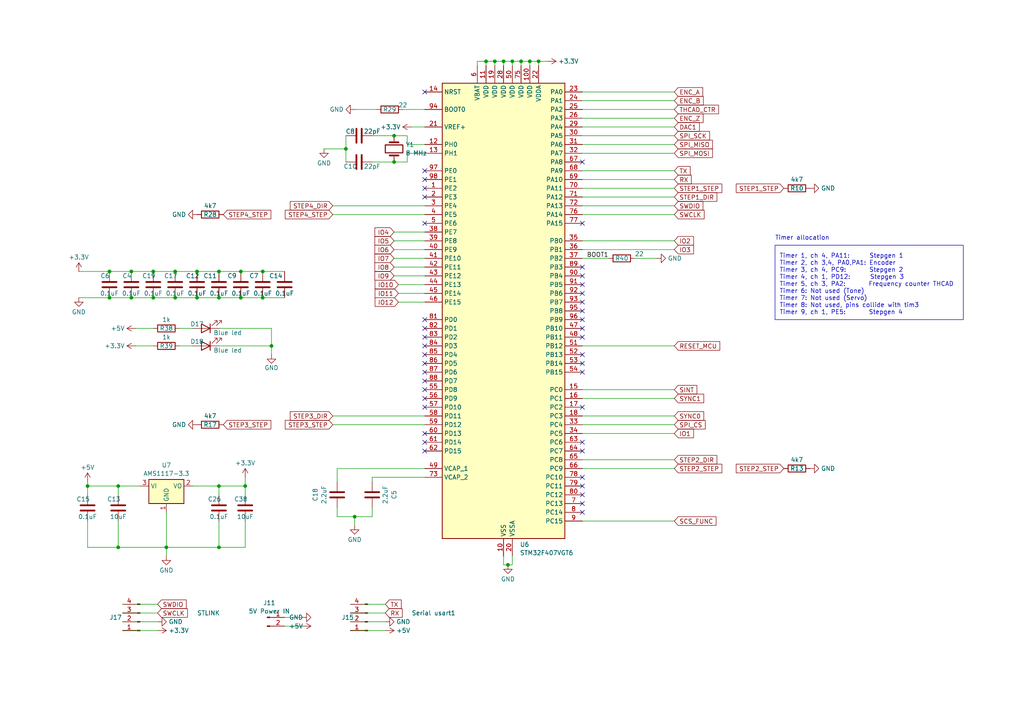
<source format=kicad_sch>
(kicad_sch
	(version 20231120)
	(generator "eeschema")
	(generator_version "8.0")
	(uuid "29d1fc65-591a-4c4e-a1fd-d6076e24f303")
	(paper "A4")
	(title_block
		(title "MetalMusings EaserCAT 3000")
	)
	(lib_symbols
		(symbol "Connector:Conn_01x02_Pin"
			(pin_names
				(offset 1.016) hide)
			(exclude_from_sim no)
			(in_bom yes)
			(on_board yes)
			(property "Reference" "J"
				(at 0 2.54 0)
				(effects
					(font
						(size 1.27 1.27)
					)
				)
			)
			(property "Value" "Conn_01x02_Pin"
				(at 0 -5.08 0)
				(effects
					(font
						(size 1.27 1.27)
					)
				)
			)
			(property "Footprint" ""
				(at 0 0 0)
				(effects
					(font
						(size 1.27 1.27)
					)
					(hide yes)
				)
			)
			(property "Datasheet" "~"
				(at 0 0 0)
				(effects
					(font
						(size 1.27 1.27)
					)
					(hide yes)
				)
			)
			(property "Description" "Generic connector, single row, 01x02, script generated"
				(at 0 0 0)
				(effects
					(font
						(size 1.27 1.27)
					)
					(hide yes)
				)
			)
			(property "ki_locked" ""
				(at 0 0 0)
				(effects
					(font
						(size 1.27 1.27)
					)
				)
			)
			(property "ki_keywords" "connector"
				(at 0 0 0)
				(effects
					(font
						(size 1.27 1.27)
					)
					(hide yes)
				)
			)
			(property "ki_fp_filters" "Connector*:*_1x??_*"
				(at 0 0 0)
				(effects
					(font
						(size 1.27 1.27)
					)
					(hide yes)
				)
			)
			(symbol "Conn_01x02_Pin_1_1"
				(polyline
					(pts
						(xy 1.27 -2.54) (xy 0.8636 -2.54)
					)
					(stroke
						(width 0.1524)
						(type default)
					)
					(fill
						(type none)
					)
				)
				(polyline
					(pts
						(xy 1.27 0) (xy 0.8636 0)
					)
					(stroke
						(width 0.1524)
						(type default)
					)
					(fill
						(type none)
					)
				)
				(rectangle
					(start 0.8636 -2.413)
					(end 0 -2.667)
					(stroke
						(width 0.1524)
						(type default)
					)
					(fill
						(type outline)
					)
				)
				(rectangle
					(start 0.8636 0.127)
					(end 0 -0.127)
					(stroke
						(width 0.1524)
						(type default)
					)
					(fill
						(type outline)
					)
				)
				(pin passive line
					(at 5.08 0 180)
					(length 3.81)
					(name "Pin_1"
						(effects
							(font
								(size 1.27 1.27)
							)
						)
					)
					(number "1"
						(effects
							(font
								(size 1.27 1.27)
							)
						)
					)
				)
				(pin passive line
					(at 5.08 -2.54 180)
					(length 3.81)
					(name "Pin_2"
						(effects
							(font
								(size 1.27 1.27)
							)
						)
					)
					(number "2"
						(effects
							(font
								(size 1.27 1.27)
							)
						)
					)
				)
			)
		)
		(symbol "Connector:Conn_01x04_Pin"
			(pin_names
				(offset 1.016) hide)
			(exclude_from_sim no)
			(in_bom yes)
			(on_board yes)
			(property "Reference" "J"
				(at 0 5.08 0)
				(effects
					(font
						(size 1.27 1.27)
					)
				)
			)
			(property "Value" "Conn_01x04_Pin"
				(at 0 -7.62 0)
				(effects
					(font
						(size 1.27 1.27)
					)
				)
			)
			(property "Footprint" ""
				(at 0 0 0)
				(effects
					(font
						(size 1.27 1.27)
					)
					(hide yes)
				)
			)
			(property "Datasheet" "~"
				(at 0 0 0)
				(effects
					(font
						(size 1.27 1.27)
					)
					(hide yes)
				)
			)
			(property "Description" "Generic connector, single row, 01x04, script generated"
				(at 0 0 0)
				(effects
					(font
						(size 1.27 1.27)
					)
					(hide yes)
				)
			)
			(property "ki_locked" ""
				(at 0 0 0)
				(effects
					(font
						(size 1.27 1.27)
					)
				)
			)
			(property "ki_keywords" "connector"
				(at 0 0 0)
				(effects
					(font
						(size 1.27 1.27)
					)
					(hide yes)
				)
			)
			(property "ki_fp_filters" "Connector*:*_1x??_*"
				(at 0 0 0)
				(effects
					(font
						(size 1.27 1.27)
					)
					(hide yes)
				)
			)
			(symbol "Conn_01x04_Pin_1_1"
				(polyline
					(pts
						(xy 1.27 -5.08) (xy 0.8636 -5.08)
					)
					(stroke
						(width 0.1524)
						(type default)
					)
					(fill
						(type none)
					)
				)
				(polyline
					(pts
						(xy 1.27 -2.54) (xy 0.8636 -2.54)
					)
					(stroke
						(width 0.1524)
						(type default)
					)
					(fill
						(type none)
					)
				)
				(polyline
					(pts
						(xy 1.27 0) (xy 0.8636 0)
					)
					(stroke
						(width 0.1524)
						(type default)
					)
					(fill
						(type none)
					)
				)
				(polyline
					(pts
						(xy 1.27 2.54) (xy 0.8636 2.54)
					)
					(stroke
						(width 0.1524)
						(type default)
					)
					(fill
						(type none)
					)
				)
				(rectangle
					(start 0.8636 -4.953)
					(end 0 -5.207)
					(stroke
						(width 0.1524)
						(type default)
					)
					(fill
						(type outline)
					)
				)
				(rectangle
					(start 0.8636 -2.413)
					(end 0 -2.667)
					(stroke
						(width 0.1524)
						(type default)
					)
					(fill
						(type outline)
					)
				)
				(rectangle
					(start 0.8636 0.127)
					(end 0 -0.127)
					(stroke
						(width 0.1524)
						(type default)
					)
					(fill
						(type outline)
					)
				)
				(rectangle
					(start 0.8636 2.667)
					(end 0 2.413)
					(stroke
						(width 0.1524)
						(type default)
					)
					(fill
						(type outline)
					)
				)
				(pin passive line
					(at 5.08 2.54 180)
					(length 3.81)
					(name "Pin_1"
						(effects
							(font
								(size 1.27 1.27)
							)
						)
					)
					(number "1"
						(effects
							(font
								(size 1.27 1.27)
							)
						)
					)
				)
				(pin passive line
					(at 5.08 0 180)
					(length 3.81)
					(name "Pin_2"
						(effects
							(font
								(size 1.27 1.27)
							)
						)
					)
					(number "2"
						(effects
							(font
								(size 1.27 1.27)
							)
						)
					)
				)
				(pin passive line
					(at 5.08 -2.54 180)
					(length 3.81)
					(name "Pin_3"
						(effects
							(font
								(size 1.27 1.27)
							)
						)
					)
					(number "3"
						(effects
							(font
								(size 1.27 1.27)
							)
						)
					)
				)
				(pin passive line
					(at 5.08 -5.08 180)
					(length 3.81)
					(name "Pin_4"
						(effects
							(font
								(size 1.27 1.27)
							)
						)
					)
					(number "4"
						(effects
							(font
								(size 1.27 1.27)
							)
						)
					)
				)
			)
		)
		(symbol "Device:C"
			(pin_numbers hide)
			(pin_names
				(offset 0.254)
			)
			(exclude_from_sim no)
			(in_bom yes)
			(on_board yes)
			(property "Reference" "C"
				(at 0.635 2.54 0)
				(effects
					(font
						(size 1.27 1.27)
					)
					(justify left)
				)
			)
			(property "Value" "C"
				(at 0.635 -2.54 0)
				(effects
					(font
						(size 1.27 1.27)
					)
					(justify left)
				)
			)
			(property "Footprint" ""
				(at 0.9652 -3.81 0)
				(effects
					(font
						(size 1.27 1.27)
					)
					(hide yes)
				)
			)
			(property "Datasheet" "~"
				(at 0 0 0)
				(effects
					(font
						(size 1.27 1.27)
					)
					(hide yes)
				)
			)
			(property "Description" "Unpolarized capacitor"
				(at 0 0 0)
				(effects
					(font
						(size 1.27 1.27)
					)
					(hide yes)
				)
			)
			(property "ki_keywords" "cap capacitor"
				(at 0 0 0)
				(effects
					(font
						(size 1.27 1.27)
					)
					(hide yes)
				)
			)
			(property "ki_fp_filters" "C_*"
				(at 0 0 0)
				(effects
					(font
						(size 1.27 1.27)
					)
					(hide yes)
				)
			)
			(symbol "C_0_1"
				(polyline
					(pts
						(xy -2.032 -0.762) (xy 2.032 -0.762)
					)
					(stroke
						(width 0.508)
						(type default)
					)
					(fill
						(type none)
					)
				)
				(polyline
					(pts
						(xy -2.032 0.762) (xy 2.032 0.762)
					)
					(stroke
						(width 0.508)
						(type default)
					)
					(fill
						(type none)
					)
				)
			)
			(symbol "C_1_1"
				(pin passive line
					(at 0 3.81 270)
					(length 2.794)
					(name "~"
						(effects
							(font
								(size 1.27 1.27)
							)
						)
					)
					(number "1"
						(effects
							(font
								(size 1.27 1.27)
							)
						)
					)
				)
				(pin passive line
					(at 0 -3.81 90)
					(length 2.794)
					(name "~"
						(effects
							(font
								(size 1.27 1.27)
							)
						)
					)
					(number "2"
						(effects
							(font
								(size 1.27 1.27)
							)
						)
					)
				)
			)
		)
		(symbol "Device:Crystal"
			(pin_numbers hide)
			(pin_names
				(offset 1.016) hide)
			(exclude_from_sim no)
			(in_bom yes)
			(on_board yes)
			(property "Reference" "Y"
				(at 0 3.81 0)
				(effects
					(font
						(size 1.27 1.27)
					)
				)
			)
			(property "Value" "Crystal"
				(at 0 -3.81 0)
				(effects
					(font
						(size 1.27 1.27)
					)
				)
			)
			(property "Footprint" ""
				(at 0 0 0)
				(effects
					(font
						(size 1.27 1.27)
					)
					(hide yes)
				)
			)
			(property "Datasheet" "~"
				(at 0 0 0)
				(effects
					(font
						(size 1.27 1.27)
					)
					(hide yes)
				)
			)
			(property "Description" "Two pin crystal"
				(at 0 0 0)
				(effects
					(font
						(size 1.27 1.27)
					)
					(hide yes)
				)
			)
			(property "ki_keywords" "quartz ceramic resonator oscillator"
				(at 0 0 0)
				(effects
					(font
						(size 1.27 1.27)
					)
					(hide yes)
				)
			)
			(property "ki_fp_filters" "Crystal*"
				(at 0 0 0)
				(effects
					(font
						(size 1.27 1.27)
					)
					(hide yes)
				)
			)
			(symbol "Crystal_0_1"
				(rectangle
					(start -1.143 2.54)
					(end 1.143 -2.54)
					(stroke
						(width 0.3048)
						(type default)
					)
					(fill
						(type none)
					)
				)
				(polyline
					(pts
						(xy -2.54 0) (xy -1.905 0)
					)
					(stroke
						(width 0)
						(type default)
					)
					(fill
						(type none)
					)
				)
				(polyline
					(pts
						(xy -1.905 -1.27) (xy -1.905 1.27)
					)
					(stroke
						(width 0.508)
						(type default)
					)
					(fill
						(type none)
					)
				)
				(polyline
					(pts
						(xy 1.905 -1.27) (xy 1.905 1.27)
					)
					(stroke
						(width 0.508)
						(type default)
					)
					(fill
						(type none)
					)
				)
				(polyline
					(pts
						(xy 2.54 0) (xy 1.905 0)
					)
					(stroke
						(width 0)
						(type default)
					)
					(fill
						(type none)
					)
				)
			)
			(symbol "Crystal_1_1"
				(pin passive line
					(at -3.81 0 0)
					(length 1.27)
					(name "1"
						(effects
							(font
								(size 1.27 1.27)
							)
						)
					)
					(number "1"
						(effects
							(font
								(size 1.27 1.27)
							)
						)
					)
				)
				(pin passive line
					(at 3.81 0 180)
					(length 1.27)
					(name "2"
						(effects
							(font
								(size 1.27 1.27)
							)
						)
					)
					(number "2"
						(effects
							(font
								(size 1.27 1.27)
							)
						)
					)
				)
			)
		)
		(symbol "Device:LED"
			(pin_numbers hide)
			(pin_names
				(offset 1.016) hide)
			(exclude_from_sim no)
			(in_bom yes)
			(on_board yes)
			(property "Reference" "D"
				(at 0 2.54 0)
				(effects
					(font
						(size 1.27 1.27)
					)
				)
			)
			(property "Value" "LED"
				(at 0 -2.54 0)
				(effects
					(font
						(size 1.27 1.27)
					)
				)
			)
			(property "Footprint" ""
				(at 0 0 0)
				(effects
					(font
						(size 1.27 1.27)
					)
					(hide yes)
				)
			)
			(property "Datasheet" "~"
				(at 0 0 0)
				(effects
					(font
						(size 1.27 1.27)
					)
					(hide yes)
				)
			)
			(property "Description" "Light emitting diode"
				(at 0 0 0)
				(effects
					(font
						(size 1.27 1.27)
					)
					(hide yes)
				)
			)
			(property "ki_keywords" "LED diode"
				(at 0 0 0)
				(effects
					(font
						(size 1.27 1.27)
					)
					(hide yes)
				)
			)
			(property "ki_fp_filters" "LED* LED_SMD:* LED_THT:*"
				(at 0 0 0)
				(effects
					(font
						(size 1.27 1.27)
					)
					(hide yes)
				)
			)
			(symbol "LED_0_1"
				(polyline
					(pts
						(xy -1.27 -1.27) (xy -1.27 1.27)
					)
					(stroke
						(width 0.254)
						(type default)
					)
					(fill
						(type none)
					)
				)
				(polyline
					(pts
						(xy -1.27 0) (xy 1.27 0)
					)
					(stroke
						(width 0)
						(type default)
					)
					(fill
						(type none)
					)
				)
				(polyline
					(pts
						(xy 1.27 -1.27) (xy 1.27 1.27) (xy -1.27 0) (xy 1.27 -1.27)
					)
					(stroke
						(width 0.254)
						(type default)
					)
					(fill
						(type none)
					)
				)
				(polyline
					(pts
						(xy -3.048 -0.762) (xy -4.572 -2.286) (xy -3.81 -2.286) (xy -4.572 -2.286) (xy -4.572 -1.524)
					)
					(stroke
						(width 0)
						(type default)
					)
					(fill
						(type none)
					)
				)
				(polyline
					(pts
						(xy -1.778 -0.762) (xy -3.302 -2.286) (xy -2.54 -2.286) (xy -3.302 -2.286) (xy -3.302 -1.524)
					)
					(stroke
						(width 0)
						(type default)
					)
					(fill
						(type none)
					)
				)
			)
			(symbol "LED_1_1"
				(pin passive line
					(at -3.81 0 0)
					(length 2.54)
					(name "K"
						(effects
							(font
								(size 1.27 1.27)
							)
						)
					)
					(number "1"
						(effects
							(font
								(size 1.27 1.27)
							)
						)
					)
				)
				(pin passive line
					(at 3.81 0 180)
					(length 2.54)
					(name "A"
						(effects
							(font
								(size 1.27 1.27)
							)
						)
					)
					(number "2"
						(effects
							(font
								(size 1.27 1.27)
							)
						)
					)
				)
			)
		)
		(symbol "Device:R"
			(pin_numbers hide)
			(pin_names
				(offset 0)
			)
			(exclude_from_sim no)
			(in_bom yes)
			(on_board yes)
			(property "Reference" "R"
				(at 2.032 0 90)
				(effects
					(font
						(size 1.27 1.27)
					)
				)
			)
			(property "Value" "R"
				(at 0 0 90)
				(effects
					(font
						(size 1.27 1.27)
					)
				)
			)
			(property "Footprint" ""
				(at -1.778 0 90)
				(effects
					(font
						(size 1.27 1.27)
					)
					(hide yes)
				)
			)
			(property "Datasheet" "~"
				(at 0 0 0)
				(effects
					(font
						(size 1.27 1.27)
					)
					(hide yes)
				)
			)
			(property "Description" "Resistor"
				(at 0 0 0)
				(effects
					(font
						(size 1.27 1.27)
					)
					(hide yes)
				)
			)
			(property "ki_keywords" "R res resistor"
				(at 0 0 0)
				(effects
					(font
						(size 1.27 1.27)
					)
					(hide yes)
				)
			)
			(property "ki_fp_filters" "R_*"
				(at 0 0 0)
				(effects
					(font
						(size 1.27 1.27)
					)
					(hide yes)
				)
			)
			(symbol "R_0_1"
				(rectangle
					(start -1.016 -2.54)
					(end 1.016 2.54)
					(stroke
						(width 0.254)
						(type default)
					)
					(fill
						(type none)
					)
				)
			)
			(symbol "R_1_1"
				(pin passive line
					(at 0 3.81 270)
					(length 1.27)
					(name "~"
						(effects
							(font
								(size 1.27 1.27)
							)
						)
					)
					(number "1"
						(effects
							(font
								(size 1.27 1.27)
							)
						)
					)
				)
				(pin passive line
					(at 0 -3.81 90)
					(length 1.27)
					(name "~"
						(effects
							(font
								(size 1.27 1.27)
							)
						)
					)
					(number "2"
						(effects
							(font
								(size 1.27 1.27)
							)
						)
					)
				)
			)
		)
		(symbol "MCU_ST_STM32F4:STM32F407VGTx"
			(exclude_from_sim no)
			(in_bom yes)
			(on_board yes)
			(property "Reference" "U"
				(at -17.78 67.31 0)
				(effects
					(font
						(size 1.27 1.27)
					)
					(justify left)
				)
			)
			(property "Value" "STM32F407VGTx"
				(at 12.7 67.31 0)
				(effects
					(font
						(size 1.27 1.27)
					)
					(justify left)
				)
			)
			(property "Footprint" "Package_QFP:LQFP-100_14x14mm_P0.5mm"
				(at -17.78 -66.04 0)
				(effects
					(font
						(size 1.27 1.27)
					)
					(justify right)
					(hide yes)
				)
			)
			(property "Datasheet" "https://www.st.com/resource/en/datasheet/stm32f407vg.pdf"
				(at 0 0 0)
				(effects
					(font
						(size 1.27 1.27)
					)
					(hide yes)
				)
			)
			(property "Description" "STMicroelectronics Arm Cortex-M4 MCU, 1024KB flash, 192KB RAM, 168 MHz, 1.8-3.6V, 82 GPIO, LQFP100"
				(at 0 0 0)
				(effects
					(font
						(size 1.27 1.27)
					)
					(hide yes)
				)
			)
			(property "ki_locked" ""
				(at 0 0 0)
				(effects
					(font
						(size 1.27 1.27)
					)
				)
			)
			(property "ki_keywords" "Arm Cortex-M4 STM32F4 STM32F407/417"
				(at 0 0 0)
				(effects
					(font
						(size 1.27 1.27)
					)
					(hide yes)
				)
			)
			(property "ki_fp_filters" "LQFP*14x14mm*P0.5mm*"
				(at 0 0 0)
				(effects
					(font
						(size 1.27 1.27)
					)
					(hide yes)
				)
			)
			(symbol "STM32F407VGTx_0_1"
				(rectangle
					(start -17.78 -66.04)
					(end 17.78 66.04)
					(stroke
						(width 0.254)
						(type default)
					)
					(fill
						(type background)
					)
				)
			)
			(symbol "STM32F407VGTx_1_1"
				(pin bidirectional line
					(at -22.86 35.56 0)
					(length 5.08)
					(name "PE2"
						(effects
							(font
								(size 1.27 1.27)
							)
						)
					)
					(number "1"
						(effects
							(font
								(size 1.27 1.27)
							)
						)
					)
					(alternate "ETH_TXD3" bidirectional line)
					(alternate "FSMC_A23" bidirectional line)
					(alternate "SYS_TRACECLK" bidirectional line)
				)
				(pin power_in line
					(at 0 -71.12 90)
					(length 5.08)
					(name "VSS"
						(effects
							(font
								(size 1.27 1.27)
							)
						)
					)
					(number "10"
						(effects
							(font
								(size 1.27 1.27)
							)
						)
					)
				)
				(pin power_in line
					(at 7.62 71.12 270)
					(length 5.08)
					(name "VDD"
						(effects
							(font
								(size 1.27 1.27)
							)
						)
					)
					(number "100"
						(effects
							(font
								(size 1.27 1.27)
							)
						)
					)
				)
				(pin power_in line
					(at -5.08 71.12 270)
					(length 5.08)
					(name "VDD"
						(effects
							(font
								(size 1.27 1.27)
							)
						)
					)
					(number "11"
						(effects
							(font
								(size 1.27 1.27)
							)
						)
					)
				)
				(pin bidirectional line
					(at -22.86 48.26 0)
					(length 5.08)
					(name "PH0"
						(effects
							(font
								(size 1.27 1.27)
							)
						)
					)
					(number "12"
						(effects
							(font
								(size 1.27 1.27)
							)
						)
					)
					(alternate "RCC_OSC_IN" bidirectional line)
				)
				(pin bidirectional line
					(at -22.86 45.72 0)
					(length 5.08)
					(name "PH1"
						(effects
							(font
								(size 1.27 1.27)
							)
						)
					)
					(number "13"
						(effects
							(font
								(size 1.27 1.27)
							)
						)
					)
					(alternate "RCC_OSC_OUT" bidirectional line)
				)
				(pin input line
					(at -22.86 63.5 0)
					(length 5.08)
					(name "NRST"
						(effects
							(font
								(size 1.27 1.27)
							)
						)
					)
					(number "14"
						(effects
							(font
								(size 1.27 1.27)
							)
						)
					)
				)
				(pin bidirectional line
					(at 22.86 -22.86 180)
					(length 5.08)
					(name "PC0"
						(effects
							(font
								(size 1.27 1.27)
							)
						)
					)
					(number "15"
						(effects
							(font
								(size 1.27 1.27)
							)
						)
					)
					(alternate "ADC1_IN10" bidirectional line)
					(alternate "ADC2_IN10" bidirectional line)
					(alternate "ADC3_IN10" bidirectional line)
					(alternate "USB_OTG_HS_ULPI_STP" bidirectional line)
				)
				(pin bidirectional line
					(at 22.86 -25.4 180)
					(length 5.08)
					(name "PC1"
						(effects
							(font
								(size 1.27 1.27)
							)
						)
					)
					(number "16"
						(effects
							(font
								(size 1.27 1.27)
							)
						)
					)
					(alternate "ADC1_IN11" bidirectional line)
					(alternate "ADC2_IN11" bidirectional line)
					(alternate "ADC3_IN11" bidirectional line)
					(alternate "ETH_MDC" bidirectional line)
				)
				(pin bidirectional line
					(at 22.86 -27.94 180)
					(length 5.08)
					(name "PC2"
						(effects
							(font
								(size 1.27 1.27)
							)
						)
					)
					(number "17"
						(effects
							(font
								(size 1.27 1.27)
							)
						)
					)
					(alternate "ADC1_IN12" bidirectional line)
					(alternate "ADC2_IN12" bidirectional line)
					(alternate "ADC3_IN12" bidirectional line)
					(alternate "ETH_TXD2" bidirectional line)
					(alternate "I2S2_ext_SD" bidirectional line)
					(alternate "SPI2_MISO" bidirectional line)
					(alternate "USB_OTG_HS_ULPI_DIR" bidirectional line)
				)
				(pin bidirectional line
					(at 22.86 -30.48 180)
					(length 5.08)
					(name "PC3"
						(effects
							(font
								(size 1.27 1.27)
							)
						)
					)
					(number "18"
						(effects
							(font
								(size 1.27 1.27)
							)
						)
					)
					(alternate "ADC1_IN13" bidirectional line)
					(alternate "ADC2_IN13" bidirectional line)
					(alternate "ADC3_IN13" bidirectional line)
					(alternate "ETH_TX_CLK" bidirectional line)
					(alternate "I2S2_SD" bidirectional line)
					(alternate "SPI2_MOSI" bidirectional line)
					(alternate "USB_OTG_HS_ULPI_NXT" bidirectional line)
				)
				(pin power_in line
					(at -2.54 71.12 270)
					(length 5.08)
					(name "VDD"
						(effects
							(font
								(size 1.27 1.27)
							)
						)
					)
					(number "19"
						(effects
							(font
								(size 1.27 1.27)
							)
						)
					)
				)
				(pin bidirectional line
					(at -22.86 33.02 0)
					(length 5.08)
					(name "PE3"
						(effects
							(font
								(size 1.27 1.27)
							)
						)
					)
					(number "2"
						(effects
							(font
								(size 1.27 1.27)
							)
						)
					)
					(alternate "FSMC_A19" bidirectional line)
					(alternate "SYS_TRACED0" bidirectional line)
				)
				(pin power_in line
					(at 2.54 -71.12 90)
					(length 5.08)
					(name "VSSA"
						(effects
							(font
								(size 1.27 1.27)
							)
						)
					)
					(number "20"
						(effects
							(font
								(size 1.27 1.27)
							)
						)
					)
				)
				(pin input line
					(at -22.86 53.34 0)
					(length 5.08)
					(name "VREF+"
						(effects
							(font
								(size 1.27 1.27)
							)
						)
					)
					(number "21"
						(effects
							(font
								(size 1.27 1.27)
							)
						)
					)
				)
				(pin power_in line
					(at 10.16 71.12 270)
					(length 5.08)
					(name "VDDA"
						(effects
							(font
								(size 1.27 1.27)
							)
						)
					)
					(number "22"
						(effects
							(font
								(size 1.27 1.27)
							)
						)
					)
				)
				(pin bidirectional line
					(at 22.86 63.5 180)
					(length 5.08)
					(name "PA0"
						(effects
							(font
								(size 1.27 1.27)
							)
						)
					)
					(number "23"
						(effects
							(font
								(size 1.27 1.27)
							)
						)
					)
					(alternate "ADC1_IN0" bidirectional line)
					(alternate "ADC2_IN0" bidirectional line)
					(alternate "ADC3_IN0" bidirectional line)
					(alternate "ETH_CRS" bidirectional line)
					(alternate "SYS_WKUP" bidirectional line)
					(alternate "TIM2_CH1" bidirectional line)
					(alternate "TIM2_ETR" bidirectional line)
					(alternate "TIM5_CH1" bidirectional line)
					(alternate "TIM8_ETR" bidirectional line)
					(alternate "UART4_TX" bidirectional line)
					(alternate "USART2_CTS" bidirectional line)
				)
				(pin bidirectional line
					(at 22.86 60.96 180)
					(length 5.08)
					(name "PA1"
						(effects
							(font
								(size 1.27 1.27)
							)
						)
					)
					(number "24"
						(effects
							(font
								(size 1.27 1.27)
							)
						)
					)
					(alternate "ADC1_IN1" bidirectional line)
					(alternate "ADC2_IN1" bidirectional line)
					(alternate "ADC3_IN1" bidirectional line)
					(alternate "ETH_REF_CLK" bidirectional line)
					(alternate "ETH_RX_CLK" bidirectional line)
					(alternate "TIM2_CH2" bidirectional line)
					(alternate "TIM5_CH2" bidirectional line)
					(alternate "UART4_RX" bidirectional line)
					(alternate "USART2_RTS" bidirectional line)
				)
				(pin bidirectional line
					(at 22.86 58.42 180)
					(length 5.08)
					(name "PA2"
						(effects
							(font
								(size 1.27 1.27)
							)
						)
					)
					(number "25"
						(effects
							(font
								(size 1.27 1.27)
							)
						)
					)
					(alternate "ADC1_IN2" bidirectional line)
					(alternate "ADC2_IN2" bidirectional line)
					(alternate "ADC3_IN2" bidirectional line)
					(alternate "ETH_MDIO" bidirectional line)
					(alternate "TIM2_CH3" bidirectional line)
					(alternate "TIM5_CH3" bidirectional line)
					(alternate "TIM9_CH1" bidirectional line)
					(alternate "USART2_TX" bidirectional line)
				)
				(pin bidirectional line
					(at 22.86 55.88 180)
					(length 5.08)
					(name "PA3"
						(effects
							(font
								(size 1.27 1.27)
							)
						)
					)
					(number "26"
						(effects
							(font
								(size 1.27 1.27)
							)
						)
					)
					(alternate "ADC1_IN3" bidirectional line)
					(alternate "ADC2_IN3" bidirectional line)
					(alternate "ADC3_IN3" bidirectional line)
					(alternate "ETH_COL" bidirectional line)
					(alternate "TIM2_CH4" bidirectional line)
					(alternate "TIM5_CH4" bidirectional line)
					(alternate "TIM9_CH2" bidirectional line)
					(alternate "USART2_RX" bidirectional line)
					(alternate "USB_OTG_HS_ULPI_D0" bidirectional line)
				)
				(pin passive line
					(at 0 -71.12 90)
					(length 5.08) hide
					(name "VSS"
						(effects
							(font
								(size 1.27 1.27)
							)
						)
					)
					(number "27"
						(effects
							(font
								(size 1.27 1.27)
							)
						)
					)
				)
				(pin power_in line
					(at 0 71.12 270)
					(length 5.08)
					(name "VDD"
						(effects
							(font
								(size 1.27 1.27)
							)
						)
					)
					(number "28"
						(effects
							(font
								(size 1.27 1.27)
							)
						)
					)
				)
				(pin bidirectional line
					(at 22.86 53.34 180)
					(length 5.08)
					(name "PA4"
						(effects
							(font
								(size 1.27 1.27)
							)
						)
					)
					(number "29"
						(effects
							(font
								(size 1.27 1.27)
							)
						)
					)
					(alternate "ADC1_IN4" bidirectional line)
					(alternate "ADC2_IN4" bidirectional line)
					(alternate "DAC_OUT1" bidirectional line)
					(alternate "DCMI_HSYNC" bidirectional line)
					(alternate "I2S3_WS" bidirectional line)
					(alternate "SPI1_NSS" bidirectional line)
					(alternate "SPI3_NSS" bidirectional line)
					(alternate "USART2_CK" bidirectional line)
					(alternate "USB_OTG_HS_SOF" bidirectional line)
				)
				(pin bidirectional line
					(at -22.86 30.48 0)
					(length 5.08)
					(name "PE4"
						(effects
							(font
								(size 1.27 1.27)
							)
						)
					)
					(number "3"
						(effects
							(font
								(size 1.27 1.27)
							)
						)
					)
					(alternate "DCMI_D4" bidirectional line)
					(alternate "FSMC_A20" bidirectional line)
					(alternate "SYS_TRACED1" bidirectional line)
				)
				(pin bidirectional line
					(at 22.86 50.8 180)
					(length 5.08)
					(name "PA5"
						(effects
							(font
								(size 1.27 1.27)
							)
						)
					)
					(number "30"
						(effects
							(font
								(size 1.27 1.27)
							)
						)
					)
					(alternate "ADC1_IN5" bidirectional line)
					(alternate "ADC2_IN5" bidirectional line)
					(alternate "DAC_OUT2" bidirectional line)
					(alternate "SPI1_SCK" bidirectional line)
					(alternate "TIM2_CH1" bidirectional line)
					(alternate "TIM2_ETR" bidirectional line)
					(alternate "TIM8_CH1N" bidirectional line)
					(alternate "USB_OTG_HS_ULPI_CK" bidirectional line)
				)
				(pin bidirectional line
					(at 22.86 48.26 180)
					(length 5.08)
					(name "PA6"
						(effects
							(font
								(size 1.27 1.27)
							)
						)
					)
					(number "31"
						(effects
							(font
								(size 1.27 1.27)
							)
						)
					)
					(alternate "ADC1_IN6" bidirectional line)
					(alternate "ADC2_IN6" bidirectional line)
					(alternate "DCMI_PIXCLK" bidirectional line)
					(alternate "SPI1_MISO" bidirectional line)
					(alternate "TIM13_CH1" bidirectional line)
					(alternate "TIM1_BKIN" bidirectional line)
					(alternate "TIM3_CH1" bidirectional line)
					(alternate "TIM8_BKIN" bidirectional line)
				)
				(pin bidirectional line
					(at 22.86 45.72 180)
					(length 5.08)
					(name "PA7"
						(effects
							(font
								(size 1.27 1.27)
							)
						)
					)
					(number "32"
						(effects
							(font
								(size 1.27 1.27)
							)
						)
					)
					(alternate "ADC1_IN7" bidirectional line)
					(alternate "ADC2_IN7" bidirectional line)
					(alternate "ETH_CRS_DV" bidirectional line)
					(alternate "ETH_RX_DV" bidirectional line)
					(alternate "SPI1_MOSI" bidirectional line)
					(alternate "TIM14_CH1" bidirectional line)
					(alternate "TIM1_CH1N" bidirectional line)
					(alternate "TIM3_CH2" bidirectional line)
					(alternate "TIM8_CH1N" bidirectional line)
				)
				(pin bidirectional line
					(at 22.86 -33.02 180)
					(length 5.08)
					(name "PC4"
						(effects
							(font
								(size 1.27 1.27)
							)
						)
					)
					(number "33"
						(effects
							(font
								(size 1.27 1.27)
							)
						)
					)
					(alternate "ADC1_IN14" bidirectional line)
					(alternate "ADC2_IN14" bidirectional line)
					(alternate "ETH_RXD0" bidirectional line)
				)
				(pin bidirectional line
					(at 22.86 -35.56 180)
					(length 5.08)
					(name "PC5"
						(effects
							(font
								(size 1.27 1.27)
							)
						)
					)
					(number "34"
						(effects
							(font
								(size 1.27 1.27)
							)
						)
					)
					(alternate "ADC1_IN15" bidirectional line)
					(alternate "ADC2_IN15" bidirectional line)
					(alternate "ETH_RXD1" bidirectional line)
				)
				(pin bidirectional line
					(at 22.86 20.32 180)
					(length 5.08)
					(name "PB0"
						(effects
							(font
								(size 1.27 1.27)
							)
						)
					)
					(number "35"
						(effects
							(font
								(size 1.27 1.27)
							)
						)
					)
					(alternate "ADC1_IN8" bidirectional line)
					(alternate "ADC2_IN8" bidirectional line)
					(alternate "ETH_RXD2" bidirectional line)
					(alternate "TIM1_CH2N" bidirectional line)
					(alternate "TIM3_CH3" bidirectional line)
					(alternate "TIM8_CH2N" bidirectional line)
					(alternate "USB_OTG_HS_ULPI_D1" bidirectional line)
				)
				(pin bidirectional line
					(at 22.86 17.78 180)
					(length 5.08)
					(name "PB1"
						(effects
							(font
								(size 1.27 1.27)
							)
						)
					)
					(number "36"
						(effects
							(font
								(size 1.27 1.27)
							)
						)
					)
					(alternate "ADC1_IN9" bidirectional line)
					(alternate "ADC2_IN9" bidirectional line)
					(alternate "ETH_RXD3" bidirectional line)
					(alternate "TIM1_CH3N" bidirectional line)
					(alternate "TIM3_CH4" bidirectional line)
					(alternate "TIM8_CH3N" bidirectional line)
					(alternate "USB_OTG_HS_ULPI_D2" bidirectional line)
				)
				(pin bidirectional line
					(at 22.86 15.24 180)
					(length 5.08)
					(name "PB2"
						(effects
							(font
								(size 1.27 1.27)
							)
						)
					)
					(number "37"
						(effects
							(font
								(size 1.27 1.27)
							)
						)
					)
				)
				(pin bidirectional line
					(at -22.86 22.86 0)
					(length 5.08)
					(name "PE7"
						(effects
							(font
								(size 1.27 1.27)
							)
						)
					)
					(number "38"
						(effects
							(font
								(size 1.27 1.27)
							)
						)
					)
					(alternate "FSMC_D4" bidirectional line)
					(alternate "FSMC_DA4" bidirectional line)
					(alternate "TIM1_ETR" bidirectional line)
				)
				(pin bidirectional line
					(at -22.86 20.32 0)
					(length 5.08)
					(name "PE8"
						(effects
							(font
								(size 1.27 1.27)
							)
						)
					)
					(number "39"
						(effects
							(font
								(size 1.27 1.27)
							)
						)
					)
					(alternate "FSMC_D5" bidirectional line)
					(alternate "FSMC_DA5" bidirectional line)
					(alternate "TIM1_CH1N" bidirectional line)
				)
				(pin bidirectional line
					(at -22.86 27.94 0)
					(length 5.08)
					(name "PE5"
						(effects
							(font
								(size 1.27 1.27)
							)
						)
					)
					(number "4"
						(effects
							(font
								(size 1.27 1.27)
							)
						)
					)
					(alternate "DCMI_D6" bidirectional line)
					(alternate "FSMC_A21" bidirectional line)
					(alternate "SYS_TRACED2" bidirectional line)
					(alternate "TIM9_CH1" bidirectional line)
				)
				(pin bidirectional line
					(at -22.86 17.78 0)
					(length 5.08)
					(name "PE9"
						(effects
							(font
								(size 1.27 1.27)
							)
						)
					)
					(number "40"
						(effects
							(font
								(size 1.27 1.27)
							)
						)
					)
					(alternate "DAC_EXTI9" bidirectional line)
					(alternate "FSMC_D6" bidirectional line)
					(alternate "FSMC_DA6" bidirectional line)
					(alternate "TIM1_CH1" bidirectional line)
				)
				(pin bidirectional line
					(at -22.86 15.24 0)
					(length 5.08)
					(name "PE10"
						(effects
							(font
								(size 1.27 1.27)
							)
						)
					)
					(number "41"
						(effects
							(font
								(size 1.27 1.27)
							)
						)
					)
					(alternate "FSMC_D7" bidirectional line)
					(alternate "FSMC_DA7" bidirectional line)
					(alternate "TIM1_CH2N" bidirectional line)
				)
				(pin bidirectional line
					(at -22.86 12.7 0)
					(length 5.08)
					(name "PE11"
						(effects
							(font
								(size 1.27 1.27)
							)
						)
					)
					(number "42"
						(effects
							(font
								(size 1.27 1.27)
							)
						)
					)
					(alternate "ADC1_EXTI11" bidirectional line)
					(alternate "ADC2_EXTI11" bidirectional line)
					(alternate "ADC3_EXTI11" bidirectional line)
					(alternate "FSMC_D8" bidirectional line)
					(alternate "FSMC_DA8" bidirectional line)
					(alternate "TIM1_CH2" bidirectional line)
				)
				(pin bidirectional line
					(at -22.86 10.16 0)
					(length 5.08)
					(name "PE12"
						(effects
							(font
								(size 1.27 1.27)
							)
						)
					)
					(number "43"
						(effects
							(font
								(size 1.27 1.27)
							)
						)
					)
					(alternate "FSMC_D9" bidirectional line)
					(alternate "FSMC_DA9" bidirectional line)
					(alternate "TIM1_CH3N" bidirectional line)
				)
				(pin bidirectional line
					(at -22.86 7.62 0)
					(length 5.08)
					(name "PE13"
						(effects
							(font
								(size 1.27 1.27)
							)
						)
					)
					(number "44"
						(effects
							(font
								(size 1.27 1.27)
							)
						)
					)
					(alternate "FSMC_D10" bidirectional line)
					(alternate "FSMC_DA10" bidirectional line)
					(alternate "TIM1_CH3" bidirectional line)
				)
				(pin bidirectional line
					(at -22.86 5.08 0)
					(length 5.08)
					(name "PE14"
						(effects
							(font
								(size 1.27 1.27)
							)
						)
					)
					(number "45"
						(effects
							(font
								(size 1.27 1.27)
							)
						)
					)
					(alternate "FSMC_D11" bidirectional line)
					(alternate "FSMC_DA11" bidirectional line)
					(alternate "TIM1_CH4" bidirectional line)
				)
				(pin bidirectional line
					(at -22.86 2.54 0)
					(length 5.08)
					(name "PE15"
						(effects
							(font
								(size 1.27 1.27)
							)
						)
					)
					(number "46"
						(effects
							(font
								(size 1.27 1.27)
							)
						)
					)
					(alternate "ADC1_EXTI15" bidirectional line)
					(alternate "ADC2_EXTI15" bidirectional line)
					(alternate "ADC3_EXTI15" bidirectional line)
					(alternate "FSMC_D12" bidirectional line)
					(alternate "FSMC_DA12" bidirectional line)
					(alternate "TIM1_BKIN" bidirectional line)
				)
				(pin bidirectional line
					(at 22.86 -5.08 180)
					(length 5.08)
					(name "PB10"
						(effects
							(font
								(size 1.27 1.27)
							)
						)
					)
					(number "47"
						(effects
							(font
								(size 1.27 1.27)
							)
						)
					)
					(alternate "ETH_RX_ER" bidirectional line)
					(alternate "I2C2_SCL" bidirectional line)
					(alternate "I2S2_CK" bidirectional line)
					(alternate "SPI2_SCK" bidirectional line)
					(alternate "TIM2_CH3" bidirectional line)
					(alternate "USART3_TX" bidirectional line)
					(alternate "USB_OTG_HS_ULPI_D3" bidirectional line)
				)
				(pin bidirectional line
					(at 22.86 -7.62 180)
					(length 5.08)
					(name "PB11"
						(effects
							(font
								(size 1.27 1.27)
							)
						)
					)
					(number "48"
						(effects
							(font
								(size 1.27 1.27)
							)
						)
					)
					(alternate "ADC1_EXTI11" bidirectional line)
					(alternate "ADC2_EXTI11" bidirectional line)
					(alternate "ADC3_EXTI11" bidirectional line)
					(alternate "ETH_TX_EN" bidirectional line)
					(alternate "I2C2_SDA" bidirectional line)
					(alternate "TIM2_CH4" bidirectional line)
					(alternate "USART3_RX" bidirectional line)
					(alternate "USB_OTG_HS_ULPI_D4" bidirectional line)
				)
				(pin power_out line
					(at -22.86 -45.72 0)
					(length 5.08)
					(name "VCAP_1"
						(effects
							(font
								(size 1.27 1.27)
							)
						)
					)
					(number "49"
						(effects
							(font
								(size 1.27 1.27)
							)
						)
					)
				)
				(pin bidirectional line
					(at -22.86 25.4 0)
					(length 5.08)
					(name "PE6"
						(effects
							(font
								(size 1.27 1.27)
							)
						)
					)
					(number "5"
						(effects
							(font
								(size 1.27 1.27)
							)
						)
					)
					(alternate "DCMI_D7" bidirectional line)
					(alternate "FSMC_A22" bidirectional line)
					(alternate "SYS_TRACED3" bidirectional line)
					(alternate "TIM9_CH2" bidirectional line)
				)
				(pin power_in line
					(at 2.54 71.12 270)
					(length 5.08)
					(name "VDD"
						(effects
							(font
								(size 1.27 1.27)
							)
						)
					)
					(number "50"
						(effects
							(font
								(size 1.27 1.27)
							)
						)
					)
				)
				(pin bidirectional line
					(at 22.86 -10.16 180)
					(length 5.08)
					(name "PB12"
						(effects
							(font
								(size 1.27 1.27)
							)
						)
					)
					(number "51"
						(effects
							(font
								(size 1.27 1.27)
							)
						)
					)
					(alternate "CAN2_RX" bidirectional line)
					(alternate "ETH_TXD0" bidirectional line)
					(alternate "I2C2_SMBA" bidirectional line)
					(alternate "I2S2_WS" bidirectional line)
					(alternate "SPI2_NSS" bidirectional line)
					(alternate "TIM1_BKIN" bidirectional line)
					(alternate "USART3_CK" bidirectional line)
					(alternate "USB_OTG_HS_ID" bidirectional line)
					(alternate "USB_OTG_HS_ULPI_D5" bidirectional line)
				)
				(pin bidirectional line
					(at 22.86 -12.7 180)
					(length 5.08)
					(name "PB13"
						(effects
							(font
								(size 1.27 1.27)
							)
						)
					)
					(number "52"
						(effects
							(font
								(size 1.27 1.27)
							)
						)
					)
					(alternate "CAN2_TX" bidirectional line)
					(alternate "ETH_TXD1" bidirectional line)
					(alternate "I2S2_CK" bidirectional line)
					(alternate "SPI2_SCK" bidirectional line)
					(alternate "TIM1_CH1N" bidirectional line)
					(alternate "USART3_CTS" bidirectional line)
					(alternate "USB_OTG_HS_ULPI_D6" bidirectional line)
					(alternate "USB_OTG_HS_VBUS" bidirectional line)
				)
				(pin bidirectional line
					(at 22.86 -15.24 180)
					(length 5.08)
					(name "PB14"
						(effects
							(font
								(size 1.27 1.27)
							)
						)
					)
					(number "53"
						(effects
							(font
								(size 1.27 1.27)
							)
						)
					)
					(alternate "I2S2_ext_SD" bidirectional line)
					(alternate "SPI2_MISO" bidirectional line)
					(alternate "TIM12_CH1" bidirectional line)
					(alternate "TIM1_CH2N" bidirectional line)
					(alternate "TIM8_CH2N" bidirectional line)
					(alternate "USART3_RTS" bidirectional line)
					(alternate "USB_OTG_HS_DM" bidirectional line)
				)
				(pin bidirectional line
					(at 22.86 -17.78 180)
					(length 5.08)
					(name "PB15"
						(effects
							(font
								(size 1.27 1.27)
							)
						)
					)
					(number "54"
						(effects
							(font
								(size 1.27 1.27)
							)
						)
					)
					(alternate "ADC1_EXTI15" bidirectional line)
					(alternate "ADC2_EXTI15" bidirectional line)
					(alternate "ADC3_EXTI15" bidirectional line)
					(alternate "I2S2_SD" bidirectional line)
					(alternate "RTC_REFIN" bidirectional line)
					(alternate "SPI2_MOSI" bidirectional line)
					(alternate "TIM12_CH2" bidirectional line)
					(alternate "TIM1_CH3N" bidirectional line)
					(alternate "TIM8_CH3N" bidirectional line)
					(alternate "USB_OTG_HS_DP" bidirectional line)
				)
				(pin bidirectional line
					(at -22.86 -22.86 0)
					(length 5.08)
					(name "PD8"
						(effects
							(font
								(size 1.27 1.27)
							)
						)
					)
					(number "55"
						(effects
							(font
								(size 1.27 1.27)
							)
						)
					)
					(alternate "FSMC_D13" bidirectional line)
					(alternate "FSMC_DA13" bidirectional line)
					(alternate "USART3_TX" bidirectional line)
				)
				(pin bidirectional line
					(at -22.86 -25.4 0)
					(length 5.08)
					(name "PD9"
						(effects
							(font
								(size 1.27 1.27)
							)
						)
					)
					(number "56"
						(effects
							(font
								(size 1.27 1.27)
							)
						)
					)
					(alternate "DAC_EXTI9" bidirectional line)
					(alternate "FSMC_D14" bidirectional line)
					(alternate "FSMC_DA14" bidirectional line)
					(alternate "USART3_RX" bidirectional line)
				)
				(pin bidirectional line
					(at -22.86 -27.94 0)
					(length 5.08)
					(name "PD10"
						(effects
							(font
								(size 1.27 1.27)
							)
						)
					)
					(number "57"
						(effects
							(font
								(size 1.27 1.27)
							)
						)
					)
					(alternate "FSMC_D15" bidirectional line)
					(alternate "FSMC_DA15" bidirectional line)
					(alternate "USART3_CK" bidirectional line)
				)
				(pin bidirectional line
					(at -22.86 -30.48 0)
					(length 5.08)
					(name "PD11"
						(effects
							(font
								(size 1.27 1.27)
							)
						)
					)
					(number "58"
						(effects
							(font
								(size 1.27 1.27)
							)
						)
					)
					(alternate "ADC1_EXTI11" bidirectional line)
					(alternate "ADC2_EXTI11" bidirectional line)
					(alternate "ADC3_EXTI11" bidirectional line)
					(alternate "FSMC_A16" bidirectional line)
					(alternate "FSMC_CLE" bidirectional line)
					(alternate "USART3_CTS" bidirectional line)
				)
				(pin bidirectional line
					(at -22.86 -33.02 0)
					(length 5.08)
					(name "PD12"
						(effects
							(font
								(size 1.27 1.27)
							)
						)
					)
					(number "59"
						(effects
							(font
								(size 1.27 1.27)
							)
						)
					)
					(alternate "FSMC_A17" bidirectional line)
					(alternate "FSMC_ALE" bidirectional line)
					(alternate "TIM4_CH1" bidirectional line)
					(alternate "USART3_RTS" bidirectional line)
				)
				(pin power_in line
					(at -7.62 71.12 270)
					(length 5.08)
					(name "VBAT"
						(effects
							(font
								(size 1.27 1.27)
							)
						)
					)
					(number "6"
						(effects
							(font
								(size 1.27 1.27)
							)
						)
					)
				)
				(pin bidirectional line
					(at -22.86 -35.56 0)
					(length 5.08)
					(name "PD13"
						(effects
							(font
								(size 1.27 1.27)
							)
						)
					)
					(number "60"
						(effects
							(font
								(size 1.27 1.27)
							)
						)
					)
					(alternate "FSMC_A18" bidirectional line)
					(alternate "TIM4_CH2" bidirectional line)
				)
				(pin bidirectional line
					(at -22.86 -38.1 0)
					(length 5.08)
					(name "PD14"
						(effects
							(font
								(size 1.27 1.27)
							)
						)
					)
					(number "61"
						(effects
							(font
								(size 1.27 1.27)
							)
						)
					)
					(alternate "FSMC_D0" bidirectional line)
					(alternate "FSMC_DA0" bidirectional line)
					(alternate "TIM4_CH3" bidirectional line)
				)
				(pin bidirectional line
					(at -22.86 -40.64 0)
					(length 5.08)
					(name "PD15"
						(effects
							(font
								(size 1.27 1.27)
							)
						)
					)
					(number "62"
						(effects
							(font
								(size 1.27 1.27)
							)
						)
					)
					(alternate "ADC1_EXTI15" bidirectional line)
					(alternate "ADC2_EXTI15" bidirectional line)
					(alternate "ADC3_EXTI15" bidirectional line)
					(alternate "FSMC_D1" bidirectional line)
					(alternate "FSMC_DA1" bidirectional line)
					(alternate "TIM4_CH4" bidirectional line)
				)
				(pin bidirectional line
					(at 22.86 -38.1 180)
					(length 5.08)
					(name "PC6"
						(effects
							(font
								(size 1.27 1.27)
							)
						)
					)
					(number "63"
						(effects
							(font
								(size 1.27 1.27)
							)
						)
					)
					(alternate "DCMI_D0" bidirectional line)
					(alternate "I2S2_MCK" bidirectional line)
					(alternate "SDIO_D6" bidirectional line)
					(alternate "TIM3_CH1" bidirectional line)
					(alternate "TIM8_CH1" bidirectional line)
					(alternate "USART6_TX" bidirectional line)
				)
				(pin bidirectional line
					(at 22.86 -40.64 180)
					(length 5.08)
					(name "PC7"
						(effects
							(font
								(size 1.27 1.27)
							)
						)
					)
					(number "64"
						(effects
							(font
								(size 1.27 1.27)
							)
						)
					)
					(alternate "DCMI_D1" bidirectional line)
					(alternate "I2S3_MCK" bidirectional line)
					(alternate "SDIO_D7" bidirectional line)
					(alternate "TIM3_CH2" bidirectional line)
					(alternate "TIM8_CH2" bidirectional line)
					(alternate "USART6_RX" bidirectional line)
				)
				(pin bidirectional line
					(at 22.86 -43.18 180)
					(length 5.08)
					(name "PC8"
						(effects
							(font
								(size 1.27 1.27)
							)
						)
					)
					(number "65"
						(effects
							(font
								(size 1.27 1.27)
							)
						)
					)
					(alternate "DCMI_D2" bidirectional line)
					(alternate "SDIO_D0" bidirectional line)
					(alternate "TIM3_CH3" bidirectional line)
					(alternate "TIM8_CH3" bidirectional line)
					(alternate "USART6_CK" bidirectional line)
				)
				(pin bidirectional line
					(at 22.86 -45.72 180)
					(length 5.08)
					(name "PC9"
						(effects
							(font
								(size 1.27 1.27)
							)
						)
					)
					(number "66"
						(effects
							(font
								(size 1.27 1.27)
							)
						)
					)
					(alternate "DAC_EXTI9" bidirectional line)
					(alternate "DCMI_D3" bidirectional line)
					(alternate "I2C3_SDA" bidirectional line)
					(alternate "I2S_CKIN" bidirectional line)
					(alternate "RCC_MCO_2" bidirectional line)
					(alternate "SDIO_D1" bidirectional line)
					(alternate "TIM3_CH4" bidirectional line)
					(alternate "TIM8_CH4" bidirectional line)
				)
				(pin bidirectional line
					(at 22.86 43.18 180)
					(length 5.08)
					(name "PA8"
						(effects
							(font
								(size 1.27 1.27)
							)
						)
					)
					(number "67"
						(effects
							(font
								(size 1.27 1.27)
							)
						)
					)
					(alternate "I2C3_SCL" bidirectional line)
					(alternate "RCC_MCO_1" bidirectional line)
					(alternate "TIM1_CH1" bidirectional line)
					(alternate "USART1_CK" bidirectional line)
					(alternate "USB_OTG_FS_SOF" bidirectional line)
				)
				(pin bidirectional line
					(at 22.86 40.64 180)
					(length 5.08)
					(name "PA9"
						(effects
							(font
								(size 1.27 1.27)
							)
						)
					)
					(number "68"
						(effects
							(font
								(size 1.27 1.27)
							)
						)
					)
					(alternate "DAC_EXTI9" bidirectional line)
					(alternate "DCMI_D0" bidirectional line)
					(alternate "I2C3_SMBA" bidirectional line)
					(alternate "TIM1_CH2" bidirectional line)
					(alternate "USART1_TX" bidirectional line)
					(alternate "USB_OTG_FS_VBUS" bidirectional line)
				)
				(pin bidirectional line
					(at 22.86 38.1 180)
					(length 5.08)
					(name "PA10"
						(effects
							(font
								(size 1.27 1.27)
							)
						)
					)
					(number "69"
						(effects
							(font
								(size 1.27 1.27)
							)
						)
					)
					(alternate "DCMI_D1" bidirectional line)
					(alternate "TIM1_CH3" bidirectional line)
					(alternate "USART1_RX" bidirectional line)
					(alternate "USB_OTG_FS_ID" bidirectional line)
				)
				(pin bidirectional line
					(at 22.86 -55.88 180)
					(length 5.08)
					(name "PC13"
						(effects
							(font
								(size 1.27 1.27)
							)
						)
					)
					(number "7"
						(effects
							(font
								(size 1.27 1.27)
							)
						)
					)
					(alternate "RTC_AF1" bidirectional line)
				)
				(pin bidirectional line
					(at 22.86 35.56 180)
					(length 5.08)
					(name "PA11"
						(effects
							(font
								(size 1.27 1.27)
							)
						)
					)
					(number "70"
						(effects
							(font
								(size 1.27 1.27)
							)
						)
					)
					(alternate "ADC1_EXTI11" bidirectional line)
					(alternate "ADC2_EXTI11" bidirectional line)
					(alternate "ADC3_EXTI11" bidirectional line)
					(alternate "CAN1_RX" bidirectional line)
					(alternate "TIM1_CH4" bidirectional line)
					(alternate "USART1_CTS" bidirectional line)
					(alternate "USB_OTG_FS_DM" bidirectional line)
				)
				(pin bidirectional line
					(at 22.86 33.02 180)
					(length 5.08)
					(name "PA12"
						(effects
							(font
								(size 1.27 1.27)
							)
						)
					)
					(number "71"
						(effects
							(font
								(size 1.27 1.27)
							)
						)
					)
					(alternate "CAN1_TX" bidirectional line)
					(alternate "TIM1_ETR" bidirectional line)
					(alternate "USART1_RTS" bidirectional line)
					(alternate "USB_OTG_FS_DP" bidirectional line)
				)
				(pin bidirectional line
					(at 22.86 30.48 180)
					(length 5.08)
					(name "PA13"
						(effects
							(font
								(size 1.27 1.27)
							)
						)
					)
					(number "72"
						(effects
							(font
								(size 1.27 1.27)
							)
						)
					)
					(alternate "SYS_JTMS-SWDIO" bidirectional line)
				)
				(pin power_out line
					(at -22.86 -48.26 0)
					(length 5.08)
					(name "VCAP_2"
						(effects
							(font
								(size 1.27 1.27)
							)
						)
					)
					(number "73"
						(effects
							(font
								(size 1.27 1.27)
							)
						)
					)
				)
				(pin passive line
					(at 0 -71.12 90)
					(length 5.08) hide
					(name "VSS"
						(effects
							(font
								(size 1.27 1.27)
							)
						)
					)
					(number "74"
						(effects
							(font
								(size 1.27 1.27)
							)
						)
					)
				)
				(pin power_in line
					(at 5.08 71.12 270)
					(length 5.08)
					(name "VDD"
						(effects
							(font
								(size 1.27 1.27)
							)
						)
					)
					(number "75"
						(effects
							(font
								(size 1.27 1.27)
							)
						)
					)
				)
				(pin bidirectional line
					(at 22.86 27.94 180)
					(length 5.08)
					(name "PA14"
						(effects
							(font
								(size 1.27 1.27)
							)
						)
					)
					(number "76"
						(effects
							(font
								(size 1.27 1.27)
							)
						)
					)
					(alternate "SYS_JTCK-SWCLK" bidirectional line)
				)
				(pin bidirectional line
					(at 22.86 25.4 180)
					(length 5.08)
					(name "PA15"
						(effects
							(font
								(size 1.27 1.27)
							)
						)
					)
					(number "77"
						(effects
							(font
								(size 1.27 1.27)
							)
						)
					)
					(alternate "ADC1_EXTI15" bidirectional line)
					(alternate "ADC2_EXTI15" bidirectional line)
					(alternate "ADC3_EXTI15" bidirectional line)
					(alternate "I2S3_WS" bidirectional line)
					(alternate "SPI1_NSS" bidirectional line)
					(alternate "SPI3_NSS" bidirectional line)
					(alternate "SYS_JTDI" bidirectional line)
					(alternate "TIM2_CH1" bidirectional line)
					(alternate "TIM2_ETR" bidirectional line)
				)
				(pin bidirectional line
					(at 22.86 -48.26 180)
					(length 5.08)
					(name "PC10"
						(effects
							(font
								(size 1.27 1.27)
							)
						)
					)
					(number "78"
						(effects
							(font
								(size 1.27 1.27)
							)
						)
					)
					(alternate "DCMI_D8" bidirectional line)
					(alternate "I2S3_CK" bidirectional line)
					(alternate "SDIO_D2" bidirectional line)
					(alternate "SPI3_SCK" bidirectional line)
					(alternate "UART4_TX" bidirectional line)
					(alternate "USART3_TX" bidirectional line)
				)
				(pin bidirectional line
					(at 22.86 -50.8 180)
					(length 5.08)
					(name "PC11"
						(effects
							(font
								(size 1.27 1.27)
							)
						)
					)
					(number "79"
						(effects
							(font
								(size 1.27 1.27)
							)
						)
					)
					(alternate "ADC1_EXTI11" bidirectional line)
					(alternate "ADC2_EXTI11" bidirectional line)
					(alternate "ADC3_EXTI11" bidirectional line)
					(alternate "DCMI_D4" bidirectional line)
					(alternate "I2S3_ext_SD" bidirectional line)
					(alternate "SDIO_D3" bidirectional line)
					(alternate "SPI3_MISO" bidirectional line)
					(alternate "UART4_RX" bidirectional line)
					(alternate "USART3_RX" bidirectional line)
				)
				(pin bidirectional line
					(at 22.86 -58.42 180)
					(length 5.08)
					(name "PC14"
						(effects
							(font
								(size 1.27 1.27)
							)
						)
					)
					(number "8"
						(effects
							(font
								(size 1.27 1.27)
							)
						)
					)
					(alternate "RCC_OSC32_IN" bidirectional line)
				)
				(pin bidirectional line
					(at 22.86 -53.34 180)
					(length 5.08)
					(name "PC12"
						(effects
							(font
								(size 1.27 1.27)
							)
						)
					)
					(number "80"
						(effects
							(font
								(size 1.27 1.27)
							)
						)
					)
					(alternate "DCMI_D9" bidirectional line)
					(alternate "I2S3_SD" bidirectional line)
					(alternate "SDIO_CK" bidirectional line)
					(alternate "SPI3_MOSI" bidirectional line)
					(alternate "UART5_TX" bidirectional line)
					(alternate "USART3_CK" bidirectional line)
				)
				(pin bidirectional line
					(at -22.86 -2.54 0)
					(length 5.08)
					(name "PD0"
						(effects
							(font
								(size 1.27 1.27)
							)
						)
					)
					(number "81"
						(effects
							(font
								(size 1.27 1.27)
							)
						)
					)
					(alternate "CAN1_RX" bidirectional line)
					(alternate "FSMC_D2" bidirectional line)
					(alternate "FSMC_DA2" bidirectional line)
				)
				(pin bidirectional line
					(at -22.86 -5.08 0)
					(length 5.08)
					(name "PD1"
						(effects
							(font
								(size 1.27 1.27)
							)
						)
					)
					(number "82"
						(effects
							(font
								(size 1.27 1.27)
							)
						)
					)
					(alternate "CAN1_TX" bidirectional line)
					(alternate "FSMC_D3" bidirectional line)
					(alternate "FSMC_DA3" bidirectional line)
				)
				(pin bidirectional line
					(at -22.86 -7.62 0)
					(length 5.08)
					(name "PD2"
						(effects
							(font
								(size 1.27 1.27)
							)
						)
					)
					(number "83"
						(effects
							(font
								(size 1.27 1.27)
							)
						)
					)
					(alternate "DCMI_D11" bidirectional line)
					(alternate "SDIO_CMD" bidirectional line)
					(alternate "TIM3_ETR" bidirectional line)
					(alternate "UART5_RX" bidirectional line)
				)
				(pin bidirectional line
					(at -22.86 -10.16 0)
					(length 5.08)
					(name "PD3"
						(effects
							(font
								(size 1.27 1.27)
							)
						)
					)
					(number "84"
						(effects
							(font
								(size 1.27 1.27)
							)
						)
					)
					(alternate "FSMC_CLK" bidirectional line)
					(alternate "USART2_CTS" bidirectional line)
				)
				(pin bidirectional line
					(at -22.86 -12.7 0)
					(length 5.08)
					(name "PD4"
						(effects
							(font
								(size 1.27 1.27)
							)
						)
					)
					(number "85"
						(effects
							(font
								(size 1.27 1.27)
							)
						)
					)
					(alternate "FSMC_NOE" bidirectional line)
					(alternate "USART2_RTS" bidirectional line)
				)
				(pin bidirectional line
					(at -22.86 -15.24 0)
					(length 5.08)
					(name "PD5"
						(effects
							(font
								(size 1.27 1.27)
							)
						)
					)
					(number "86"
						(effects
							(font
								(size 1.27 1.27)
							)
						)
					)
					(alternate "FSMC_NWE" bidirectional line)
					(alternate "USART2_TX" bidirectional line)
				)
				(pin bidirectional line
					(at -22.86 -17.78 0)
					(length 5.08)
					(name "PD6"
						(effects
							(font
								(size 1.27 1.27)
							)
						)
					)
					(number "87"
						(effects
							(font
								(size 1.27 1.27)
							)
						)
					)
					(alternate "FSMC_NWAIT" bidirectional line)
					(alternate "USART2_RX" bidirectional line)
				)
				(pin bidirectional line
					(at -22.86 -20.32 0)
					(length 5.08)
					(name "PD7"
						(effects
							(font
								(size 1.27 1.27)
							)
						)
					)
					(number "88"
						(effects
							(font
								(size 1.27 1.27)
							)
						)
					)
					(alternate "FSMC_NCE2" bidirectional line)
					(alternate "FSMC_NE1" bidirectional line)
					(alternate "USART2_CK" bidirectional line)
				)
				(pin bidirectional line
					(at 22.86 12.7 180)
					(length 5.08)
					(name "PB3"
						(effects
							(font
								(size 1.27 1.27)
							)
						)
					)
					(number "89"
						(effects
							(font
								(size 1.27 1.27)
							)
						)
					)
					(alternate "I2S3_CK" bidirectional line)
					(alternate "SPI1_SCK" bidirectional line)
					(alternate "SPI3_SCK" bidirectional line)
					(alternate "SYS_JTDO-SWO" bidirectional line)
					(alternate "TIM2_CH2" bidirectional line)
				)
				(pin bidirectional line
					(at 22.86 -60.96 180)
					(length 5.08)
					(name "PC15"
						(effects
							(font
								(size 1.27 1.27)
							)
						)
					)
					(number "9"
						(effects
							(font
								(size 1.27 1.27)
							)
						)
					)
					(alternate "ADC1_EXTI15" bidirectional line)
					(alternate "ADC2_EXTI15" bidirectional line)
					(alternate "ADC3_EXTI15" bidirectional line)
					(alternate "RCC_OSC32_OUT" bidirectional line)
				)
				(pin bidirectional line
					(at 22.86 10.16 180)
					(length 5.08)
					(name "PB4"
						(effects
							(font
								(size 1.27 1.27)
							)
						)
					)
					(number "90"
						(effects
							(font
								(size 1.27 1.27)
							)
						)
					)
					(alternate "I2S3_ext_SD" bidirectional line)
					(alternate "SPI1_MISO" bidirectional line)
					(alternate "SPI3_MISO" bidirectional line)
					(alternate "SYS_JTRST" bidirectional line)
					(alternate "TIM3_CH1" bidirectional line)
				)
				(pin bidirectional line
					(at 22.86 7.62 180)
					(length 5.08)
					(name "PB5"
						(effects
							(font
								(size 1.27 1.27)
							)
						)
					)
					(number "91"
						(effects
							(font
								(size 1.27 1.27)
							)
						)
					)
					(alternate "CAN2_RX" bidirectional line)
					(alternate "DCMI_D10" bidirectional line)
					(alternate "ETH_PPS_OUT" bidirectional line)
					(alternate "I2C1_SMBA" bidirectional line)
					(alternate "I2S3_SD" bidirectional line)
					(alternate "SPI1_MOSI" bidirectional line)
					(alternate "SPI3_MOSI" bidirectional line)
					(alternate "TIM3_CH2" bidirectional line)
					(alternate "USB_OTG_HS_ULPI_D7" bidirectional line)
				)
				(pin bidirectional line
					(at 22.86 5.08 180)
					(length 5.08)
					(name "PB6"
						(effects
							(font
								(size 1.27 1.27)
							)
						)
					)
					(number "92"
						(effects
							(font
								(size 1.27 1.27)
							)
						)
					)
					(alternate "CAN2_TX" bidirectional line)
					(alternate "DCMI_D5" bidirectional line)
					(alternate "I2C1_SCL" bidirectional line)
					(alternate "TIM4_CH1" bidirectional line)
					(alternate "USART1_TX" bidirectional line)
				)
				(pin bidirectional line
					(at 22.86 2.54 180)
					(length 5.08)
					(name "PB7"
						(effects
							(font
								(size 1.27 1.27)
							)
						)
					)
					(number "93"
						(effects
							(font
								(size 1.27 1.27)
							)
						)
					)
					(alternate "DCMI_VSYNC" bidirectional line)
					(alternate "FSMC_NL" bidirectional line)
					(alternate "I2C1_SDA" bidirectional line)
					(alternate "TIM4_CH2" bidirectional line)
					(alternate "USART1_RX" bidirectional line)
				)
				(pin input line
					(at -22.86 58.42 0)
					(length 5.08)
					(name "BOOT0"
						(effects
							(font
								(size 1.27 1.27)
							)
						)
					)
					(number "94"
						(effects
							(font
								(size 1.27 1.27)
							)
						)
					)
				)
				(pin bidirectional line
					(at 22.86 0 180)
					(length 5.08)
					(name "PB8"
						(effects
							(font
								(size 1.27 1.27)
							)
						)
					)
					(number "95"
						(effects
							(font
								(size 1.27 1.27)
							)
						)
					)
					(alternate "CAN1_RX" bidirectional line)
					(alternate "DCMI_D6" bidirectional line)
					(alternate "ETH_TXD3" bidirectional line)
					(alternate "I2C1_SCL" bidirectional line)
					(alternate "SDIO_D4" bidirectional line)
					(alternate "TIM10_CH1" bidirectional line)
					(alternate "TIM4_CH3" bidirectional line)
				)
				(pin bidirectional line
					(at 22.86 -2.54 180)
					(length 5.08)
					(name "PB9"
						(effects
							(font
								(size 1.27 1.27)
							)
						)
					)
					(number "96"
						(effects
							(font
								(size 1.27 1.27)
							)
						)
					)
					(alternate "CAN1_TX" bidirectional line)
					(alternate "DAC_EXTI9" bidirectional line)
					(alternate "DCMI_D7" bidirectional line)
					(alternate "I2C1_SDA" bidirectional line)
					(alternate "I2S2_WS" bidirectional line)
					(alternate "SDIO_D5" bidirectional line)
					(alternate "SPI2_NSS" bidirectional line)
					(alternate "TIM11_CH1" bidirectional line)
					(alternate "TIM4_CH4" bidirectional line)
				)
				(pin bidirectional line
					(at -22.86 40.64 0)
					(length 5.08)
					(name "PE0"
						(effects
							(font
								(size 1.27 1.27)
							)
						)
					)
					(number "97"
						(effects
							(font
								(size 1.27 1.27)
							)
						)
					)
					(alternate "DCMI_D2" bidirectional line)
					(alternate "FSMC_NBL0" bidirectional line)
					(alternate "TIM4_ETR" bidirectional line)
				)
				(pin bidirectional line
					(at -22.86 38.1 0)
					(length 5.08)
					(name "PE1"
						(effects
							(font
								(size 1.27 1.27)
							)
						)
					)
					(number "98"
						(effects
							(font
								(size 1.27 1.27)
							)
						)
					)
					(alternate "DCMI_D3" bidirectional line)
					(alternate "FSMC_NBL1" bidirectional line)
				)
				(pin passive line
					(at 0 -71.12 90)
					(length 5.08) hide
					(name "VSS"
						(effects
							(font
								(size 1.27 1.27)
							)
						)
					)
					(number "99"
						(effects
							(font
								(size 1.27 1.27)
							)
						)
					)
				)
			)
		)
		(symbol "Regulator_Linear:AMS1117-3.3"
			(exclude_from_sim no)
			(in_bom yes)
			(on_board yes)
			(property "Reference" "U"
				(at -3.81 3.175 0)
				(effects
					(font
						(size 1.27 1.27)
					)
				)
			)
			(property "Value" "AMS1117-3.3"
				(at 0 3.175 0)
				(effects
					(font
						(size 1.27 1.27)
					)
					(justify left)
				)
			)
			(property "Footprint" "Package_TO_SOT_SMD:SOT-223-3_TabPin2"
				(at 0 5.08 0)
				(effects
					(font
						(size 1.27 1.27)
					)
					(hide yes)
				)
			)
			(property "Datasheet" "http://www.advanced-monolithic.com/pdf/ds1117.pdf"
				(at 2.54 -6.35 0)
				(effects
					(font
						(size 1.27 1.27)
					)
					(hide yes)
				)
			)
			(property "Description" "1A Low Dropout regulator, positive, 3.3V fixed output, SOT-223"
				(at 0 0 0)
				(effects
					(font
						(size 1.27 1.27)
					)
					(hide yes)
				)
			)
			(property "ki_keywords" "linear regulator ldo fixed positive"
				(at 0 0 0)
				(effects
					(font
						(size 1.27 1.27)
					)
					(hide yes)
				)
			)
			(property "ki_fp_filters" "SOT?223*TabPin2*"
				(at 0 0 0)
				(effects
					(font
						(size 1.27 1.27)
					)
					(hide yes)
				)
			)
			(symbol "AMS1117-3.3_0_1"
				(rectangle
					(start -5.08 -5.08)
					(end 5.08 1.905)
					(stroke
						(width 0.254)
						(type default)
					)
					(fill
						(type background)
					)
				)
			)
			(symbol "AMS1117-3.3_1_1"
				(pin power_in line
					(at 0 -7.62 90)
					(length 2.54)
					(name "GND"
						(effects
							(font
								(size 1.27 1.27)
							)
						)
					)
					(number "1"
						(effects
							(font
								(size 1.27 1.27)
							)
						)
					)
				)
				(pin power_out line
					(at 7.62 0 180)
					(length 2.54)
					(name "VO"
						(effects
							(font
								(size 1.27 1.27)
							)
						)
					)
					(number "2"
						(effects
							(font
								(size 1.27 1.27)
							)
						)
					)
				)
				(pin power_in line
					(at -7.62 0 0)
					(length 2.54)
					(name "VI"
						(effects
							(font
								(size 1.27 1.27)
							)
						)
					)
					(number "3"
						(effects
							(font
								(size 1.27 1.27)
							)
						)
					)
				)
			)
		)
		(symbol "power:+3.3V"
			(power)
			(pin_names
				(offset 0)
			)
			(exclude_from_sim no)
			(in_bom yes)
			(on_board yes)
			(property "Reference" "#PWR"
				(at 0 -3.81 0)
				(effects
					(font
						(size 1.27 1.27)
					)
					(hide yes)
				)
			)
			(property "Value" "+3.3V"
				(at 0 3.556 0)
				(effects
					(font
						(size 1.27 1.27)
					)
				)
			)
			(property "Footprint" ""
				(at 0 0 0)
				(effects
					(font
						(size 1.27 1.27)
					)
					(hide yes)
				)
			)
			(property "Datasheet" ""
				(at 0 0 0)
				(effects
					(font
						(size 1.27 1.27)
					)
					(hide yes)
				)
			)
			(property "Description" "Power symbol creates a global label with name \"+3.3V\""
				(at 0 0 0)
				(effects
					(font
						(size 1.27 1.27)
					)
					(hide yes)
				)
			)
			(property "ki_keywords" "global power"
				(at 0 0 0)
				(effects
					(font
						(size 1.27 1.27)
					)
					(hide yes)
				)
			)
			(symbol "+3.3V_0_1"
				(polyline
					(pts
						(xy -0.762 1.27) (xy 0 2.54)
					)
					(stroke
						(width 0)
						(type default)
					)
					(fill
						(type none)
					)
				)
				(polyline
					(pts
						(xy 0 0) (xy 0 2.54)
					)
					(stroke
						(width 0)
						(type default)
					)
					(fill
						(type none)
					)
				)
				(polyline
					(pts
						(xy 0 2.54) (xy 0.762 1.27)
					)
					(stroke
						(width 0)
						(type default)
					)
					(fill
						(type none)
					)
				)
			)
			(symbol "+3.3V_1_1"
				(pin power_in line
					(at 0 0 90)
					(length 0) hide
					(name "+3.3V"
						(effects
							(font
								(size 1.27 1.27)
							)
						)
					)
					(number "1"
						(effects
							(font
								(size 1.27 1.27)
							)
						)
					)
				)
			)
		)
		(symbol "power:+5V"
			(power)
			(pin_names
				(offset 0)
			)
			(exclude_from_sim no)
			(in_bom yes)
			(on_board yes)
			(property "Reference" "#PWR"
				(at 0 -3.81 0)
				(effects
					(font
						(size 1.27 1.27)
					)
					(hide yes)
				)
			)
			(property "Value" "+5V"
				(at 0 3.556 0)
				(effects
					(font
						(size 1.27 1.27)
					)
				)
			)
			(property "Footprint" ""
				(at 0 0 0)
				(effects
					(font
						(size 1.27 1.27)
					)
					(hide yes)
				)
			)
			(property "Datasheet" ""
				(at 0 0 0)
				(effects
					(font
						(size 1.27 1.27)
					)
					(hide yes)
				)
			)
			(property "Description" "Power symbol creates a global label with name \"+5V\""
				(at 0 0 0)
				(effects
					(font
						(size 1.27 1.27)
					)
					(hide yes)
				)
			)
			(property "ki_keywords" "global power"
				(at 0 0 0)
				(effects
					(font
						(size 1.27 1.27)
					)
					(hide yes)
				)
			)
			(symbol "+5V_0_1"
				(polyline
					(pts
						(xy -0.762 1.27) (xy 0 2.54)
					)
					(stroke
						(width 0)
						(type default)
					)
					(fill
						(type none)
					)
				)
				(polyline
					(pts
						(xy 0 0) (xy 0 2.54)
					)
					(stroke
						(width 0)
						(type default)
					)
					(fill
						(type none)
					)
				)
				(polyline
					(pts
						(xy 0 2.54) (xy 0.762 1.27)
					)
					(stroke
						(width 0)
						(type default)
					)
					(fill
						(type none)
					)
				)
			)
			(symbol "+5V_1_1"
				(pin power_in line
					(at 0 0 90)
					(length 0) hide
					(name "+5V"
						(effects
							(font
								(size 1.27 1.27)
							)
						)
					)
					(number "1"
						(effects
							(font
								(size 1.27 1.27)
							)
						)
					)
				)
			)
		)
		(symbol "power:GND"
			(power)
			(pin_names
				(offset 0)
			)
			(exclude_from_sim no)
			(in_bom yes)
			(on_board yes)
			(property "Reference" "#PWR"
				(at 0 -6.35 0)
				(effects
					(font
						(size 1.27 1.27)
					)
					(hide yes)
				)
			)
			(property "Value" "GND"
				(at 0 -3.81 0)
				(effects
					(font
						(size 1.27 1.27)
					)
				)
			)
			(property "Footprint" ""
				(at 0 0 0)
				(effects
					(font
						(size 1.27 1.27)
					)
					(hide yes)
				)
			)
			(property "Datasheet" ""
				(at 0 0 0)
				(effects
					(font
						(size 1.27 1.27)
					)
					(hide yes)
				)
			)
			(property "Description" "Power symbol creates a global label with name \"GND\" , ground"
				(at 0 0 0)
				(effects
					(font
						(size 1.27 1.27)
					)
					(hide yes)
				)
			)
			(property "ki_keywords" "global power"
				(at 0 0 0)
				(effects
					(font
						(size 1.27 1.27)
					)
					(hide yes)
				)
			)
			(symbol "GND_0_1"
				(polyline
					(pts
						(xy 0 0) (xy 0 -1.27) (xy 1.27 -1.27) (xy 0 -2.54) (xy -1.27 -1.27) (xy 0 -1.27)
					)
					(stroke
						(width 0)
						(type default)
					)
					(fill
						(type none)
					)
				)
			)
			(symbol "GND_1_1"
				(pin power_in line
					(at 0 0 270)
					(length 0) hide
					(name "GND"
						(effects
							(font
								(size 1.27 1.27)
							)
						)
					)
					(number "1"
						(effects
							(font
								(size 1.27 1.27)
							)
						)
					)
				)
			)
		)
	)
	(junction
		(at 63.5 140.97)
		(diameter 0)
		(color 0 0 0 0)
		(uuid "0ea04923-f394-4ce6-a80d-33ddcf433c8f")
	)
	(junction
		(at 102.87 149.86)
		(diameter 0)
		(color 0 0 0 0)
		(uuid "0fa158a6-e9b3-4eca-92e5-a071873aac11")
	)
	(junction
		(at 63.5 86.36)
		(diameter 0)
		(color 0 0 0 0)
		(uuid "19e8d4f5-87bd-4533-82de-2eea6a954908")
	)
	(junction
		(at 69.85 86.36)
		(diameter 0)
		(color 0 0 0 0)
		(uuid "1adcb21b-102b-4b6b-8920-6e69c6c0522b")
	)
	(junction
		(at 44.45 78.74)
		(diameter 0)
		(color 0 0 0 0)
		(uuid "2ab852fd-df02-49dd-b8e8-de32ff47e0e2")
	)
	(junction
		(at 31.75 78.74)
		(diameter 0)
		(color 0 0 0 0)
		(uuid "3697d553-7b10-4bf8-bfb3-0b08271e2ec6")
	)
	(junction
		(at 148.59 17.78)
		(diameter 0)
		(color 0 0 0 0)
		(uuid "3a3304b7-a97e-4c32-9f65-944142575e66")
	)
	(junction
		(at 143.51 17.78)
		(diameter 0)
		(color 0 0 0 0)
		(uuid "3b751829-3226-4c1f-8c82-2233fa9e1097")
	)
	(junction
		(at 57.15 86.36)
		(diameter 0)
		(color 0 0 0 0)
		(uuid "3d140a05-751b-40f6-827d-01d9b733c380")
	)
	(junction
		(at 34.29 158.75)
		(diameter 0)
		(color 0 0 0 0)
		(uuid "47c112ea-4dff-44b1-be91-905a336f936e")
	)
	(junction
		(at 100.33 43.18)
		(diameter 0)
		(color 0 0 0 0)
		(uuid "4af1d3a7-05f6-4354-9517-dbe712018b09")
	)
	(junction
		(at 38.1 78.74)
		(diameter 0)
		(color 0 0 0 0)
		(uuid "51c2822b-8f72-48af-894c-f8c3b3653f3a")
	)
	(junction
		(at 76.2 86.36)
		(diameter 0)
		(color 0 0 0 0)
		(uuid "6105d9a3-4c51-4a15-b79a-a7535edc5e69")
	)
	(junction
		(at 78.74 100.33)
		(diameter 0)
		(color 0 0 0 0)
		(uuid "65172ae5-2082-4854-b166-147d922fc16e")
	)
	(junction
		(at 25.4 140.97)
		(diameter 0)
		(color 0 0 0 0)
		(uuid "6b9aa067-c552-4587-9a9f-ad9ff016c2ce")
	)
	(junction
		(at 63.5 78.74)
		(diameter 0)
		(color 0 0 0 0)
		(uuid "7d01902b-7ea8-47ed-87de-793c6fd0b964")
	)
	(junction
		(at 50.8 78.74)
		(diameter 0)
		(color 0 0 0 0)
		(uuid "7e858f0c-1b16-45ed-b6d6-64ae7f3ea5cd")
	)
	(junction
		(at 140.97 17.78)
		(diameter 0)
		(color 0 0 0 0)
		(uuid "8536b077-d6ed-4230-824d-e01cf5f7bc08")
	)
	(junction
		(at 151.13 17.78)
		(diameter 0)
		(color 0 0 0 0)
		(uuid "880ca967-0755-4e80-a3f1-96e304260352")
	)
	(junction
		(at 31.75 86.36)
		(diameter 0)
		(color 0 0 0 0)
		(uuid "9b690830-47ab-47f6-96be-1c4775b06bad")
	)
	(junction
		(at 38.1 86.36)
		(diameter 0)
		(color 0 0 0 0)
		(uuid "9e26198c-4731-4f66-aaaf-aa8d61d932ee")
	)
	(junction
		(at 146.05 17.78)
		(diameter 0)
		(color 0 0 0 0)
		(uuid "9e697cf3-5747-4e47-9fcf-be06347bd917")
	)
	(junction
		(at 57.15 78.74)
		(diameter 0)
		(color 0 0 0 0)
		(uuid "a40166bc-1788-4428-8f9f-e204b7aac437")
	)
	(junction
		(at 114.3 46.99)
		(diameter 0)
		(color 0 0 0 0)
		(uuid "af87d6e0-03fe-4b2e-8269-cf6930ab9334")
	)
	(junction
		(at 153.67 17.78)
		(diameter 0)
		(color 0 0 0 0)
		(uuid "b24e3537-075b-4e9a-b7e7-76115a4ae58b")
	)
	(junction
		(at 50.8 86.36)
		(diameter 0)
		(color 0 0 0 0)
		(uuid "b4bb1cd9-1fbb-4e40-bda1-5835bc3c4bb5")
	)
	(junction
		(at 71.12 140.97)
		(diameter 0)
		(color 0 0 0 0)
		(uuid "b6fdec5e-73c1-4b5f-a4ff-caa67fcdb234")
	)
	(junction
		(at 114.3 39.37)
		(diameter 0)
		(color 0 0 0 0)
		(uuid "b7b25c82-922f-41eb-a15d-c97628277ba5")
	)
	(junction
		(at 34.29 140.97)
		(diameter 0)
		(color 0 0 0 0)
		(uuid "be664317-2189-4bb8-ba55-9b69450de344")
	)
	(junction
		(at 147.32 163.83)
		(diameter 0)
		(color 0 0 0 0)
		(uuid "c98a293b-52b7-45f8-8f04-55015ed38144")
	)
	(junction
		(at 63.5 158.75)
		(diameter 0)
		(color 0 0 0 0)
		(uuid "d430b877-4c9b-412f-9a5c-ab91240c9734")
	)
	(junction
		(at 156.21 17.78)
		(diameter 0)
		(color 0 0 0 0)
		(uuid "db96a19e-a95d-4aca-927c-83c215d7c3ba")
	)
	(junction
		(at 44.45 86.36)
		(diameter 0)
		(color 0 0 0 0)
		(uuid "dd17f115-bc89-4ec0-bea9-3664245489fb")
	)
	(junction
		(at 76.2 78.74)
		(diameter 0)
		(color 0 0 0 0)
		(uuid "dfbf963c-616b-4161-a389-843be50406d3")
	)
	(junction
		(at 48.26 158.75)
		(diameter 0)
		(color 0 0 0 0)
		(uuid "e3c9fe24-8c51-4091-b842-44bca53635b4")
	)
	(junction
		(at 69.85 78.74)
		(diameter 0)
		(color 0 0 0 0)
		(uuid "fdb8621c-c1ac-4155-92e0-3fecff06196e")
	)
	(no_connect
		(at 168.91 90.17)
		(uuid "047092ab-306c-4acb-b5eb-4adbbdf7c2b7")
	)
	(no_connect
		(at 168.91 102.87)
		(uuid "11a19394-f0c7-456f-a354-719bb92d4b85")
	)
	(no_connect
		(at 168.91 128.27)
		(uuid "286881e6-f4bd-40c0-a9dc-ab731d10d965")
	)
	(no_connect
		(at 168.91 105.41)
		(uuid "2ac1107c-3492-4156-b764-95061a55cc8a")
	)
	(no_connect
		(at 168.91 118.11)
		(uuid "2c1a5f6b-c4d2-4e66-ad2e-de2f10bac69b")
	)
	(no_connect
		(at 123.19 107.95)
		(uuid "2cae23b9-6a01-463c-ae85-c8ee4b13fa98")
	)
	(no_connect
		(at 123.19 115.57)
		(uuid "2e93dd48-ba5f-412c-b531-61cc71fd9c4b")
	)
	(no_connect
		(at 123.19 49.53)
		(uuid "34699967-3c82-4b6b-8c10-3451bcdd9e48")
	)
	(no_connect
		(at 123.19 125.73)
		(uuid "366e36af-9577-4e69-81bb-5c20a12c044f")
	)
	(no_connect
		(at 123.19 26.67)
		(uuid "3de49d44-90b4-44fc-a091-649556075e0f")
	)
	(no_connect
		(at 123.19 118.11)
		(uuid "45ad1427-517a-409c-98fc-a33ccb308fa6")
	)
	(no_connect
		(at 123.19 130.81)
		(uuid "4c3bf3df-7399-4a76-9895-293a7c722149")
	)
	(no_connect
		(at 168.91 146.05)
		(uuid "506489b1-2a4d-4159-b0fa-b326ce0355e1")
	)
	(no_connect
		(at 123.19 100.33)
		(uuid "51bfff51-85da-4aeb-8a8d-ef966b1d26a5")
	)
	(no_connect
		(at 168.91 77.47)
		(uuid "621420d3-b924-43c2-bf33-ddee32bc62ef")
	)
	(no_connect
		(at 168.91 64.77)
		(uuid "79b49773-b4f2-4cdc-a603-519804245cc6")
	)
	(no_connect
		(at 168.91 95.25)
		(uuid "7affde42-ae31-430c-bcd8-63413865e497")
	)
	(no_connect
		(at 123.19 113.03)
		(uuid "82144c9e-7ea0-43f0-b914-b91e102a7881")
	)
	(no_connect
		(at 168.91 140.97)
		(uuid "86849a11-9d77-4678-90bb-2f6b96ec37cf")
	)
	(no_connect
		(at 123.19 95.25)
		(uuid "888db61d-611e-4ae1-a3bb-2b14c65c4ac9")
	)
	(no_connect
		(at 168.91 97.79)
		(uuid "8edd9b07-5cfb-4eeb-9a13-9702327a7847")
	)
	(no_connect
		(at 123.19 102.87)
		(uuid "92d5d0fc-2f9f-4330-b275-07a914d3f831")
	)
	(no_connect
		(at 168.91 107.95)
		(uuid "93cbc9c1-5be2-4818-b960-9530d85b58b9")
	)
	(no_connect
		(at 168.91 130.81)
		(uuid "a9266ccf-b77d-42a9-b136-0b9fd761f852")
	)
	(no_connect
		(at 123.19 97.79)
		(uuid "a960ef1d-72f5-4e6a-a1fa-bd17cddb6133")
	)
	(no_connect
		(at 168.91 85.09)
		(uuid "ac03d646-287b-4471-b8e9-e672ac144197")
	)
	(no_connect
		(at 123.19 128.27)
		(uuid "af6fbb0f-3511-4efb-ad4b-bdcc953e5c54")
	)
	(no_connect
		(at 123.19 110.49)
		(uuid "b13d28be-b387-4764-884e-88b13354bbdd")
	)
	(no_connect
		(at 123.19 52.07)
		(uuid "b2d8f52d-43f7-48fd-b0b2-f15263a66256")
	)
	(no_connect
		(at 168.91 138.43)
		(uuid "b418efd9-ca38-4aaf-a431-74e65ecba40b")
	)
	(no_connect
		(at 168.91 87.63)
		(uuid "b64c49e9-e639-4146-8e18-973c68d61de5")
	)
	(no_connect
		(at 123.19 92.71)
		(uuid "b8e4b358-cc21-4468-9d20-b89d2ec6de30")
	)
	(no_connect
		(at 123.19 64.77)
		(uuid "c3a84983-e5db-43ab-8968-fe31254e0ed8")
	)
	(no_connect
		(at 168.91 148.59)
		(uuid "cbef9dd4-07e0-4e39-a667-ac807d2b156b")
	)
	(no_connect
		(at 168.91 92.71)
		(uuid "d0f24172-9a05-46dc-978e-f6cf738d97d9")
	)
	(no_connect
		(at 123.19 57.15)
		(uuid "d88ae508-d4d1-4fe7-ac23-ff4fca068569")
	)
	(no_connect
		(at 168.91 46.99)
		(uuid "dfed9a98-13ad-4c85-9c6d-9f723ed13307")
	)
	(no_connect
		(at 168.91 82.55)
		(uuid "e242ea61-1107-44d9-9650-ec1548b287d6")
	)
	(no_connect
		(at 168.91 80.01)
		(uuid "ecd92472-fe7b-4a1a-80ad-9f3aa3a3e8a4")
	)
	(no_connect
		(at 168.91 143.51)
		(uuid "ee702bf1-9444-4be7-82b8-b8a51369ca48")
	)
	(no_connect
		(at 123.19 105.41)
		(uuid "f2490f17-1c60-4dfd-af9c-9addf605475b")
	)
	(no_connect
		(at 123.19 54.61)
		(uuid "f324b7d6-2a49-4c65-9622-6bbe803e133e")
	)
	(wire
		(pts
			(xy 195.58 72.39) (xy 168.91 72.39)
		)
		(stroke
			(width 0)
			(type default)
		)
		(uuid "01837d63-d75b-4684-9a2c-7e609cdfb81b")
	)
	(wire
		(pts
			(xy 118.11 46.99) (xy 114.3 46.99)
		)
		(stroke
			(width 0)
			(type default)
		)
		(uuid "04de2d5b-8f5d-45bf-9610-ddb0e667e253")
	)
	(wire
		(pts
			(xy 97.79 149.86) (xy 102.87 149.86)
		)
		(stroke
			(width 0)
			(type default)
		)
		(uuid "060f0583-3f1e-4eb7-a7fa-db5d47320d72")
	)
	(wire
		(pts
			(xy 115.57 82.55) (xy 123.19 82.55)
		)
		(stroke
			(width 0)
			(type default)
		)
		(uuid "083edfe7-1d00-45ce-b13f-9438270728a0")
	)
	(wire
		(pts
			(xy 96.52 62.23) (xy 123.19 62.23)
		)
		(stroke
			(width 0)
			(type default)
		)
		(uuid "09241504-18e9-4ab2-bcc4-ac69b99b4e20")
	)
	(wire
		(pts
			(xy 148.59 19.05) (xy 148.59 17.78)
		)
		(stroke
			(width 0)
			(type default)
		)
		(uuid "0b5adfb0-439d-4888-a384-ebfaad4000e8")
	)
	(wire
		(pts
			(xy 195.58 57.15) (xy 168.91 57.15)
		)
		(stroke
			(width 0)
			(type default)
		)
		(uuid "0bf39928-29d7-425c-b1e8-af3f86e680e2")
	)
	(wire
		(pts
			(xy 34.29 158.75) (xy 48.26 158.75)
		)
		(stroke
			(width 0)
			(type default)
		)
		(uuid "0e1268a4-104c-4bf3-969d-008002582015")
	)
	(wire
		(pts
			(xy 118.11 44.45) (xy 118.11 46.99)
		)
		(stroke
			(width 0)
			(type default)
		)
		(uuid "121f16ef-1053-47f7-a0cb-eb6b5e829ae6")
	)
	(wire
		(pts
			(xy 63.5 140.97) (xy 63.5 143.51)
		)
		(stroke
			(width 0)
			(type default)
		)
		(uuid "123d1f4e-fe3f-4eb8-99ba-990b898c0a6f")
	)
	(wire
		(pts
			(xy 38.1 86.36) (xy 44.45 86.36)
		)
		(stroke
			(width 0)
			(type default)
		)
		(uuid "13105e2a-12ff-47f0-9abe-0bd4a5ef634e")
	)
	(wire
		(pts
			(xy 35.56 175.26) (xy 45.72 175.26)
		)
		(stroke
			(width 0)
			(type default)
		)
		(uuid "177f9bb5-8ef6-4d9e-a541-1d5c25f63d43")
	)
	(wire
		(pts
			(xy 168.91 59.69) (xy 195.58 59.69)
		)
		(stroke
			(width 0)
			(type default)
		)
		(uuid "17855124-b7f4-477b-bc7e-2cf6e6d3a4ff")
	)
	(wire
		(pts
			(xy 168.91 62.23) (xy 195.58 62.23)
		)
		(stroke
			(width 0)
			(type default)
		)
		(uuid "18bc796a-bdaa-4aa8-8f59-46e4023bc6f4")
	)
	(wire
		(pts
			(xy 96.52 123.19) (xy 123.19 123.19)
		)
		(stroke
			(width 0)
			(type default)
		)
		(uuid "1b61fefa-e60a-4d15-8262-806549cafa5a")
	)
	(wire
		(pts
			(xy 168.91 41.91) (xy 195.58 41.91)
		)
		(stroke
			(width 0)
			(type default)
		)
		(uuid "1cd3afdc-d6fe-418a-bd12-85aee60e7101")
	)
	(wire
		(pts
			(xy 25.4 151.13) (xy 25.4 158.75)
		)
		(stroke
			(width 0)
			(type default)
		)
		(uuid "206311f0-754d-41dd-80bc-b46ad1657498")
	)
	(wire
		(pts
			(xy 114.3 69.85) (xy 123.19 69.85)
		)
		(stroke
			(width 0)
			(type default)
		)
		(uuid "239a2def-76ce-46b2-9775-f247c222a1ad")
	)
	(wire
		(pts
			(xy 140.97 19.05) (xy 140.97 17.78)
		)
		(stroke
			(width 0)
			(type default)
		)
		(uuid "23e42dac-26ae-4c3d-9464-111f2e42de73")
	)
	(wire
		(pts
			(xy 38.1 78.74) (xy 44.45 78.74)
		)
		(stroke
			(width 0)
			(type default)
		)
		(uuid "26340519-f1a9-4770-9adb-4c0c1a5bd5b9")
	)
	(wire
		(pts
			(xy 114.3 74.93) (xy 123.19 74.93)
		)
		(stroke
			(width 0)
			(type default)
		)
		(uuid "275e9439-e993-4105-aac5-d1634ee3de34")
	)
	(wire
		(pts
			(xy 146.05 163.83) (xy 146.05 161.29)
		)
		(stroke
			(width 0)
			(type default)
		)
		(uuid "28571612-cb9e-4233-837b-c84a54b284c3")
	)
	(wire
		(pts
			(xy 101.6 182.88) (xy 111.76 182.88)
		)
		(stroke
			(width 0)
			(type default)
		)
		(uuid "285cc75e-a523-448b-bf12-bbc60c9ef115")
	)
	(wire
		(pts
			(xy 184.15 74.93) (xy 190.5 74.93)
		)
		(stroke
			(width 0)
			(type default)
		)
		(uuid "2906fc06-5ff4-4b05-bfc7-ae58d027d79a")
	)
	(wire
		(pts
			(xy 57.15 78.74) (xy 63.5 78.74)
		)
		(stroke
			(width 0)
			(type default)
		)
		(uuid "2a3503c2-5d73-4e9e-b1db-b540f57aa1c3")
	)
	(wire
		(pts
			(xy 195.58 52.07) (xy 168.91 52.07)
		)
		(stroke
			(width 0)
			(type default)
		)
		(uuid "2ac7fc22-d3bf-4810-9609-f9eeac7ef00b")
	)
	(wire
		(pts
			(xy 107.95 138.43) (xy 123.19 138.43)
		)
		(stroke
			(width 0)
			(type default)
		)
		(uuid "2c3d724d-f6cf-4a62-abe0-f6a2a9f2b058")
	)
	(wire
		(pts
			(xy 115.57 85.09) (xy 123.19 85.09)
		)
		(stroke
			(width 0)
			(type default)
		)
		(uuid "2e30b077-95f0-485c-84da-dd6bd634eda9")
	)
	(wire
		(pts
			(xy 168.91 100.33) (xy 195.58 100.33)
		)
		(stroke
			(width 0)
			(type default)
		)
		(uuid "313dfeb1-ba77-48ab-8442-6dc815c4fa98")
	)
	(wire
		(pts
			(xy 195.58 120.65) (xy 168.91 120.65)
		)
		(stroke
			(width 0)
			(type default)
		)
		(uuid "31c15fb0-2c6b-4a10-9a3d-f8cca45f920c")
	)
	(wire
		(pts
			(xy 114.3 77.47) (xy 123.19 77.47)
		)
		(stroke
			(width 0)
			(type default)
		)
		(uuid "32dca77a-efba-418c-8e53-e55c1a7a82e1")
	)
	(wire
		(pts
			(xy 22.86 78.74) (xy 31.75 78.74)
		)
		(stroke
			(width 0)
			(type default)
		)
		(uuid "32e66d4d-1d3f-4ff8-bbf5-3f735ad85158")
	)
	(wire
		(pts
			(xy 115.57 87.63) (xy 123.19 87.63)
		)
		(stroke
			(width 0)
			(type default)
		)
		(uuid "3363f702-fe62-42d5-ae7a-41a7f1e36cc4")
	)
	(wire
		(pts
			(xy 107.95 46.99) (xy 114.3 46.99)
		)
		(stroke
			(width 0)
			(type default)
		)
		(uuid "341a3b58-32c0-4240-a557-9657f8ad71ff")
	)
	(wire
		(pts
			(xy 78.74 95.25) (xy 78.74 100.33)
		)
		(stroke
			(width 0)
			(type default)
		)
		(uuid "352650f9-52db-463a-8d1e-400ba24df68c")
	)
	(wire
		(pts
			(xy 101.6 175.26) (xy 111.76 175.26)
		)
		(stroke
			(width 0)
			(type default)
		)
		(uuid "35f54157-3e5a-42a2-aeef-69a61122a7ba")
	)
	(wire
		(pts
			(xy 87.63 179.07) (xy 82.55 179.07)
		)
		(stroke
			(width 0)
			(type default)
		)
		(uuid "35fad7dd-4f4e-4dde-8238-911431af1389")
	)
	(wire
		(pts
			(xy 76.2 86.36) (xy 82.55 86.36)
		)
		(stroke
			(width 0)
			(type default)
		)
		(uuid "35fc8687-d7b3-4fe6-a9a5-7e67c6f7c750")
	)
	(wire
		(pts
			(xy 35.56 177.8) (xy 45.72 177.8)
		)
		(stroke
			(width 0)
			(type default)
		)
		(uuid "3b14bd9c-392c-4c1e-acbf-3eb323cd563c")
	)
	(wire
		(pts
			(xy 153.67 17.78) (xy 151.13 17.78)
		)
		(stroke
			(width 0)
			(type default)
		)
		(uuid "3e340b98-f732-40fd-9bab-bc437a9fea15")
	)
	(wire
		(pts
			(xy 63.5 95.25) (xy 78.74 95.25)
		)
		(stroke
			(width 0)
			(type default)
		)
		(uuid "400039ec-8ba8-47d1-acb7-e82302fbcda2")
	)
	(wire
		(pts
			(xy 93.98 43.18) (xy 100.33 43.18)
		)
		(stroke
			(width 0)
			(type default)
		)
		(uuid "441e857b-e075-41e8-b035-845982c868f5")
	)
	(wire
		(pts
			(xy 168.91 74.93) (xy 176.53 74.93)
		)
		(stroke
			(width 0)
			(type default)
		)
		(uuid "442354ea-1af8-4ec7-b157-3e7bd82eb350")
	)
	(wire
		(pts
			(xy 71.12 158.75) (xy 71.12 151.13)
		)
		(stroke
			(width 0)
			(type default)
		)
		(uuid "4e318e92-08ce-4f1b-b63e-dcc3313bbd0c")
	)
	(wire
		(pts
			(xy 31.75 86.36) (xy 38.1 86.36)
		)
		(stroke
			(width 0)
			(type default)
		)
		(uuid "4e4f2c3f-79b8-4cd2-a1b9-0c6a5bd422b1")
	)
	(wire
		(pts
			(xy 63.5 151.13) (xy 63.5 158.75)
		)
		(stroke
			(width 0)
			(type default)
		)
		(uuid "54d638cf-113d-4ff7-8f7c-2e65de8dc1a6")
	)
	(wire
		(pts
			(xy 63.5 100.33) (xy 78.74 100.33)
		)
		(stroke
			(width 0)
			(type default)
		)
		(uuid "5516adc5-fc1b-402e-82d9-91d6e1ed6310")
	)
	(wire
		(pts
			(xy 97.79 147.32) (xy 97.79 149.86)
		)
		(stroke
			(width 0)
			(type default)
		)
		(uuid "5651341e-8b2e-4191-907f-ae05c00806f7")
	)
	(wire
		(pts
			(xy 55.88 140.97) (xy 63.5 140.97)
		)
		(stroke
			(width 0)
			(type default)
		)
		(uuid "5bf1fbcc-0957-4228-b705-3cbeb135061f")
	)
	(wire
		(pts
			(xy 118.11 41.91) (xy 123.19 41.91)
		)
		(stroke
			(width 0)
			(type default)
		)
		(uuid "5da3dda8-0849-457d-8349-d64d11961b55")
	)
	(wire
		(pts
			(xy 123.19 36.83) (xy 119.38 36.83)
		)
		(stroke
			(width 0)
			(type default)
		)
		(uuid "60f95abc-b816-4c58-a3a6-34ba9619adf3")
	)
	(wire
		(pts
			(xy 35.56 180.34) (xy 45.72 180.34)
		)
		(stroke
			(width 0)
			(type default)
		)
		(uuid "63a295ac-aaa0-49c8-835a-4d6983d4db24")
	)
	(wire
		(pts
			(xy 101.6 177.8) (xy 111.76 177.8)
		)
		(stroke
			(width 0)
			(type default)
		)
		(uuid "6418515d-60fc-4772-a13a-2a618df68b8b")
	)
	(wire
		(pts
			(xy 34.29 140.97) (xy 25.4 140.97)
		)
		(stroke
			(width 0)
			(type default)
		)
		(uuid "64eb10cd-7778-450e-ae7c-38c2b9969421")
	)
	(wire
		(pts
			(xy 195.58 115.57) (xy 168.91 115.57)
		)
		(stroke
			(width 0)
			(type default)
		)
		(uuid "654bd144-ef8f-45c0-a3ca-e4c0d76ca90f")
	)
	(wire
		(pts
			(xy 45.72 182.88) (xy 35.56 182.88)
		)
		(stroke
			(width 0)
			(type default)
		)
		(uuid "65deba21-60f5-4b34-97cd-560fcc5a841f")
	)
	(wire
		(pts
			(xy 69.85 78.74) (xy 76.2 78.74)
		)
		(stroke
			(width 0)
			(type default)
		)
		(uuid "65e5076d-65bb-4cc2-96a7-a3f3b290fccd")
	)
	(wire
		(pts
			(xy 114.3 67.31) (xy 123.19 67.31)
		)
		(stroke
			(width 0)
			(type default)
		)
		(uuid "667378d8-76aa-494e-b0b0-70ce4c8981d0")
	)
	(wire
		(pts
			(xy 109.22 31.75) (xy 102.87 31.75)
		)
		(stroke
			(width 0)
			(type default)
		)
		(uuid "679787a9-9020-45cc-b74b-8dc868e98c23")
	)
	(wire
		(pts
			(xy 87.63 181.61) (xy 82.55 181.61)
		)
		(stroke
			(width 0)
			(type default)
		)
		(uuid "69c46f24-1134-4fcf-ac3c-f1fc2f25ef8a")
	)
	(wire
		(pts
			(xy 63.5 158.75) (xy 71.12 158.75)
		)
		(stroke
			(width 0)
			(type default)
		)
		(uuid "69f25801-04d0-434a-b3b5-696b7eaa54c4")
	)
	(wire
		(pts
			(xy 195.58 49.53) (xy 168.91 49.53)
		)
		(stroke
			(width 0)
			(type default)
		)
		(uuid "6c344182-f7ef-4467-88c4-8148f23bbe0e")
	)
	(wire
		(pts
			(xy 151.13 19.05) (xy 151.13 17.78)
		)
		(stroke
			(width 0)
			(type default)
		)
		(uuid "6cc1704d-7753-4e9f-b342-800abe20b1bb")
	)
	(wire
		(pts
			(xy 168.91 44.45) (xy 195.58 44.45)
		)
		(stroke
			(width 0)
			(type default)
		)
		(uuid "6d71d219-72f8-40c1-a6e3-913334900e85")
	)
	(wire
		(pts
			(xy 168.91 39.37) (xy 195.58 39.37)
		)
		(stroke
			(width 0)
			(type default)
		)
		(uuid "70ce9a0e-308b-410a-a6e8-7eeb951c489c")
	)
	(wire
		(pts
			(xy 63.5 140.97) (xy 71.12 140.97)
		)
		(stroke
			(width 0)
			(type default)
		)
		(uuid "74d6deb2-898e-4d5a-9ee3-f178bed475aa")
	)
	(wire
		(pts
			(xy 156.21 19.05) (xy 156.21 17.78)
		)
		(stroke
			(width 0)
			(type default)
		)
		(uuid "756b806d-1b62-41e3-a3f0-4b19b48f59c2")
	)
	(wire
		(pts
			(xy 39.37 100.33) (xy 44.45 100.33)
		)
		(stroke
			(width 0)
			(type default)
		)
		(uuid "76df1a08-8bfc-457a-a02c-fd8c4b4fb6af")
	)
	(wire
		(pts
			(xy 22.86 86.36) (xy 31.75 86.36)
		)
		(stroke
			(width 0)
			(type default)
		)
		(uuid "7a048125-c134-4841-91b1-e0d59946f28d")
	)
	(wire
		(pts
			(xy 168.91 36.83) (xy 195.58 36.83)
		)
		(stroke
			(width 0)
			(type default)
		)
		(uuid "7a2fbc26-9dd8-4efe-a293-fe3e39959593")
	)
	(wire
		(pts
			(xy 140.97 17.78) (xy 143.51 17.78)
		)
		(stroke
			(width 0)
			(type default)
		)
		(uuid "7b7581af-eab6-4979-aed8-779ed9877a57")
	)
	(wire
		(pts
			(xy 50.8 86.36) (xy 57.15 86.36)
		)
		(stroke
			(width 0)
			(type default)
		)
		(uuid "7cb608bd-eaed-4cb7-ad99-d73e6ea9a35d")
	)
	(wire
		(pts
			(xy 100.33 43.18) (xy 100.33 46.99)
		)
		(stroke
			(width 0)
			(type default)
		)
		(uuid "7e2bc41d-f597-41c8-8fdb-a0f30a47f3b5")
	)
	(wire
		(pts
			(xy 57.15 86.36) (xy 63.5 86.36)
		)
		(stroke
			(width 0)
			(type default)
		)
		(uuid "7f92cceb-9330-4c93-819c-530f01f4bb29")
	)
	(wire
		(pts
			(xy 168.91 34.29) (xy 195.58 34.29)
		)
		(stroke
			(width 0)
			(type default)
		)
		(uuid "82ea05fc-cd0a-4eea-8775-7d0e7c7bcbc2")
	)
	(wire
		(pts
			(xy 195.58 133.35) (xy 168.91 133.35)
		)
		(stroke
			(width 0)
			(type default)
		)
		(uuid "8319bad5-ca92-452d-86e9-d8774a1eb51b")
	)
	(wire
		(pts
			(xy 34.29 140.97) (xy 34.29 143.51)
		)
		(stroke
			(width 0)
			(type default)
		)
		(uuid "869d3326-8243-4e64-aba5-af79da52c5ab")
	)
	(wire
		(pts
			(xy 168.91 26.67) (xy 195.58 26.67)
		)
		(stroke
			(width 0)
			(type default)
		)
		(uuid "8a2168f2-ebae-4593-b994-f1c04c093c2c")
	)
	(wire
		(pts
			(xy 148.59 17.78) (xy 146.05 17.78)
		)
		(stroke
			(width 0)
			(type default)
		)
		(uuid "8bc4a592-c51d-4950-a8ca-8947148bb2aa")
	)
	(wire
		(pts
			(xy 76.2 78.74) (xy 82.55 78.74)
		)
		(stroke
			(width 0)
			(type default)
		)
		(uuid "8c4b53ce-b374-4df7-890d-ab48da0306cb")
	)
	(wire
		(pts
			(xy 195.58 29.21) (xy 168.91 29.21)
		)
		(stroke
			(width 0)
			(type default)
		)
		(uuid "8d4d55b2-8c57-4451-a343-6a95bb3df33b")
	)
	(wire
		(pts
			(xy 31.75 78.74) (xy 38.1 78.74)
		)
		(stroke
			(width 0)
			(type default)
		)
		(uuid "9496fc0d-bf57-42ba-8677-2994df1eecb9")
	)
	(wire
		(pts
			(xy 146.05 163.83) (xy 147.32 163.83)
		)
		(stroke
			(width 0)
			(type default)
		)
		(uuid "949c200e-5f0b-4650-9692-d5fa864dbd39")
	)
	(wire
		(pts
			(xy 100.33 39.37) (xy 100.33 43.18)
		)
		(stroke
			(width 0)
			(type default)
		)
		(uuid "94ae84a4-b0ae-4caa-bdd7-3238484187c3")
	)
	(wire
		(pts
			(xy 123.19 135.89) (xy 97.79 135.89)
		)
		(stroke
			(width 0)
			(type default)
		)
		(uuid "971b2f4a-3e85-4f29-bab0-161a406a60d2")
	)
	(wire
		(pts
			(xy 25.4 158.75) (xy 34.29 158.75)
		)
		(stroke
			(width 0)
			(type default)
		)
		(uuid "998f6ce9-7220-4463-bf5a-9ab8d7831ae7")
	)
	(wire
		(pts
			(xy 143.51 17.78) (xy 143.51 19.05)
		)
		(stroke
			(width 0)
			(type default)
		)
		(uuid "9b1550c0-e375-4bdb-a0f0-041a8ef2ad9b")
	)
	(wire
		(pts
			(xy 25.4 140.97) (xy 25.4 143.51)
		)
		(stroke
			(width 0)
			(type default)
		)
		(uuid "9c369446-8b68-464c-87c8-4cfa55f475e9")
	)
	(wire
		(pts
			(xy 114.3 72.39) (xy 123.19 72.39)
		)
		(stroke
			(width 0)
			(type default)
		)
		(uuid "9dd0b775-b974-47c0-9971-29ca53e0dc1d")
	)
	(wire
		(pts
			(xy 118.11 39.37) (xy 118.11 41.91)
		)
		(stroke
			(width 0)
			(type default)
		)
		(uuid "9ec0b9a2-858f-4cfd-b1af-66d8fb677808")
	)
	(wire
		(pts
			(xy 48.26 158.75) (xy 48.26 161.29)
		)
		(stroke
			(width 0)
			(type default)
		)
		(uuid "a3ce4908-af8f-4828-a643-17a50c75cd02")
	)
	(wire
		(pts
			(xy 39.37 95.25) (xy 44.45 95.25)
		)
		(stroke
			(width 0)
			(type default)
		)
		(uuid "a5d9500b-c2c4-4fe6-a62b-4d95333a34ff")
	)
	(wire
		(pts
			(xy 123.19 44.45) (xy 118.11 44.45)
		)
		(stroke
			(width 0)
			(type default)
		)
		(uuid "a62cfb36-7551-49c4-950e-26f02002afbb")
	)
	(wire
		(pts
			(xy 48.26 158.75) (xy 48.26 148.59)
		)
		(stroke
			(width 0)
			(type default)
		)
		(uuid "a9f8cc66-498b-4007-9753-b7cf527fce0c")
	)
	(wire
		(pts
			(xy 107.95 39.37) (xy 114.3 39.37)
		)
		(stroke
			(width 0)
			(type default)
		)
		(uuid "aa9b4980-13a2-4706-987d-1c739a5be1e8")
	)
	(wire
		(pts
			(xy 63.5 86.36) (xy 69.85 86.36)
		)
		(stroke
			(width 0)
			(type default)
		)
		(uuid "accd8633-a0bc-479e-8ac1-a53354136304")
	)
	(wire
		(pts
			(xy 116.84 31.75) (xy 123.19 31.75)
		)
		(stroke
			(width 0)
			(type default)
		)
		(uuid "b01d98d5-f783-4ae6-bc70-8e910187796c")
	)
	(wire
		(pts
			(xy 102.87 149.86) (xy 102.87 152.4)
		)
		(stroke
			(width 0)
			(type default)
		)
		(uuid "b069a89d-2979-4046-8820-7f410e0fcf3c")
	)
	(wire
		(pts
			(xy 52.07 100.33) (xy 55.88 100.33)
		)
		(stroke
			(width 0)
			(type default)
		)
		(uuid "b1a37d1d-a8bc-4f5f-889b-f9f6ac0d0857")
	)
	(wire
		(pts
			(xy 168.91 31.75) (xy 195.58 31.75)
		)
		(stroke
			(width 0)
			(type default)
		)
		(uuid "b4d59efe-37df-4b97-af2d-c2a966ffa176")
	)
	(wire
		(pts
			(xy 195.58 54.61) (xy 168.91 54.61)
		)
		(stroke
			(width 0)
			(type default)
		)
		(uuid "b6cd1315-74f9-4e1b-8460-687e2fdbe887")
	)
	(wire
		(pts
			(xy 168.91 151.13) (xy 195.58 151.13)
		)
		(stroke
			(width 0)
			(type default)
		)
		(uuid "b83a0c54-0fea-4b5d-9905-35e9d6cd135a")
	)
	(wire
		(pts
			(xy 151.13 17.78) (xy 148.59 17.78)
		)
		(stroke
			(width 0)
			(type default)
		)
		(uuid "bad22bdb-cbf5-4734-8c4f-09f03f2164b8")
	)
	(wire
		(pts
			(xy 195.58 125.73) (xy 168.91 125.73)
		)
		(stroke
			(width 0)
			(type default)
		)
		(uuid "be136ca6-4ac1-4f35-a3af-fae1c174d3b3")
	)
	(wire
		(pts
			(xy 156.21 17.78) (xy 158.75 17.78)
		)
		(stroke
			(width 0)
			(type default)
		)
		(uuid "bf80222b-396d-444d-82f9-0167120d94ee")
	)
	(wire
		(pts
			(xy 168.91 69.85) (xy 195.58 69.85)
		)
		(stroke
			(width 0)
			(type default)
		)
		(uuid "c204fd4d-ebae-4261-925e-8177b8fb21e3")
	)
	(wire
		(pts
			(xy 146.05 19.05) (xy 146.05 17.78)
		)
		(stroke
			(width 0)
			(type default)
		)
		(uuid "c66e4b4d-afa4-441c-9f18-f46abd8770b7")
	)
	(wire
		(pts
			(xy 97.79 135.89) (xy 97.79 139.7)
		)
		(stroke
			(width 0)
			(type default)
		)
		(uuid "cbc43497-caea-4cbc-8912-635c24f735b0")
	)
	(wire
		(pts
			(xy 114.3 80.01) (xy 123.19 80.01)
		)
		(stroke
			(width 0)
			(type default)
		)
		(uuid "cc349370-7c9b-410c-b1d7-cc0b6fb9cecf")
	)
	(wire
		(pts
			(xy 147.32 163.83) (xy 148.59 163.83)
		)
		(stroke
			(width 0)
			(type default)
		)
		(uuid "d054ac9e-a770-4ecc-9b9c-d54367fb7a27")
	)
	(wire
		(pts
			(xy 153.67 19.05) (xy 153.67 17.78)
		)
		(stroke
			(width 0)
			(type default)
		)
		(uuid "d150370e-c66d-4b77-8b69-ce4c5c328eb0")
	)
	(wire
		(pts
			(xy 34.29 151.13) (xy 34.29 158.75)
		)
		(stroke
			(width 0)
			(type default)
		)
		(uuid "d22081b8-b046-44ab-b245-bffbcb92eb2d")
	)
	(wire
		(pts
			(xy 101.6 180.34) (xy 111.76 180.34)
		)
		(stroke
			(width 0)
			(type default)
		)
		(uuid "d24f7491-89fb-4783-906a-29a071e00360")
	)
	(wire
		(pts
			(xy 71.12 140.97) (xy 71.12 143.51)
		)
		(stroke
			(width 0)
			(type default)
		)
		(uuid "d3cc474c-fb7a-4591-af74-a2671f3df2a8")
	)
	(wire
		(pts
			(xy 138.43 19.05) (xy 138.43 17.78)
		)
		(stroke
			(width 0)
			(type default)
		)
		(uuid "d55d6490-086d-456b-a39d-c30323816d7b")
	)
	(wire
		(pts
			(xy 96.52 120.65) (xy 123.19 120.65)
		)
		(stroke
			(width 0)
			(type default)
		)
		(uuid "d561311c-954f-40c8-8908-d9efca924d46")
	)
	(wire
		(pts
			(xy 195.58 113.03) (xy 168.91 113.03)
		)
		(stroke
			(width 0)
			(type default)
		)
		(uuid "d5f099c9-7844-4529-a2b2-e7d93e9a4baa")
	)
	(wire
		(pts
			(xy 40.64 140.97) (xy 34.29 140.97)
		)
		(stroke
			(width 0)
			(type default)
		)
		(uuid "d9062e36-bb6e-4818-86a7-9617268108e5")
	)
	(wire
		(pts
			(xy 71.12 138.43) (xy 71.12 140.97)
		)
		(stroke
			(width 0)
			(type default)
		)
		(uuid "da27d15b-21c6-4dfa-8970-496e0a5417e2")
	)
	(wire
		(pts
			(xy 63.5 78.74) (xy 69.85 78.74)
		)
		(stroke
			(width 0)
			(type default)
		)
		(uuid "da7937f7-c006-46ee-932c-00e5329da368")
	)
	(wire
		(pts
			(xy 146.05 17.78) (xy 143.51 17.78)
		)
		(stroke
			(width 0)
			(type default)
		)
		(uuid "db266e78-f88f-4c4d-bfc4-e9aa6468da71")
	)
	(wire
		(pts
			(xy 69.85 86.36) (xy 76.2 86.36)
		)
		(stroke
			(width 0)
			(type default)
		)
		(uuid "ddb75a92-2550-4f7d-92cd-2f8a27e4325c")
	)
	(wire
		(pts
			(xy 44.45 86.36) (xy 50.8 86.36)
		)
		(stroke
			(width 0)
			(type default)
		)
		(uuid "e1be0c2d-1f1f-4f45-9446-44c108916871")
	)
	(wire
		(pts
			(xy 50.8 78.74) (xy 57.15 78.74)
		)
		(stroke
			(width 0)
			(type default)
		)
		(uuid "e21207a8-0847-4035-bace-ca59aa16455f")
	)
	(wire
		(pts
			(xy 107.95 147.32) (xy 107.95 149.86)
		)
		(stroke
			(width 0)
			(type default)
		)
		(uuid "e2ce624c-53e9-4606-89bb-b70707d76897")
	)
	(wire
		(pts
			(xy 78.74 100.33) (xy 78.74 102.87)
		)
		(stroke
			(width 0)
			(type default)
		)
		(uuid "e37c171b-2846-4b5f-91b5-56c0b66fe102")
	)
	(wire
		(pts
			(xy 44.45 78.74) (xy 50.8 78.74)
		)
		(stroke
			(width 0)
			(type default)
		)
		(uuid "e399fce2-e4de-4f53-9e3a-7bd8e1aa81e5")
	)
	(wire
		(pts
			(xy 138.43 17.78) (xy 140.97 17.78)
		)
		(stroke
			(width 0)
			(type default)
		)
		(uuid "e39b9938-be8c-417f-bbe2-7aa4353f23fe")
	)
	(wire
		(pts
			(xy 48.26 158.75) (xy 63.5 158.75)
		)
		(stroke
			(width 0)
			(type default)
		)
		(uuid "e43486bf-b5da-4333-bde6-13bfe9632c20")
	)
	(wire
		(pts
			(xy 102.87 149.86) (xy 107.95 149.86)
		)
		(stroke
			(width 0)
			(type default)
		)
		(uuid "e4414b51-48c3-4564-ab7a-31891e7b5652")
	)
	(wire
		(pts
			(xy 107.95 139.7) (xy 107.95 138.43)
		)
		(stroke
			(width 0)
			(type default)
		)
		(uuid "e99d2284-06e8-430f-97ea-59534a4abb4c")
	)
	(wire
		(pts
			(xy 114.3 39.37) (xy 118.11 39.37)
		)
		(stroke
			(width 0)
			(type default)
		)
		(uuid "eab96ebd-aa23-4eb5-a3cc-aee7bbd1bb6c")
	)
	(wire
		(pts
			(xy 52.07 95.25) (xy 55.88 95.25)
		)
		(stroke
			(width 0)
			(type default)
		)
		(uuid "eb01b7f8-4b30-4e1d-b8de-d3f1fc3e0cb6")
	)
	(wire
		(pts
			(xy 25.4 140.97) (xy 25.4 139.7)
		)
		(stroke
			(width 0)
			(type default)
		)
		(uuid "eb6b78cf-3386-4a81-8146-a428fba7194b")
	)
	(wire
		(pts
			(xy 168.91 123.19) (xy 195.58 123.19)
		)
		(stroke
			(width 0)
			(type default)
		)
		(uuid "eb84237e-0b27-435c-bc6d-b2ee98015987")
	)
	(wire
		(pts
			(xy 148.59 161.29) (xy 148.59 163.83)
		)
		(stroke
			(width 0)
			(type default)
		)
		(uuid "ec75c5a4-bfd7-4264-a9c1-8c85484d83f7")
	)
	(wire
		(pts
			(xy 96.52 59.69) (xy 123.19 59.69)
		)
		(stroke
			(width 0)
			(type default)
		)
		(uuid "f0b4885c-adb6-4736-b565-d471dd242445")
	)
	(wire
		(pts
			(xy 195.58 135.89) (xy 168.91 135.89)
		)
		(stroke
			(width 0)
			(type default)
		)
		(uuid "f16ff8e3-b75f-4eee-be4a-d8e19e89c0bd")
	)
	(wire
		(pts
			(xy 153.67 17.78) (xy 156.21 17.78)
		)
		(stroke
			(width 0)
			(type default)
		)
		(uuid "ffe5b01f-83ab-4358-8f33-4e00f911f442")
	)
	(rectangle
		(start 224.79 71.12)
		(end 279.4 92.71)
		(stroke
			(width 0)
			(type default)
		)
		(fill
			(type none)
		)
		(uuid 679e1735-9b55-4821-b52f-3afd3695a8f2)
	)
	(text "Timer allocation"
		(exclude_from_sim no)
		(at 224.79 69.85 0)
		(effects
			(font
				(size 1.27 1.27)
			)
			(justify left bottom)
		)
		(uuid "4d6a748d-949e-44c9-a74b-4e6ec2f24b88")
	)
	(text "Timer 1, ch 4, PA11:      Stepgen 1\nTimer 2, ch 3,4, PA0,PA1: Encoder\nTimer 3, ch 4, PC9:       Stepgen 2\nTimer 4, ch 1, PD12:      Stepgen 3\nTimer 5, ch 3, PA2:       Frequency counter THCAD\nTimer 6: Not used (Tone)\nTimer 7: Not used (Servo)\nTimer 8: Not used, pins collide with tim3\nTimer 9, ch 1, PE5:       Stepgen 4"
		(exclude_from_sim no)
		(at 226.06 91.44 0)
		(effects
			(font
				(size 1.27 1.27)
			)
			(justify left bottom)
		)
		(uuid "6b78df8f-936b-4fe1-ac57-2692ba217477")
	)
	(label "BOOT1"
		(at 170.18 74.93 0)
		(fields_autoplaced yes)
		(effects
			(font
				(size 1.27 1.27)
			)
			(justify left bottom)
		)
		(uuid "539c5774-f662-41a7-8198-6794a9de5958")
	)
	(global_label "SYNC0"
		(shape input)
		(at 195.58 120.65 0)
		(fields_autoplaced yes)
		(effects
			(font
				(size 1.27 1.27)
			)
			(justify left)
		)
		(uuid "04a187d1-3c67-4a17-8f19-4616e8321656")
		(property "Intersheetrefs" "${INTERSHEET_REFS}"
			(at 204.6733 120.65 0)
			(effects
				(font
					(size 1.27 1.27)
				)
				(justify left)
				(hide yes)
			)
		)
	)
	(global_label "IO4"
		(shape input)
		(at 114.3 67.31 180)
		(fields_autoplaced yes)
		(effects
			(font
				(size 1.27 1.27)
			)
			(justify right)
		)
		(uuid "08ffef2b-dec7-4376-887e-13cd25837911")
		(property "Intersheetrefs" "${INTERSHEET_REFS}"
			(at 108.17 67.31 0)
			(effects
				(font
					(size 1.27 1.27)
				)
				(justify right)
				(hide yes)
			)
		)
	)
	(global_label "SWDIO"
		(shape input)
		(at 195.58 59.69 0)
		(fields_autoplaced yes)
		(effects
			(font
				(size 1.27 1.27)
			)
			(justify left)
		)
		(uuid "11bd6151-5f9f-4cff-8349-8d3e6014d569")
		(property "Intersheetrefs" "${INTERSHEET_REFS}"
			(at 204.4314 59.69 0)
			(effects
				(font
					(size 1.27 1.27)
				)
				(justify left)
				(hide yes)
			)
		)
	)
	(global_label "STEP2_DIR"
		(shape input)
		(at 195.58 133.35 0)
		(fields_autoplaced yes)
		(effects
			(font
				(size 1.27 1.27)
			)
			(justify left)
		)
		(uuid "13e7e626-1171-4c87-b499-5acea4b1d375")
		(property "Intersheetrefs" "${INTERSHEET_REFS}"
			(at 208.4832 133.35 0)
			(effects
				(font
					(size 1.27 1.27)
				)
				(justify left)
				(hide yes)
			)
		)
	)
	(global_label "THCAD_CTR"
		(shape input)
		(at 195.58 31.75 0)
		(fields_autoplaced yes)
		(effects
			(font
				(size 1.27 1.27)
			)
			(justify left)
		)
		(uuid "1a48247a-b60c-4a2a-9fa5-65a59072543a")
		(property "Intersheetrefs" "${INTERSHEET_REFS}"
			(at 208.9671 31.75 0)
			(effects
				(font
					(size 1.27 1.27)
				)
				(justify left)
				(hide yes)
			)
		)
	)
	(global_label "ENC_B"
		(shape input)
		(at 195.58 29.21 0)
		(fields_autoplaced yes)
		(effects
			(font
				(size 1.27 1.27)
			)
			(justify left)
		)
		(uuid "1c3b9c3e-166b-4393-a180-5b2dc3694ed1")
		(property "Intersheetrefs" "${INTERSHEET_REFS}"
			(at 204.5523 29.21 0)
			(effects
				(font
					(size 1.27 1.27)
				)
				(justify left)
				(hide yes)
			)
		)
	)
	(global_label "TX"
		(shape input)
		(at 195.58 49.53 0)
		(fields_autoplaced yes)
		(effects
			(font
				(size 1.27 1.27)
			)
			(justify left)
		)
		(uuid "282d6d95-5847-4630-aed8-7bfff92c1fcc")
		(property "Intersheetrefs" "${INTERSHEET_REFS}"
			(at 200.7423 49.53 0)
			(effects
				(font
					(size 1.27 1.27)
				)
				(justify left)
				(hide yes)
			)
		)
	)
	(global_label "SINT"
		(shape input)
		(at 195.58 113.03 0)
		(fields_autoplaced yes)
		(effects
			(font
				(size 1.27 1.27)
			)
			(justify left)
		)
		(uuid "292acca7-f256-4811-8019-b78fdf91b415")
		(property "Intersheetrefs" "${INTERSHEET_REFS}"
			(at 202.6776 113.03 0)
			(effects
				(font
					(size 1.27 1.27)
				)
				(justify left)
				(hide yes)
			)
		)
	)
	(global_label "IO3"
		(shape input)
		(at 195.58 72.39 0)
		(fields_autoplaced yes)
		(effects
			(font
				(size 1.27 1.27)
			)
			(justify left)
		)
		(uuid "2bc3cbaa-15ee-45b7-b6d9-03c08beffc79")
		(property "Intersheetrefs" "${INTERSHEET_REFS}"
			(at 201.71 72.39 0)
			(effects
				(font
					(size 1.27 1.27)
				)
				(justify left)
				(hide yes)
			)
		)
	)
	(global_label "SPI_MISO"
		(shape input)
		(at 195.58 41.91 0)
		(fields_autoplaced yes)
		(effects
			(font
				(size 1.27 1.27)
			)
			(justify left)
		)
		(uuid "55be2ba8-d8c2-49f6-b530-6ebdf82099d1")
		(property "Intersheetrefs" "${INTERSHEET_REFS}"
			(at 207.2133 41.91 0)
			(effects
				(font
					(size 1.27 1.27)
				)
				(justify left)
				(hide yes)
			)
		)
	)
	(global_label "SYNC1"
		(shape input)
		(at 195.58 115.57 0)
		(fields_autoplaced yes)
		(effects
			(font
				(size 1.27 1.27)
			)
			(justify left)
		)
		(uuid "58f57657-469e-434a-9db5-ec32774b895a")
		(property "Intersheetrefs" "${INTERSHEET_REFS}"
			(at 204.6733 115.57 0)
			(effects
				(font
					(size 1.27 1.27)
				)
				(justify left)
				(hide yes)
			)
		)
	)
	(global_label "STEP3_STEP"
		(shape input)
		(at 96.52 123.19 180)
		(fields_autoplaced yes)
		(effects
			(font
				(size 1.27 1.27)
			)
			(justify right)
		)
		(uuid "638fa499-5b6e-4f4c-b525-295cc90179e1")
		(property "Intersheetrefs" "${INTERSHEET_REFS}"
			(at 82.1655 123.19 0)
			(effects
				(font
					(size 1.27 1.27)
				)
				(justify right)
				(hide yes)
			)
		)
	)
	(global_label "SWCLK"
		(shape input)
		(at 195.58 62.23 0)
		(fields_autoplaced yes)
		(effects
			(font
				(size 1.27 1.27)
			)
			(justify left)
		)
		(uuid "722e2ae8-b953-43b7-a330-a1b078be0f36")
		(property "Intersheetrefs" "${INTERSHEET_REFS}"
			(at 204.7942 62.23 0)
			(effects
				(font
					(size 1.27 1.27)
				)
				(justify left)
				(hide yes)
			)
		)
	)
	(global_label "RX"
		(shape input)
		(at 195.58 52.07 0)
		(fields_autoplaced yes)
		(effects
			(font
				(size 1.27 1.27)
			)
			(justify left)
		)
		(uuid "731fc970-6866-4d50-8a7a-4b7012214a12")
		(property "Intersheetrefs" "${INTERSHEET_REFS}"
			(at 201.0447 52.07 0)
			(effects
				(font
					(size 1.27 1.27)
				)
				(justify left)
				(hide yes)
			)
		)
	)
	(global_label "SPI_SCK"
		(shape input)
		(at 195.58 39.37 0)
		(fields_autoplaced yes)
		(effects
			(font
				(size 1.27 1.27)
			)
			(justify left)
		)
		(uuid "77bd31d2-f432-48ee-ae42-5c256818401b")
		(property "Intersheetrefs" "${INTERSHEET_REFS}"
			(at 206.3666 39.37 0)
			(effects
				(font
					(size 1.27 1.27)
				)
				(justify left)
				(hide yes)
			)
		)
	)
	(global_label "STEP4_STEP"
		(shape input)
		(at 96.52 62.23 180)
		(fields_autoplaced yes)
		(effects
			(font
				(size 1.27 1.27)
			)
			(justify right)
		)
		(uuid "7ce01cd3-36a1-4a89-ac28-94559f3c45c2")
		(property "Intersheetrefs" "${INTERSHEET_REFS}"
			(at 82.1655 62.23 0)
			(effects
				(font
					(size 1.27 1.27)
				)
				(justify right)
				(hide yes)
			)
		)
	)
	(global_label "SWCLK"
		(shape input)
		(at 45.72 177.8 0)
		(fields_autoplaced yes)
		(effects
			(font
				(size 1.27 1.27)
			)
			(justify left)
		)
		(uuid "7e2c17ea-dbce-45f4-a766-26f4705cb6a2")
		(property "Intersheetrefs" "${INTERSHEET_REFS}"
			(at 54.9342 177.8 0)
			(effects
				(font
					(size 1.27 1.27)
				)
				(justify left)
				(hide yes)
			)
		)
	)
	(global_label "IO5"
		(shape input)
		(at 114.3 69.85 180)
		(fields_autoplaced yes)
		(effects
			(font
				(size 1.27 1.27)
			)
			(justify right)
		)
		(uuid "81444ebc-9b6a-4478-ac2e-64171e8153a0")
		(property "Intersheetrefs" "${INTERSHEET_REFS}"
			(at 108.17 69.85 0)
			(effects
				(font
					(size 1.27 1.27)
				)
				(justify right)
				(hide yes)
			)
		)
	)
	(global_label "RESET_MCU"
		(shape input)
		(at 195.58 100.33 0)
		(fields_autoplaced yes)
		(effects
			(font
				(size 1.27 1.27)
			)
			(justify left)
		)
		(uuid "88c96a5b-a6ca-4914-bec0-ea988c0cfc01")
		(property "Intersheetrefs" "${INTERSHEET_REFS}"
			(at 209.3298 100.33 0)
			(effects
				(font
					(size 1.27 1.27)
				)
				(justify left)
				(hide yes)
			)
		)
	)
	(global_label "IO6"
		(shape input)
		(at 114.3 72.39 180)
		(fields_autoplaced yes)
		(effects
			(font
				(size 1.27 1.27)
			)
			(justify right)
		)
		(uuid "8de66c14-e981-4a71-8ebb-9af751938208")
		(property "Intersheetrefs" "${INTERSHEET_REFS}"
			(at 108.17 72.39 0)
			(effects
				(font
					(size 1.27 1.27)
				)
				(justify right)
				(hide yes)
			)
		)
	)
	(global_label "IO7"
		(shape input)
		(at 114.3 74.93 180)
		(fields_autoplaced yes)
		(effects
			(font
				(size 1.27 1.27)
			)
			(justify right)
		)
		(uuid "91cf92e9-eb40-428f-b7f2-567822762237")
		(property "Intersheetrefs" "${INTERSHEET_REFS}"
			(at 108.17 74.93 0)
			(effects
				(font
					(size 1.27 1.27)
				)
				(justify right)
				(hide yes)
			)
		)
	)
	(global_label "SWDIO"
		(shape input)
		(at 45.72 175.26 0)
		(fields_autoplaced yes)
		(effects
			(font
				(size 1.27 1.27)
			)
			(justify left)
		)
		(uuid "920a6c98-ffcf-4c5c-acdc-5bc84302b271")
		(property "Intersheetrefs" "${INTERSHEET_REFS}"
			(at 54.5714 175.26 0)
			(effects
				(font
					(size 1.27 1.27)
				)
				(justify left)
				(hide yes)
			)
		)
	)
	(global_label "IO2"
		(shape input)
		(at 195.58 69.85 0)
		(fields_autoplaced yes)
		(effects
			(font
				(size 1.27 1.27)
			)
			(justify left)
		)
		(uuid "987671dc-701c-4d4a-83b5-c88e3faad975")
		(property "Intersheetrefs" "${INTERSHEET_REFS}"
			(at 201.71 69.85 0)
			(effects
				(font
					(size 1.27 1.27)
				)
				(justify left)
				(hide yes)
			)
		)
	)
	(global_label "IO1"
		(shape input)
		(at 195.58 125.73 0)
		(fields_autoplaced yes)
		(effects
			(font
				(size 1.27 1.27)
			)
			(justify left)
		)
		(uuid "9e3c92c6-70da-4785-a933-4b00ed409e17")
		(property "Intersheetrefs" "${INTERSHEET_REFS}"
			(at 201.71 125.73 0)
			(effects
				(font
					(size 1.27 1.27)
				)
				(justify left)
				(hide yes)
			)
		)
	)
	(global_label "STEP1_DIR"
		(shape input)
		(at 195.58 57.15 0)
		(fields_autoplaced yes)
		(effects
			(font
				(size 1.27 1.27)
			)
			(justify left)
		)
		(uuid "a55bef26-db27-4155-9e4d-d0ba2b33beef")
		(property "Intersheetrefs" "${INTERSHEET_REFS}"
			(at 208.4832 57.15 0)
			(effects
				(font
					(size 1.27 1.27)
				)
				(justify left)
				(hide yes)
			)
		)
	)
	(global_label "ENC_A"
		(shape input)
		(at 195.58 26.67 0)
		(fields_autoplaced yes)
		(effects
			(font
				(size 1.27 1.27)
			)
			(justify left)
		)
		(uuid "a778d76d-3103-45b3-a04b-5e51d08e306e")
		(property "Intersheetrefs" "${INTERSHEET_REFS}"
			(at 204.3709 26.67 0)
			(effects
				(font
					(size 1.27 1.27)
				)
				(justify left)
				(hide yes)
			)
		)
	)
	(global_label "IO11"
		(shape input)
		(at 115.57 85.09 180)
		(fields_autoplaced yes)
		(effects
			(font
				(size 1.27 1.27)
			)
			(justify right)
		)
		(uuid "aa098af4-b986-4c80-bd41-47e94e744302")
		(property "Intersheetrefs" "${INTERSHEET_REFS}"
			(at 108.2305 85.09 0)
			(effects
				(font
					(size 1.27 1.27)
				)
				(justify right)
				(hide yes)
			)
		)
	)
	(global_label "STEP4_DIR"
		(shape input)
		(at 96.52 59.69 180)
		(fields_autoplaced yes)
		(effects
			(font
				(size 1.27 1.27)
			)
			(justify right)
		)
		(uuid "af9138f3-e9a2-4ab3-a190-c216043e97a3")
		(property "Intersheetrefs" "${INTERSHEET_REFS}"
			(at 83.6168 59.69 0)
			(effects
				(font
					(size 1.27 1.27)
				)
				(justify right)
				(hide yes)
			)
		)
	)
	(global_label "STEP2_STEP"
		(shape input)
		(at 195.58 135.89 0)
		(fields_autoplaced yes)
		(effects
			(font
				(size 1.27 1.27)
			)
			(justify left)
		)
		(uuid "b0a0b211-d576-47a5-8eb5-48b7ff60e578")
		(property "Intersheetrefs" "${INTERSHEET_REFS}"
			(at 209.9345 135.89 0)
			(effects
				(font
					(size 1.27 1.27)
				)
				(justify left)
				(hide yes)
			)
		)
	)
	(global_label "IO9"
		(shape input)
		(at 114.3 80.01 180)
		(fields_autoplaced yes)
		(effects
			(font
				(size 1.27 1.27)
			)
			(justify right)
		)
		(uuid "b3024a89-689b-43f6-abce-2360b7cb2e29")
		(property "Intersheetrefs" "${INTERSHEET_REFS}"
			(at 108.17 80.01 0)
			(effects
				(font
					(size 1.27 1.27)
				)
				(justify right)
				(hide yes)
			)
		)
	)
	(global_label "IO8"
		(shape input)
		(at 114.3 77.47 180)
		(fields_autoplaced yes)
		(effects
			(font
				(size 1.27 1.27)
			)
			(justify right)
		)
		(uuid "be80be25-475e-42e6-8be9-731c1fce40ac")
		(property "Intersheetrefs" "${INTERSHEET_REFS}"
			(at 108.17 77.47 0)
			(effects
				(font
					(size 1.27 1.27)
				)
				(justify right)
				(hide yes)
			)
		)
	)
	(global_label "SPI_CS"
		(shape input)
		(at 195.58 123.19 0)
		(fields_autoplaced yes)
		(effects
			(font
				(size 1.27 1.27)
			)
			(justify left)
		)
		(uuid "bed70d8d-9a01-44b5-bfd4-75c33f36bcd5")
		(property "Intersheetrefs" "${INTERSHEET_REFS}"
			(at 205.0966 123.19 0)
			(effects
				(font
					(size 1.27 1.27)
				)
				(justify left)
				(hide yes)
			)
		)
	)
	(global_label "STEP1_STEP"
		(shape input)
		(at 227.33 54.61 180)
		(fields_autoplaced yes)
		(effects
			(font
				(size 1.27 1.27)
			)
			(justify right)
		)
		(uuid "c04eeaa7-37c6-4035-866f-fa20e1d0ecdb")
		(property "Intersheetrefs" "${INTERSHEET_REFS}"
			(at 212.9755 54.61 0)
			(effects
				(font
					(size 1.27 1.27)
				)
				(justify right)
				(hide yes)
			)
		)
	)
	(global_label "RX"
		(shape input)
		(at 111.76 177.8 0)
		(fields_autoplaced yes)
		(effects
			(font
				(size 1.27 1.27)
			)
			(justify left)
		)
		(uuid "c3391c89-960a-4e7c-b622-cb3ae7767d21")
		(property "Intersheetrefs" "${INTERSHEET_REFS}"
			(at 117.2247 177.8 0)
			(effects
				(font
					(size 1.27 1.27)
				)
				(justify left)
				(hide yes)
			)
		)
	)
	(global_label "ENC_Z"
		(shape input)
		(at 195.58 34.29 0)
		(fields_autoplaced yes)
		(effects
			(font
				(size 1.27 1.27)
			)
			(justify left)
		)
		(uuid "c7eaedd5-c629-44af-ba80-039a0c43d5e0")
		(property "Intersheetrefs" "${INTERSHEET_REFS}"
			(at 204.4918 34.29 0)
			(effects
				(font
					(size 1.27 1.27)
				)
				(justify left)
				(hide yes)
			)
		)
	)
	(global_label "IO10"
		(shape input)
		(at 115.57 82.55 180)
		(fields_autoplaced yes)
		(effects
			(font
				(size 1.27 1.27)
			)
			(justify right)
		)
		(uuid "cd9618a4-c6f6-49f4-81a1-405b1d9b87cc")
		(property "Intersheetrefs" "${INTERSHEET_REFS}"
			(at 108.2305 82.55 0)
			(effects
				(font
					(size 1.27 1.27)
				)
				(justify right)
				(hide yes)
			)
		)
	)
	(global_label "DAC1"
		(shape input)
		(at 195.58 36.83 0)
		(fields_autoplaced yes)
		(effects
			(font
				(size 1.27 1.27)
			)
			(justify left)
		)
		(uuid "d4f131cc-9549-413c-847d-060672535cab")
		(property "Intersheetrefs" "${INTERSHEET_REFS}"
			(at 203.4033 36.83 0)
			(effects
				(font
					(size 1.27 1.27)
				)
				(justify left)
				(hide yes)
			)
		)
	)
	(global_label "SPI_MOSI"
		(shape input)
		(at 195.58 44.45 0)
		(fields_autoplaced yes)
		(effects
			(font
				(size 1.27 1.27)
			)
			(justify left)
		)
		(uuid "d685318d-cc4e-4408-991b-64989d61c3fb")
		(property "Intersheetrefs" "${INTERSHEET_REFS}"
			(at 207.2133 44.45 0)
			(effects
				(font
					(size 1.27 1.27)
				)
				(justify left)
				(hide yes)
			)
		)
	)
	(global_label "TX"
		(shape input)
		(at 111.76 175.26 0)
		(fields_autoplaced yes)
		(effects
			(font
				(size 1.27 1.27)
			)
			(justify left)
		)
		(uuid "db2864f9-87f0-4052-877d-05b60a0659c2")
		(property "Intersheetrefs" "${INTERSHEET_REFS}"
			(at 116.9223 175.26 0)
			(effects
				(font
					(size 1.27 1.27)
				)
				(justify left)
				(hide yes)
			)
		)
	)
	(global_label "STEP1_STEP"
		(shape input)
		(at 195.58 54.61 0)
		(fields_autoplaced yes)
		(effects
			(font
				(size 1.27 1.27)
			)
			(justify left)
		)
		(uuid "df0584ea-f22a-418e-801c-8cd32e0279e7")
		(property "Intersheetrefs" "${INTERSHEET_REFS}"
			(at 209.9345 54.61 0)
			(effects
				(font
					(size 1.27 1.27)
				)
				(justify left)
				(hide yes)
			)
		)
	)
	(global_label "STEP2_STEP"
		(shape input)
		(at 227.33 135.89 180)
		(fields_autoplaced yes)
		(effects
			(font
				(size 1.27 1.27)
			)
			(justify right)
		)
		(uuid "e0704235-ce79-46a8-b03c-ce44f722e446")
		(property "Intersheetrefs" "${INTERSHEET_REFS}"
			(at 212.9755 135.89 0)
			(effects
				(font
					(size 1.27 1.27)
				)
				(justify right)
				(hide yes)
			)
		)
	)
	(global_label "IO12"
		(shape input)
		(at 115.57 87.63 180)
		(fields_autoplaced yes)
		(effects
			(font
				(size 1.27 1.27)
			)
			(justify right)
		)
		(uuid "e1cfc0da-b48d-429f-9148-b42c315328c9")
		(property "Intersheetrefs" "${INTERSHEET_REFS}"
			(at 108.2305 87.63 0)
			(effects
				(font
					(size 1.27 1.27)
				)
				(justify right)
				(hide yes)
			)
		)
	)
	(global_label "STEP3_DIR"
		(shape input)
		(at 96.52 120.65 180)
		(fields_autoplaced yes)
		(effects
			(font
				(size 1.27 1.27)
			)
			(justify right)
		)
		(uuid "e8d5c64d-03a8-49e7-85c1-fe2553e8ea97")
		(property "Intersheetrefs" "${INTERSHEET_REFS}"
			(at 83.6168 120.65 0)
			(effects
				(font
					(size 1.27 1.27)
				)
				(justify right)
				(hide yes)
			)
		)
	)
	(global_label "SCS_FUNC"
		(shape input)
		(at 195.58 151.13 0)
		(fields_autoplaced yes)
		(effects
			(font
				(size 1.27 1.27)
			)
			(justify left)
		)
		(uuid "f7070003-3125-4861-bb69-42dfe1ced5a3")
		(property "Intersheetrefs" "${INTERSHEET_REFS}"
			(at 208.2414 151.13 0)
			(effects
				(font
					(size 1.27 1.27)
				)
				(justify left)
				(hide yes)
			)
		)
	)
	(global_label "STEP4_STEP"
		(shape input)
		(at 64.77 62.23 0)
		(fields_autoplaced yes)
		(effects
			(font
				(size 1.27 1.27)
			)
			(justify left)
		)
		(uuid "fb2bf65e-39c4-4433-8316-38ed00e9801b")
		(property "Intersheetrefs" "${INTERSHEET_REFS}"
			(at 79.1245 62.23 0)
			(effects
				(font
					(size 1.27 1.27)
				)
				(justify left)
				(hide yes)
			)
		)
	)
	(global_label "STEP3_STEP"
		(shape input)
		(at 64.77 123.19 0)
		(fields_autoplaced yes)
		(effects
			(font
				(size 1.27 1.27)
			)
			(justify left)
		)
		(uuid "fcee37f3-5550-4bfb-9c8c-d84e623815c7")
		(property "Intersheetrefs" "${INTERSHEET_REFS}"
			(at 79.1245 123.19 0)
			(effects
				(font
					(size 1.27 1.27)
				)
				(justify left)
				(hide yes)
			)
		)
	)
	(symbol
		(lib_id "Connector:Conn_01x04_Pin")
		(at 40.64 180.34 180)
		(unit 1)
		(exclude_from_sim no)
		(in_bom yes)
		(on_board yes)
		(dnp no)
		(uuid "0c32f9f0-df7b-41b8-93d3-847a2e291129")
		(property "Reference" "J17"
			(at 31.75 179.07 0)
			(effects
				(font
					(size 1.27 1.27)
				)
				(justify right)
			)
		)
		(property "Value" "STLINK"
			(at 57.15 177.8 0)
			(effects
				(font
					(size 1.27 1.27)
				)
				(justify right)
			)
		)
		(property "Footprint" "Connector_JST:JST_XH_B4B-XH-A_1x04_P2.50mm_Vertical"
			(at 40.64 180.34 0)
			(effects
				(font
					(size 1.27 1.27)
				)
				(hide yes)
			)
		)
		(property "Datasheet" "~"
			(at 40.64 180.34 0)
			(effects
				(font
					(size 1.27 1.27)
				)
				(hide yes)
			)
		)
		(property "Description" ""
			(at 40.64 180.34 0)
			(effects
				(font
					(size 1.27 1.27)
				)
				(hide yes)
			)
		)
		(pin "1"
			(uuid "447409a3-129f-49be-a1e8-4046475faab8")
		)
		(pin "2"
			(uuid "641ef87a-8c13-4912-a963-fd91a5dd7f4d")
		)
		(pin "3"
			(uuid "e4ce6865-d553-4a0a-977e-33404ccb0bb3")
		)
		(pin "4"
			(uuid "553a36ad-0390-485c-b942-ac44efb08efc")
		)
		(instances
			(project "Ax58100-stm32-ethercat"
				(path "/5597aedc-b607-407f-bbfd-31b3b298ecb1/d564400f-40ba-4aca-9c2a-14ec52a8353b"
					(reference "J17")
					(unit 1)
				)
			)
		)
	)
	(symbol
		(lib_id "Device:C")
		(at 71.12 147.32 0)
		(unit 1)
		(exclude_from_sim no)
		(in_bom yes)
		(on_board yes)
		(dnp no)
		(uuid "0e3b31f4-5fba-4479-a184-2a1017e51454")
		(property "Reference" "C38"
			(at 69.85 144.78 0)
			(effects
				(font
					(size 1.27 1.27)
				)
			)
		)
		(property "Value" "10uF"
			(at 71.12 149.86 0)
			(effects
				(font
					(size 1.27 1.27)
				)
			)
		)
		(property "Footprint" "Capacitor_SMD:C_0805_2012Metric"
			(at 72.0852 151.13 0)
			(effects
				(font
					(size 1.27 1.27)
				)
				(hide yes)
			)
		)
		(property "Datasheet" "~"
			(at 71.12 147.32 0)
			(effects
				(font
					(size 1.27 1.27)
				)
				(hide yes)
			)
		)
		(property "Description" ""
			(at 71.12 147.32 0)
			(effects
				(font
					(size 1.27 1.27)
				)
				(hide yes)
			)
		)
		(pin "1"
			(uuid "80076109-e569-4f37-a30e-905d7c5b2556")
		)
		(pin "2"
			(uuid "c45208e0-0d1c-438c-a175-9fe3abf375e6")
		)
		(instances
			(project "Ax58100-stm32-ethercat"
				(path "/5597aedc-b607-407f-bbfd-31b3b298ecb1/d564400f-40ba-4aca-9c2a-14ec52a8353b"
					(reference "C38")
					(unit 1)
				)
			)
		)
	)
	(symbol
		(lib_id "power:GND")
		(at 87.63 179.07 90)
		(unit 1)
		(exclude_from_sim no)
		(in_bom yes)
		(on_board yes)
		(dnp no)
		(uuid "0e7cb65e-6000-4f9a-a850-aace995a8a5f")
		(property "Reference" "#PWR088"
			(at 93.98 179.07 0)
			(effects
				(font
					(size 1.27 1.27)
				)
				(hide yes)
			)
		)
		(property "Value" "GND"
			(at 83.82 179.07 90)
			(effects
				(font
					(size 1.27 1.27)
				)
				(justify right)
			)
		)
		(property "Footprint" ""
			(at 87.63 179.07 0)
			(effects
				(font
					(size 1.27 1.27)
				)
				(hide yes)
			)
		)
		(property "Datasheet" ""
			(at 87.63 179.07 0)
			(effects
				(font
					(size 1.27 1.27)
				)
				(hide yes)
			)
		)
		(property "Description" ""
			(at 87.63 179.07 0)
			(effects
				(font
					(size 1.27 1.27)
				)
				(hide yes)
			)
		)
		(pin "1"
			(uuid "d35e7562-aaff-46c6-b547-873ebb825cac")
		)
		(instances
			(project "Ax58100-stm32-ethercat"
				(path "/5597aedc-b607-407f-bbfd-31b3b298ecb1/d564400f-40ba-4aca-9c2a-14ec52a8353b"
					(reference "#PWR088")
					(unit 1)
				)
			)
		)
	)
	(symbol
		(lib_id "Device:R")
		(at 180.34 74.93 270)
		(unit 1)
		(exclude_from_sim no)
		(in_bom yes)
		(on_board yes)
		(dnp no)
		(uuid "140a44d2-3fef-4643-9093-c9424b0884f8")
		(property "Reference" "R40"
			(at 180.34 74.93 90)
			(effects
				(font
					(size 1.27 1.27)
				)
			)
		)
		(property "Value" "22"
			(at 185.42 73.66 90)
			(effects
				(font
					(size 1.27 1.27)
				)
			)
		)
		(property "Footprint" "Resistor_SMD:R_0805_2012Metric"
			(at 180.34 73.152 90)
			(effects
				(font
					(size 1.27 1.27)
				)
				(hide yes)
			)
		)
		(property "Datasheet" "~"
			(at 180.34 74.93 0)
			(effects
				(font
					(size 1.27 1.27)
				)
				(hide yes)
			)
		)
		(property "Description" ""
			(at 180.34 74.93 0)
			(effects
				(font
					(size 1.27 1.27)
				)
				(hide yes)
			)
		)
		(pin "1"
			(uuid "ee4ed84a-b4cf-4e1b-97aa-128bdce7f1a6")
		)
		(pin "2"
			(uuid "e0259efc-e7d4-4e5b-aff0-f1b948d6892c")
		)
		(instances
			(project "Ax58100-stm32-ethercat"
				(path "/5597aedc-b607-407f-bbfd-31b3b298ecb1/d564400f-40ba-4aca-9c2a-14ec52a8353b"
					(reference "R40")
					(unit 1)
				)
			)
		)
	)
	(symbol
		(lib_id "MCU_ST_STM32F4:STM32F407VGTx")
		(at 146.05 90.17 0)
		(unit 1)
		(exclude_from_sim no)
		(in_bom yes)
		(on_board yes)
		(dnp no)
		(fields_autoplaced yes)
		(uuid "1a6fc763-30fe-4ccb-ac19-f8d2ce5a8c3b")
		(property "Reference" "U6"
			(at 150.7841 157.9301 0)
			(effects
				(font
					(size 1.27 1.27)
				)
				(justify left)
			)
		)
		(property "Value" "STM32F407VGT6"
			(at 150.7841 160.3543 0)
			(effects
				(font
					(size 1.27 1.27)
				)
				(justify left)
			)
		)
		(property "Footprint" "Package_QFP:LQFP-100_14x14mm_P0.5mm"
			(at 128.27 156.21 0)
			(effects
				(font
					(size 1.27 1.27)
				)
				(justify right)
				(hide yes)
			)
		)
		(property "Datasheet" "https://www.st.com/resource/en/datasheet/stm32f407vg.pdf"
			(at 146.05 90.17 0)
			(effects
				(font
					(size 1.27 1.27)
				)
				(hide yes)
			)
		)
		(property "Description" ""
			(at 146.05 90.17 0)
			(effects
				(font
					(size 1.27 1.27)
				)
				(hide yes)
			)
		)
		(pin "1"
			(uuid "f28097c3-8664-4411-95c3-f29793f81820")
		)
		(pin "10"
			(uuid "2ead12b5-b070-4eff-8626-6c43bbb8bb46")
		)
		(pin "100"
			(uuid "22f20b25-484d-4a54-b29a-ebe425a24d3d")
		)
		(pin "11"
			(uuid "3685dc21-437d-43e9-8470-83818b724161")
		)
		(pin "12"
			(uuid "cbd1d5b2-edef-47f4-8847-c50057c4a104")
		)
		(pin "13"
			(uuid "eb398b55-d4ca-42d3-a953-3d1e3c17c67f")
		)
		(pin "14"
			(uuid "57b17f0d-0f91-4301-9267-45188f36783a")
		)
		(pin "15"
			(uuid "bcf30c37-135b-4a48-ab32-8783b3b432cc")
		)
		(pin "16"
			(uuid "9aa12352-b11b-44d6-a9e9-c9b9c988997c")
		)
		(pin "17"
			(uuid "79738c12-388c-40e3-b677-bccf02571e25")
		)
		(pin "18"
			(uuid "b232a32e-bd96-496d-ac07-704525676f8b")
		)
		(pin "19"
			(uuid "6e53756b-9dfd-4a01-9dce-8ca10e065570")
		)
		(pin "2"
			(uuid "7b061a72-c2cf-4d35-b304-302f32f5fa78")
		)
		(pin "20"
			(uuid "e0964429-721d-422b-8801-5179a7688656")
		)
		(pin "21"
			(uuid "22a3ebef-e98c-4a42-ae94-2f33d13427c6")
		)
		(pin "22"
			(uuid "7c99a95a-b101-4bc3-bc58-aeb9885bd07c")
		)
		(pin "23"
			(uuid "3532c881-6cc7-474a-99ef-91185de8e0f6")
		)
		(pin "24"
			(uuid "6c2f85ab-120c-4f24-9d39-84b9e79154a9")
		)
		(pin "25"
			(uuid "0160322e-0772-4a2c-a00c-dcd43449cf8c")
		)
		(pin "26"
			(uuid "806949e2-8832-450b-a6f5-fd228d6d0181")
		)
		(pin "27"
			(uuid "eab58c76-df40-4604-8da3-1b1289356cb1")
		)
		(pin "28"
			(uuid "1cfcde04-b31e-4c34-9ce4-e77a5573cf7d")
		)
		(pin "29"
			(uuid "f80814fe-8a8c-4094-82a8-7b2b173ad6fd")
		)
		(pin "3"
			(uuid "c6fda78b-cb26-4f44-b26d-06a23ddf79ed")
		)
		(pin "30"
			(uuid "455f5828-9329-4cec-9e09-b0ce230489bf")
		)
		(pin "31"
			(uuid "c379e076-4f2f-4f98-8418-abd9c6837081")
		)
		(pin "32"
			(uuid "fdec363c-e9ed-4991-b10b-e34280382366")
		)
		(pin "33"
			(uuid "ddfe712e-9b31-4a12-bbe1-2b82656b94df")
		)
		(pin "34"
			(uuid "54f6b458-833b-4ff7-b05e-951957abb4e9")
		)
		(pin "35"
			(uuid "ce8b715c-5521-457b-a313-78170cbc95c3")
		)
		(pin "36"
			(uuid "77589da5-ea31-4237-8744-875b715d7856")
		)
		(pin "37"
			(uuid "b44c9548-463b-4256-a06e-defac24005d9")
		)
		(pin "38"
			(uuid "560ef776-f8f1-4528-9cef-9485bcef1141")
		)
		(pin "39"
			(uuid "b7304874-760e-4f6e-b855-772f824e4356")
		)
		(pin "4"
			(uuid "c3d02558-3d0d-4d1d-80fa-5a930510e019")
		)
		(pin "40"
			(uuid "30d8bb2a-6c7e-40dc-9b6c-bbbf9ae4c1d6")
		)
		(pin "41"
			(uuid "8a11a0f1-dfe0-46ab-ae05-87064d54177d")
		)
		(pin "42"
			(uuid "55fbbc8b-e0e5-4109-81c6-ec54d5b92d1b")
		)
		(pin "43"
			(uuid "c3ac2c87-5225-4b49-ba40-c0347b818f42")
		)
		(pin "44"
			(uuid "fabd6fff-9f59-4d5c-9972-2d49a114dd2b")
		)
		(pin "45"
			(uuid "f2488318-0097-418c-b8e2-2a39ba3a0ffc")
		)
		(pin "46"
			(uuid "91b4f8e2-95fd-487d-8e33-22614be704fa")
		)
		(pin "47"
			(uuid "bccd9f82-cdc7-4877-b31b-10161335adad")
		)
		(pin "48"
			(uuid "180f6d0c-4d58-460e-ab8d-4c95940b4202")
		)
		(pin "49"
			(uuid "64a3fb45-4c8d-4148-8217-41f706610c31")
		)
		(pin "5"
			(uuid "07a69990-daae-42c2-9a5e-fc62d06aca1f")
		)
		(pin "50"
			(uuid "5cbec659-31ee-4448-ad03-988912b380ca")
		)
		(pin "51"
			(uuid "30c5da72-efae-493a-8774-1caad03d0d0d")
		)
		(pin "52"
			(uuid "8e5a4608-a45a-4a0d-9ca9-73e53c258347")
		)
		(pin "53"
			(uuid "83fe14c1-1b7b-483e-98bc-b7ff901c6e17")
		)
		(pin "54"
			(uuid "c1c8fe32-d9de-4ee4-bb45-bae43c960817")
		)
		(pin "55"
			(uuid "29d9c890-7309-475b-89f3-46816cabb353")
		)
		(pin "56"
			(uuid "320b205d-4f70-43b2-a8c9-9df3a498a078")
		)
		(pin "57"
			(uuid "d4c1f235-7fed-4c75-aa50-8fdd904d9a2a")
		)
		(pin "58"
			(uuid "60b9c240-b541-4d9c-b16e-607b0fa0d24e")
		)
		(pin "59"
			(uuid "ce4af3f6-a62a-4963-a382-3123ae0ecc68")
		)
		(pin "6"
			(uuid "c7c86dfe-00c9-4753-89de-6e297a98786e")
		)
		(pin "60"
			(uuid "e197df64-7dea-4663-938f-2613e69c1883")
		)
		(pin "61"
			(uuid "784fd870-d52e-4a02-b655-95d5414720d8")
		)
		(pin "62"
			(uuid "f1041786-13dd-4b37-bcde-a3365e9fd3ec")
		)
		(pin "63"
			(uuid "17341605-3c42-4c29-8eda-63e5ed6c173d")
		)
		(pin "64"
			(uuid "29d1a3ea-35e9-4572-98d8-53125259b461")
		)
		(pin "65"
			(uuid "e25086f1-7541-4d07-ac64-0795483af6de")
		)
		(pin "66"
			(uuid "782e69bf-b8a0-4b40-8e56-adda0223f69c")
		)
		(pin "67"
			(uuid "b38f2601-485a-4a20-9d25-fb79815f8a95")
		)
		(pin "68"
			(uuid "ff9d79b2-e3c6-4a32-82b1-e4c81b985650")
		)
		(pin "69"
			(uuid "101b4565-1212-453b-99c2-beea9554652a")
		)
		(pin "7"
			(uuid "3c166bca-f17f-4702-96df-70b27bcac388")
		)
		(pin "70"
			(uuid "fcb9bf32-c8bc-4c87-b593-b5a21ca1b07a")
		)
		(pin "71"
			(uuid "72fd58db-7d51-4d53-8b9b-26e1c241152f")
		)
		(pin "72"
			(uuid "ba59989b-0044-4bf3-bf13-9f949e5e61a1")
		)
		(pin "73"
			(uuid "82f36509-54ad-4d82-b046-346f4cebad89")
		)
		(pin "74"
			(uuid "714faa9b-c878-461f-aefa-9e5f217d9270")
		)
		(pin "75"
			(uuid "15f215d3-1702-4463-8e9e-398e60133b4c")
		)
		(pin "76"
			(uuid "1f79c5bc-b56b-4b10-8682-494b2cdf6e0f")
		)
		(pin "77"
			(uuid "632e541b-c4ed-4b87-9e89-5866b41d9e4e")
		)
		(pin "78"
			(uuid "96d20925-16b2-4887-9eeb-2565fc55e376")
		)
		(pin "79"
			(uuid "9fc379f7-e914-4e1a-8bcc-2f2a6b7bf313")
		)
		(pin "8"
			(uuid "14db71cb-83e9-44d6-aba2-fa01ac672cb4")
		)
		(pin "80"
			(uuid "e219882e-6259-4d9d-81a3-fbc88f988778")
		)
		(pin "81"
			(uuid "5bc02072-fcb5-4987-8f77-01f941148369")
		)
		(pin "82"
			(uuid "5178d504-fe52-401d-b591-9cc40a8ec72f")
		)
		(pin "83"
			(uuid "eff5db24-1bd4-4127-8f9a-d399d3aae081")
		)
		(pin "84"
			(uuid "eb8d98b9-cac0-4286-a7f9-b1a1f3cb2e60")
		)
		(pin "85"
			(uuid "f7d94d7d-c116-493e-9a96-eab9ba1a2275")
		)
		(pin "86"
			(uuid "d34ea18e-cf74-4017-a60e-d076973f9bcd")
		)
		(pin "87"
			(uuid "01fa5b95-b871-4b4d-a7b4-4720558ba0dd")
		)
		(pin "88"
			(uuid "cfc4042a-84a0-486c-ad13-e15ec107b0ea")
		)
		(pin "89"
			(uuid "3363866e-9fa5-4509-9875-fdb5e52527d9")
		)
		(pin "9"
			(uuid "bcb337c4-1e4e-40ce-9fd5-a16c70c45705")
		)
		(pin "90"
			(uuid "b6ee102a-dd04-4b7b-be37-e572be0a86d5")
		)
		(pin "91"
			(uuid "413f3ee3-f797-408c-b209-7595c4ec45e2")
		)
		(pin "92"
			(uuid "cf45b034-b9c1-4807-a681-244a47a84554")
		)
		(pin "93"
			(uuid "790d43a9-e185-4ff1-a611-9094503d61a8")
		)
		(pin "94"
			(uuid "e7e56f0d-a664-4302-b320-25a305186946")
		)
		(pin "95"
			(uuid "2dad5bd2-b6da-493e-9108-847265425b3d")
		)
		(pin "96"
			(uuid "9331d4b8-11c3-45e5-9581-298162ab376d")
		)
		(pin "97"
			(uuid "856ddec9-c988-4d77-8b17-c64611a465f0")
		)
		(pin "98"
			(uuid "59853846-6d13-4da1-abca-86c625aa8cd4")
		)
		(pin "99"
			(uuid "2e4d33b2-8e3f-4c42-ad62-15b9ab2a6d4e")
		)
		(instances
			(project "Ax58100-stm32-ethercat"
				(path "/5597aedc-b607-407f-bbfd-31b3b298ecb1/d564400f-40ba-4aca-9c2a-14ec52a8353b"
					(reference "U6")
					(unit 1)
				)
			)
		)
	)
	(symbol
		(lib_id "Device:LED")
		(at 59.69 95.25 180)
		(unit 1)
		(exclude_from_sim no)
		(in_bom yes)
		(on_board yes)
		(dnp no)
		(uuid "1add6186-dd41-47b4-83dc-904a6de84ca1")
		(property "Reference" "D17"
			(at 57.15 93.98 0)
			(effects
				(font
					(size 1.27 1.27)
				)
			)
		)
		(property "Value" "Blue led"
			(at 66.04 96.52 0)
			(effects
				(font
					(size 1.27 1.27)
				)
			)
		)
		(property "Footprint" "LED_SMD:LED_0603_1608Metric"
			(at 59.69 95.25 0)
			(effects
				(font
					(size 1.27 1.27)
				)
				(hide yes)
			)
		)
		(property "Datasheet" "~"
			(at 59.69 95.25 0)
			(effects
				(font
					(size 1.27 1.27)
				)
				(hide yes)
			)
		)
		(property "Description" ""
			(at 59.69 95.25 0)
			(effects
				(font
					(size 1.27 1.27)
				)
				(hide yes)
			)
		)
		(pin "1"
			(uuid "ec75ce01-c831-4ac2-b707-28dc4c9cfcdf")
		)
		(pin "2"
			(uuid "7d357428-e3c1-475c-96de-c1bca05c737e")
		)
		(instances
			(project "Ax58100-stm32-ethercat"
				(path "/5597aedc-b607-407f-bbfd-31b3b298ecb1/d564400f-40ba-4aca-9c2a-14ec52a8353b"
					(reference "D17")
					(unit 1)
				)
			)
		)
	)
	(symbol
		(lib_id "Device:C")
		(at 31.75 82.55 0)
		(unit 1)
		(exclude_from_sim no)
		(in_bom yes)
		(on_board yes)
		(dnp no)
		(uuid "1d4d957f-3b42-4bf0-8be5-1c4b58af2943")
		(property "Reference" "C6"
			(at 30.48 80.01 0)
			(effects
				(font
					(size 1.27 1.27)
				)
			)
		)
		(property "Value" "0.1uF"
			(at 31.75 85.09 0)
			(effects
				(font
					(size 1.27 1.27)
				)
			)
		)
		(property "Footprint" "Capacitor_SMD:C_0805_2012Metric"
			(at 32.7152 86.36 0)
			(effects
				(font
					(size 1.27 1.27)
				)
				(hide yes)
			)
		)
		(property "Datasheet" "~"
			(at 31.75 82.55 0)
			(effects
				(font
					(size 1.27 1.27)
				)
				(hide yes)
			)
		)
		(property "Description" ""
			(at 31.75 82.55 0)
			(effects
				(font
					(size 1.27 1.27)
				)
				(hide yes)
			)
		)
		(pin "1"
			(uuid "4ff6318c-0ca5-4f08-9cc6-f8fc75bd6ad6")
		)
		(pin "2"
			(uuid "f2aa6637-3557-45e4-9d94-ba26765e85b3")
		)
		(instances
			(project "Ax58100-stm32-ethercat"
				(path "/5597aedc-b607-407f-bbfd-31b3b298ecb1/d564400f-40ba-4aca-9c2a-14ec52a8353b"
					(reference "C6")
					(unit 1)
				)
			)
		)
	)
	(symbol
		(lib_id "Device:C")
		(at 57.15 82.55 0)
		(unit 1)
		(exclude_from_sim no)
		(in_bom yes)
		(on_board yes)
		(dnp no)
		(uuid "20b5ce21-323d-43f6-ab22-3679f48b5966")
		(property "Reference" "C12"
			(at 55.88 80.01 0)
			(effects
				(font
					(size 1.27 1.27)
				)
			)
		)
		(property "Value" "0.1uF"
			(at 57.15 85.09 0)
			(effects
				(font
					(size 1.27 1.27)
				)
			)
		)
		(property "Footprint" "Capacitor_SMD:C_0805_2012Metric"
			(at 58.1152 86.36 0)
			(effects
				(font
					(size 1.27 1.27)
				)
				(hide yes)
			)
		)
		(property "Datasheet" "~"
			(at 57.15 82.55 0)
			(effects
				(font
					(size 1.27 1.27)
				)
				(hide yes)
			)
		)
		(property "Description" ""
			(at 57.15 82.55 0)
			(effects
				(font
					(size 1.27 1.27)
				)
				(hide yes)
			)
		)
		(pin "1"
			(uuid "79c65b07-e788-49f3-9d2c-cc41586ee4b9")
		)
		(pin "2"
			(uuid "dded325a-87f2-45cc-af05-4a6e42579015")
		)
		(instances
			(project "Ax58100-stm32-ethercat"
				(path "/5597aedc-b607-407f-bbfd-31b3b298ecb1/d564400f-40ba-4aca-9c2a-14ec52a8353b"
					(reference "C12")
					(unit 1)
				)
			)
		)
	)
	(symbol
		(lib_id "Device:C")
		(at 44.45 82.55 0)
		(unit 1)
		(exclude_from_sim no)
		(in_bom yes)
		(on_board yes)
		(dnp no)
		(uuid "2a5ab83f-3b84-47bb-a903-61f00416091f")
		(property "Reference" "C19"
			(at 43.18 80.01 0)
			(effects
				(font
					(size 1.27 1.27)
				)
			)
		)
		(property "Value" "0.1uF"
			(at 44.45 85.09 0)
			(effects
				(font
					(size 1.27 1.27)
				)
			)
		)
		(property "Footprint" "Capacitor_SMD:C_0805_2012Metric"
			(at 45.4152 86.36 0)
			(effects
				(font
					(size 1.27 1.27)
				)
				(hide yes)
			)
		)
		(property "Datasheet" "~"
			(at 44.45 82.55 0)
			(effects
				(font
					(size 1.27 1.27)
				)
				(hide yes)
			)
		)
		(property "Description" ""
			(at 44.45 82.55 0)
			(effects
				(font
					(size 1.27 1.27)
				)
				(hide yes)
			)
		)
		(pin "1"
			(uuid "ca86c1c7-2fe4-4e40-b67a-3374146850a6")
		)
		(pin "2"
			(uuid "034d3d29-9ea0-44cb-bb46-92910c903b39")
		)
		(instances
			(project "Ax58100-stm32-ethercat"
				(path "/5597aedc-b607-407f-bbfd-31b3b298ecb1/d564400f-40ba-4aca-9c2a-14ec52a8353b"
					(reference "C19")
					(unit 1)
				)
			)
		)
	)
	(symbol
		(lib_id "power:GND")
		(at 102.87 31.75 270)
		(unit 1)
		(exclude_from_sim no)
		(in_bom yes)
		(on_board yes)
		(dnp no)
		(fields_autoplaced yes)
		(uuid "30043b70-cabe-4e4a-af27-49e05039c32a")
		(property "Reference" "#PWR085"
			(at 96.52 31.75 0)
			(effects
				(font
					(size 1.27 1.27)
				)
				(hide yes)
			)
		)
		(property "Value" "GND"
			(at 99.695 31.75 90)
			(effects
				(font
					(size 1.27 1.27)
				)
				(justify right)
			)
		)
		(property "Footprint" ""
			(at 102.87 31.75 0)
			(effects
				(font
					(size 1.27 1.27)
				)
				(hide yes)
			)
		)
		(property "Datasheet" ""
			(at 102.87 31.75 0)
			(effects
				(font
					(size 1.27 1.27)
				)
				(hide yes)
			)
		)
		(property "Description" ""
			(at 102.87 31.75 0)
			(effects
				(font
					(size 1.27 1.27)
				)
				(hide yes)
			)
		)
		(pin "1"
			(uuid "3e48c214-7a03-481c-b495-7ea4cfdadc4a")
		)
		(instances
			(project "Ax58100-stm32-ethercat"
				(path "/5597aedc-b607-407f-bbfd-31b3b298ecb1/d564400f-40ba-4aca-9c2a-14ec52a8353b"
					(reference "#PWR085")
					(unit 1)
				)
			)
		)
	)
	(symbol
		(lib_id "Connector:Conn_01x04_Pin")
		(at 106.68 180.34 180)
		(unit 1)
		(exclude_from_sim no)
		(in_bom yes)
		(on_board yes)
		(dnp no)
		(uuid "30ae5715-4c4e-427d-a597-464b76116a5d")
		(property "Reference" "J15"
			(at 99.06 179.07 0)
			(effects
				(font
					(size 1.27 1.27)
				)
				(justify right)
			)
		)
		(property "Value" "Serial usart1"
			(at 119.38 177.8 0)
			(effects
				(font
					(size 1.27 1.27)
				)
				(justify right)
			)
		)
		(property "Footprint" "Connector_JST:JST_XH_B4B-XH-A_1x04_P2.50mm_Vertical"
			(at 106.68 180.34 0)
			(effects
				(font
					(size 1.27 1.27)
				)
				(hide yes)
			)
		)
		(property "Datasheet" "~"
			(at 106.68 180.34 0)
			(effects
				(font
					(size 1.27 1.27)
				)
				(hide yes)
			)
		)
		(property "Description" ""
			(at 106.68 180.34 0)
			(effects
				(font
					(size 1.27 1.27)
				)
				(hide yes)
			)
		)
		(pin "1"
			(uuid "4a8ac047-d6df-4046-9fb9-7838bcf8ea7d")
		)
		(pin "2"
			(uuid "5080f11a-3012-4b58-a35b-d615590c4947")
		)
		(pin "3"
			(uuid "c576a4e6-f131-4c32-9c6f-ff76d5b3d976")
		)
		(pin "4"
			(uuid "060be3f6-4532-431b-b7f4-53b14242ce49")
		)
		(instances
			(project "Ax58100-stm32-ethercat"
				(path "/5597aedc-b607-407f-bbfd-31b3b298ecb1/d564400f-40ba-4aca-9c2a-14ec52a8353b"
					(reference "J15")
					(unit 1)
				)
			)
		)
	)
	(symbol
		(lib_id "power:GND")
		(at 48.26 161.29 0)
		(unit 1)
		(exclude_from_sim no)
		(in_bom yes)
		(on_board yes)
		(dnp no)
		(fields_autoplaced yes)
		(uuid "34d569a8-087a-4777-9a4a-839214d31fdb")
		(property "Reference" "#PWR079"
			(at 48.26 167.64 0)
			(effects
				(font
					(size 1.27 1.27)
				)
				(hide yes)
			)
		)
		(property "Value" "GND"
			(at 48.26 165.4231 0)
			(effects
				(font
					(size 1.27 1.27)
				)
			)
		)
		(property "Footprint" ""
			(at 48.26 161.29 0)
			(effects
				(font
					(size 1.27 1.27)
				)
				(hide yes)
			)
		)
		(property "Datasheet" ""
			(at 48.26 161.29 0)
			(effects
				(font
					(size 1.27 1.27)
				)
				(hide yes)
			)
		)
		(property "Description" ""
			(at 48.26 161.29 0)
			(effects
				(font
					(size 1.27 1.27)
				)
				(hide yes)
			)
		)
		(pin "1"
			(uuid "1c295d68-86f0-4af6-a5ee-65ced16211df")
		)
		(instances
			(project "Ax58100-stm32-ethercat"
				(path "/5597aedc-b607-407f-bbfd-31b3b298ecb1/d564400f-40ba-4aca-9c2a-14ec52a8353b"
					(reference "#PWR079")
					(unit 1)
				)
			)
		)
	)
	(symbol
		(lib_id "power:GND")
		(at 234.95 135.89 90)
		(unit 1)
		(exclude_from_sim no)
		(in_bom yes)
		(on_board yes)
		(dnp no)
		(fields_autoplaced yes)
		(uuid "361891ca-e402-4918-bb29-7ba00268c488")
		(property "Reference" "#PWR0126"
			(at 241.3 135.89 0)
			(effects
				(font
					(size 1.27 1.27)
				)
				(hide yes)
			)
		)
		(property "Value" "GND"
			(at 238.125 135.89 90)
			(effects
				(font
					(size 1.27 1.27)
				)
				(justify right)
			)
		)
		(property "Footprint" ""
			(at 234.95 135.89 0)
			(effects
				(font
					(size 1.27 1.27)
				)
				(hide yes)
			)
		)
		(property "Datasheet" ""
			(at 234.95 135.89 0)
			(effects
				(font
					(size 1.27 1.27)
				)
				(hide yes)
			)
		)
		(property "Description" ""
			(at 234.95 135.89 0)
			(effects
				(font
					(size 1.27 1.27)
				)
				(hide yes)
			)
		)
		(pin "1"
			(uuid "9c2e3a63-4de3-4e73-83d5-c4f7295a2f0a")
		)
		(instances
			(project "Ax58100-stm32-ethercat"
				(path "/5597aedc-b607-407f-bbfd-31b3b298ecb1/d564400f-40ba-4aca-9c2a-14ec52a8353b"
					(reference "#PWR0126")
					(unit 1)
				)
			)
		)
	)
	(symbol
		(lib_id "power:+3.3V")
		(at 45.72 182.88 270)
		(unit 1)
		(exclude_from_sim no)
		(in_bom yes)
		(on_board yes)
		(dnp no)
		(fields_autoplaced yes)
		(uuid "38e52cca-627d-4d0f-ad1c-dfc0d840226c")
		(property "Reference" "#PWR063"
			(at 41.91 182.88 0)
			(effects
				(font
					(size 1.27 1.27)
				)
				(hide yes)
			)
		)
		(property "Value" "+3.3V"
			(at 48.895 182.88 90)
			(effects
				(font
					(size 1.27 1.27)
				)
				(justify left)
			)
		)
		(property "Footprint" ""
			(at 45.72 182.88 0)
			(effects
				(font
					(size 1.27 1.27)
				)
				(hide yes)
			)
		)
		(property "Datasheet" ""
			(at 45.72 182.88 0)
			(effects
				(font
					(size 1.27 1.27)
				)
				(hide yes)
			)
		)
		(property "Description" ""
			(at 45.72 182.88 0)
			(effects
				(font
					(size 1.27 1.27)
				)
				(hide yes)
			)
		)
		(pin "1"
			(uuid "f74692c8-848d-42a4-8e03-75ce4d68bfcf")
		)
		(instances
			(project "Ax58100-stm32-ethercat"
				(path "/5597aedc-b607-407f-bbfd-31b3b298ecb1/d564400f-40ba-4aca-9c2a-14ec52a8353b"
					(reference "#PWR063")
					(unit 1)
				)
			)
		)
	)
	(symbol
		(lib_id "power:GND")
		(at 147.32 163.83 0)
		(unit 1)
		(exclude_from_sim no)
		(in_bom yes)
		(on_board yes)
		(dnp no)
		(fields_autoplaced yes)
		(uuid "3d3b434c-27bf-46aa-b03b-9a0191c775b6")
		(property "Reference" "#PWR090"
			(at 147.32 170.18 0)
			(effects
				(font
					(size 1.27 1.27)
				)
				(hide yes)
			)
		)
		(property "Value" "GND"
			(at 147.32 167.9631 0)
			(effects
				(font
					(size 1.27 1.27)
				)
			)
		)
		(property "Footprint" ""
			(at 147.32 163.83 0)
			(effects
				(font
					(size 1.27 1.27)
				)
				(hide yes)
			)
		)
		(property "Datasheet" ""
			(at 147.32 163.83 0)
			(effects
				(font
					(size 1.27 1.27)
				)
				(hide yes)
			)
		)
		(property "Description" ""
			(at 147.32 163.83 0)
			(effects
				(font
					(size 1.27 1.27)
				)
				(hide yes)
			)
		)
		(pin "1"
			(uuid "87978959-07e9-48a8-81d0-e0b0d25405a7")
		)
		(instances
			(project "Ax58100-stm32-ethercat"
				(path "/5597aedc-b607-407f-bbfd-31b3b298ecb1/d564400f-40ba-4aca-9c2a-14ec52a8353b"
					(reference "#PWR090")
					(unit 1)
				)
			)
		)
	)
	(symbol
		(lib_id "Device:LED")
		(at 59.69 100.33 180)
		(unit 1)
		(exclude_from_sim no)
		(in_bom yes)
		(on_board yes)
		(dnp no)
		(uuid "45441953-91e1-4ac3-bada-71f63029cbea")
		(property "Reference" "D18"
			(at 57.15 99.06 0)
			(effects
				(font
					(size 1.27 1.27)
				)
			)
		)
		(property "Value" "Blue led"
			(at 66.04 101.6 0)
			(effects
				(font
					(size 1.27 1.27)
				)
			)
		)
		(property "Footprint" "LED_SMD:LED_0603_1608Metric"
			(at 59.69 100.33 0)
			(effects
				(font
					(size 1.27 1.27)
				)
				(hide yes)
			)
		)
		(property "Datasheet" "~"
			(at 59.69 100.33 0)
			(effects
				(font
					(size 1.27 1.27)
				)
				(hide yes)
			)
		)
		(property "Description" ""
			(at 59.69 100.33 0)
			(effects
				(font
					(size 1.27 1.27)
				)
				(hide yes)
			)
		)
		(pin "1"
			(uuid "c4625de9-23e7-4f81-89e9-10619e6de1f0")
		)
		(pin "2"
			(uuid "b0938f4b-5680-4ec8-ad01-05b858e10876")
		)
		(instances
			(project "Ax58100-stm32-ethercat"
				(path "/5597aedc-b607-407f-bbfd-31b3b298ecb1/d564400f-40ba-4aca-9c2a-14ec52a8353b"
					(reference "D18")
					(unit 1)
				)
			)
		)
	)
	(symbol
		(lib_id "Device:C")
		(at 38.1 82.55 0)
		(unit 1)
		(exclude_from_sim no)
		(in_bom yes)
		(on_board yes)
		(dnp no)
		(uuid "49216c29-c381-45ad-8d00-c393ed31d1e1")
		(property "Reference" "C4"
			(at 36.83 80.01 0)
			(effects
				(font
					(size 1.27 1.27)
				)
			)
		)
		(property "Value" "0.1uF"
			(at 38.1 85.09 0)
			(effects
				(font
					(size 1.27 1.27)
				)
			)
		)
		(property "Footprint" "Capacitor_SMD:C_0805_2012Metric"
			(at 39.0652 86.36 0)
			(effects
				(font
					(size 1.27 1.27)
				)
				(hide yes)
			)
		)
		(property "Datasheet" "~"
			(at 38.1 82.55 0)
			(effects
				(font
					(size 1.27 1.27)
				)
				(hide yes)
			)
		)
		(property "Description" ""
			(at 38.1 82.55 0)
			(effects
				(font
					(size 1.27 1.27)
				)
				(hide yes)
			)
		)
		(pin "1"
			(uuid "c4fa54f2-5c38-4226-b51e-d153edd4fc9f")
		)
		(pin "2"
			(uuid "c6be95e6-e975-433b-9b06-76edaa2d1eb6")
		)
		(instances
			(project "Ax58100-stm32-ethercat"
				(path "/5597aedc-b607-407f-bbfd-31b3b298ecb1/d564400f-40ba-4aca-9c2a-14ec52a8353b"
					(reference "C4")
					(unit 1)
				)
			)
		)
	)
	(symbol
		(lib_id "power:GND")
		(at 234.95 54.61 90)
		(unit 1)
		(exclude_from_sim no)
		(in_bom yes)
		(on_board yes)
		(dnp no)
		(fields_autoplaced yes)
		(uuid "4aea73d8-8b72-4790-b221-9beb62f31752")
		(property "Reference" "#PWR0125"
			(at 241.3 54.61 0)
			(effects
				(font
					(size 1.27 1.27)
				)
				(hide yes)
			)
		)
		(property "Value" "GND"
			(at 238.125 54.61 90)
			(effects
				(font
					(size 1.27 1.27)
				)
				(justify right)
			)
		)
		(property "Footprint" ""
			(at 234.95 54.61 0)
			(effects
				(font
					(size 1.27 1.27)
				)
				(hide yes)
			)
		)
		(property "Datasheet" ""
			(at 234.95 54.61 0)
			(effects
				(font
					(size 1.27 1.27)
				)
				(hide yes)
			)
		)
		(property "Description" ""
			(at 234.95 54.61 0)
			(effects
				(font
					(size 1.27 1.27)
				)
				(hide yes)
			)
		)
		(pin "1"
			(uuid "17f82268-7a77-4918-9192-3d0445728003")
		)
		(instances
			(project "Ax58100-stm32-ethercat"
				(path "/5597aedc-b607-407f-bbfd-31b3b298ecb1/d564400f-40ba-4aca-9c2a-14ec52a8353b"
					(reference "#PWR0125")
					(unit 1)
				)
			)
		)
	)
	(symbol
		(lib_id "Device:C")
		(at 34.29 147.32 0)
		(unit 1)
		(exclude_from_sim no)
		(in_bom yes)
		(on_board yes)
		(dnp no)
		(uuid "4e757cf6-4f9b-4f37-92a3-908f74f9fcf5")
		(property "Reference" "C13"
			(at 33.02 144.78 0)
			(effects
				(font
					(size 1.27 1.27)
				)
			)
		)
		(property "Value" "10uF"
			(at 34.29 149.86 0)
			(effects
				(font
					(size 1.27 1.27)
				)
			)
		)
		(property "Footprint" "Capacitor_SMD:C_0805_2012Metric"
			(at 35.2552 151.13 0)
			(effects
				(font
					(size 1.27 1.27)
				)
				(hide yes)
			)
		)
		(property "Datasheet" "~"
			(at 34.29 147.32 0)
			(effects
				(font
					(size 1.27 1.27)
				)
				(hide yes)
			)
		)
		(property "Description" ""
			(at 34.29 147.32 0)
			(effects
				(font
					(size 1.27 1.27)
				)
				(hide yes)
			)
		)
		(pin "1"
			(uuid "9bf99308-1bc0-411f-afba-e85196b8de4b")
		)
		(pin "2"
			(uuid "2e6bc35b-4fb2-4628-8fd4-a264ecf4cf46")
		)
		(instances
			(project "Ax58100-stm32-ethercat"
				(path "/5597aedc-b607-407f-bbfd-31b3b298ecb1/d564400f-40ba-4aca-9c2a-14ec52a8353b"
					(reference "C13")
					(unit 1)
				)
			)
		)
	)
	(symbol
		(lib_id "power:+3.3V")
		(at 158.75 17.78 270)
		(unit 1)
		(exclude_from_sim no)
		(in_bom yes)
		(on_board yes)
		(dnp no)
		(fields_autoplaced yes)
		(uuid "5863d12d-ea68-4a75-916d-d425c755d072")
		(property "Reference" "#PWR091"
			(at 154.94 17.78 0)
			(effects
				(font
					(size 1.27 1.27)
				)
				(hide yes)
			)
		)
		(property "Value" "+3.3V"
			(at 161.925 17.78 90)
			(effects
				(font
					(size 1.27 1.27)
				)
				(justify left)
			)
		)
		(property "Footprint" ""
			(at 158.75 17.78 0)
			(effects
				(font
					(size 1.27 1.27)
				)
				(hide yes)
			)
		)
		(property "Datasheet" ""
			(at 158.75 17.78 0)
			(effects
				(font
					(size 1.27 1.27)
				)
				(hide yes)
			)
		)
		(property "Description" ""
			(at 158.75 17.78 0)
			(effects
				(font
					(size 1.27 1.27)
				)
				(hide yes)
			)
		)
		(pin "1"
			(uuid "6ca77473-99b8-436a-b410-03d1c397afd7")
		)
		(instances
			(project "Ax58100-stm32-ethercat"
				(path "/5597aedc-b607-407f-bbfd-31b3b298ecb1/d564400f-40ba-4aca-9c2a-14ec52a8353b"
					(reference "#PWR091")
					(unit 1)
				)
			)
		)
	)
	(symbol
		(lib_id "Device:C")
		(at 69.85 82.55 0)
		(unit 1)
		(exclude_from_sim no)
		(in_bom yes)
		(on_board yes)
		(dnp no)
		(uuid "592645f8-e23e-4baa-8af8-0a9b7d8e806a")
		(property "Reference" "C9"
			(at 67.31 80.01 0)
			(effects
				(font
					(size 1.27 1.27)
				)
			)
		)
		(property "Value" "0.1uF"
			(at 69.85 85.09 0)
			(effects
				(font
					(size 1.27 1.27)
				)
			)
		)
		(property "Footprint" "Capacitor_SMD:C_0805_2012Metric"
			(at 70.8152 86.36 0)
			(effects
				(font
					(size 1.27 1.27)
				)
				(hide yes)
			)
		)
		(property "Datasheet" "~"
			(at 69.85 82.55 0)
			(effects
				(font
					(size 1.27 1.27)
				)
				(hide yes)
			)
		)
		(property "Description" ""
			(at 69.85 82.55 0)
			(effects
				(font
					(size 1.27 1.27)
				)
				(hide yes)
			)
		)
		(pin "1"
			(uuid "a264f262-ac74-4680-a642-0accce9b3547")
		)
		(pin "2"
			(uuid "4a692e72-909e-43ec-b9ce-af4fd6528efd")
		)
		(instances
			(project "Ax58100-stm32-ethercat"
				(path "/5597aedc-b607-407f-bbfd-31b3b298ecb1/d564400f-40ba-4aca-9c2a-14ec52a8353b"
					(reference "C9")
					(unit 1)
				)
			)
		)
	)
	(symbol
		(lib_id "power:GND")
		(at 111.76 180.34 90)
		(unit 1)
		(exclude_from_sim no)
		(in_bom yes)
		(on_board yes)
		(dnp no)
		(fields_autoplaced yes)
		(uuid "5bb345e3-9a03-4995-bd18-86559b994d47")
		(property "Reference" "#PWR066"
			(at 118.11 180.34 0)
			(effects
				(font
					(size 1.27 1.27)
				)
				(hide yes)
			)
		)
		(property "Value" "GND"
			(at 114.935 180.34 90)
			(effects
				(font
					(size 1.27 1.27)
				)
				(justify right)
			)
		)
		(property "Footprint" ""
			(at 111.76 180.34 0)
			(effects
				(font
					(size 1.27 1.27)
				)
				(hide yes)
			)
		)
		(property "Datasheet" ""
			(at 111.76 180.34 0)
			(effects
				(font
					(size 1.27 1.27)
				)
				(hide yes)
			)
		)
		(property "Description" ""
			(at 111.76 180.34 0)
			(effects
				(font
					(size 1.27 1.27)
				)
				(hide yes)
			)
		)
		(pin "1"
			(uuid "511212c7-3587-4c45-8956-7b1846700509")
		)
		(instances
			(project "Ax58100-stm32-ethercat"
				(path "/5597aedc-b607-407f-bbfd-31b3b298ecb1/d564400f-40ba-4aca-9c2a-14ec52a8353b"
					(reference "#PWR066")
					(unit 1)
				)
			)
		)
	)
	(symbol
		(lib_id "power:GND")
		(at 102.87 152.4 0)
		(unit 1)
		(exclude_from_sim no)
		(in_bom yes)
		(on_board yes)
		(dnp no)
		(fields_autoplaced yes)
		(uuid "603aa088-f899-454d-8161-be50e9f4340f")
		(property "Reference" "#PWR086"
			(at 102.87 158.75 0)
			(effects
				(font
					(size 1.27 1.27)
				)
				(hide yes)
			)
		)
		(property "Value" "GND"
			(at 102.87 156.5331 0)
			(effects
				(font
					(size 1.27 1.27)
				)
			)
		)
		(property "Footprint" ""
			(at 102.87 152.4 0)
			(effects
				(font
					(size 1.27 1.27)
				)
				(hide yes)
			)
		)
		(property "Datasheet" ""
			(at 102.87 152.4 0)
			(effects
				(font
					(size 1.27 1.27)
				)
				(hide yes)
			)
		)
		(property "Description" ""
			(at 102.87 152.4 0)
			(effects
				(font
					(size 1.27 1.27)
				)
				(hide yes)
			)
		)
		(pin "1"
			(uuid "65bcd21e-1e8f-49b5-9348-9118453ef2f4")
		)
		(instances
			(project "Ax58100-stm32-ethercat"
				(path "/5597aedc-b607-407f-bbfd-31b3b298ecb1/d564400f-40ba-4aca-9c2a-14ec52a8353b"
					(reference "#PWR086")
					(unit 1)
				)
			)
		)
	)
	(symbol
		(lib_id "Device:C")
		(at 25.4 147.32 0)
		(unit 1)
		(exclude_from_sim no)
		(in_bom yes)
		(on_board yes)
		(dnp no)
		(uuid "68b822d9-2e16-4f7a-acbc-af94678e419e")
		(property "Reference" "C15"
			(at 24.13 144.78 0)
			(effects
				(font
					(size 1.27 1.27)
				)
			)
		)
		(property "Value" "0.1uF"
			(at 25.4 149.86 0)
			(effects
				(font
					(size 1.27 1.27)
				)
			)
		)
		(property "Footprint" "Capacitor_SMD:C_0805_2012Metric"
			(at 26.3652 151.13 0)
			(effects
				(font
					(size 1.27 1.27)
				)
				(hide yes)
			)
		)
		(property "Datasheet" "~"
			(at 25.4 147.32 0)
			(effects
				(font
					(size 1.27 1.27)
				)
				(hide yes)
			)
		)
		(property "Description" ""
			(at 25.4 147.32 0)
			(effects
				(font
					(size 1.27 1.27)
				)
				(hide yes)
			)
		)
		(pin "1"
			(uuid "195dde42-64ae-4cc0-adf9-56974c3d9153")
		)
		(pin "2"
			(uuid "80bec40e-708c-4f1a-a853-99c2d5495d02")
		)
		(instances
			(project "Ax58100-stm32-ethercat"
				(path "/5597aedc-b607-407f-bbfd-31b3b298ecb1/d564400f-40ba-4aca-9c2a-14ec52a8353b"
					(reference "C15")
					(unit 1)
				)
			)
		)
	)
	(symbol
		(lib_id "power:+5V")
		(at 87.63 181.61 270)
		(unit 1)
		(exclude_from_sim no)
		(in_bom yes)
		(on_board yes)
		(dnp no)
		(uuid "6bb8d3e7-d981-406f-96b4-e4137b5345bd")
		(property "Reference" "#PWR089"
			(at 83.82 181.61 0)
			(effects
				(font
					(size 1.27 1.27)
				)
				(hide yes)
			)
		)
		(property "Value" "+5V"
			(at 83.82 181.61 90)
			(effects
				(font
					(size 1.27 1.27)
				)
				(justify left)
			)
		)
		(property "Footprint" ""
			(at 87.63 181.61 0)
			(effects
				(font
					(size 1.27 1.27)
				)
				(hide yes)
			)
		)
		(property "Datasheet" ""
			(at 87.63 181.61 0)
			(effects
				(font
					(size 1.27 1.27)
				)
				(hide yes)
			)
		)
		(property "Description" ""
			(at 87.63 181.61 0)
			(effects
				(font
					(size 1.27 1.27)
				)
				(hide yes)
			)
		)
		(pin "1"
			(uuid "cced0f03-550c-46fb-878f-d06e935071b2")
		)
		(instances
			(project "Ax58100-stm32-ethercat"
				(path "/5597aedc-b607-407f-bbfd-31b3b298ecb1/d564400f-40ba-4aca-9c2a-14ec52a8353b"
					(reference "#PWR089")
					(unit 1)
				)
			)
		)
	)
	(symbol
		(lib_id "power:+5V")
		(at 39.37 95.25 90)
		(unit 1)
		(exclude_from_sim no)
		(in_bom yes)
		(on_board yes)
		(dnp no)
		(fields_autoplaced yes)
		(uuid "6c242d7e-905f-4433-823c-a0a637f143d7")
		(property "Reference" "#PWR077"
			(at 43.18 95.25 0)
			(effects
				(font
					(size 1.27 1.27)
				)
				(hide yes)
			)
		)
		(property "Value" "+5V"
			(at 36.1951 95.25 90)
			(effects
				(font
					(size 1.27 1.27)
				)
				(justify left)
			)
		)
		(property "Footprint" ""
			(at 39.37 95.25 0)
			(effects
				(font
					(size 1.27 1.27)
				)
				(hide yes)
			)
		)
		(property "Datasheet" ""
			(at 39.37 95.25 0)
			(effects
				(font
					(size 1.27 1.27)
				)
				(hide yes)
			)
		)
		(property "Description" ""
			(at 39.37 95.25 0)
			(effects
				(font
					(size 1.27 1.27)
				)
				(hide yes)
			)
		)
		(pin "1"
			(uuid "320fbc2f-0a90-499e-9cdd-c5d06f287009")
		)
		(instances
			(project "Ax58100-stm32-ethercat"
				(path "/5597aedc-b607-407f-bbfd-31b3b298ecb1/d564400f-40ba-4aca-9c2a-14ec52a8353b"
					(reference "#PWR077")
					(unit 1)
				)
			)
		)
	)
	(symbol
		(lib_id "Device:Crystal")
		(at 114.3 43.18 90)
		(unit 1)
		(exclude_from_sim no)
		(in_bom yes)
		(on_board yes)
		(dnp no)
		(fields_autoplaced yes)
		(uuid "72709650-56c0-401f-a402-30449867ca2d")
		(property "Reference" "Y1"
			(at 117.6274 41.9679 90)
			(effects
				(font
					(size 1.27 1.27)
				)
				(justify right)
			)
		)
		(property "Value" "8 MHz"
			(at 117.6274 44.3921 90)
			(effects
				(font
					(size 1.27 1.27)
				)
				(justify right)
			)
		)
		(property "Footprint" "Crystal:Crystal_HC49-4H_Vertical"
			(at 114.3 43.18 0)
			(effects
				(font
					(size 1.27 1.27)
				)
				(hide yes)
			)
		)
		(property "Datasheet" "~"
			(at 114.3 43.18 0)
			(effects
				(font
					(size 1.27 1.27)
				)
				(hide yes)
			)
		)
		(property "Description" ""
			(at 114.3 43.18 0)
			(effects
				(font
					(size 1.27 1.27)
				)
				(hide yes)
			)
		)
		(pin "1"
			(uuid "ade49b78-0d10-4683-9d80-0aba350d0108")
		)
		(pin "2"
			(uuid "0bd1d172-b369-41eb-9942-d263815c70de")
		)
		(instances
			(project "Ax58100-stm32-ethercat"
				(path "/5597aedc-b607-407f-bbfd-31b3b298ecb1/d564400f-40ba-4aca-9c2a-14ec52a8353b"
					(reference "Y1")
					(unit 1)
				)
			)
		)
	)
	(symbol
		(lib_id "Device:R")
		(at 60.96 62.23 90)
		(mirror x)
		(unit 1)
		(exclude_from_sim no)
		(in_bom yes)
		(on_board yes)
		(dnp no)
		(uuid "7499e8e9-a40d-424f-b3cd-1245eaf0a996")
		(property "Reference" "R28"
			(at 60.96 62.23 90)
			(effects
				(font
					(size 1.27 1.27)
				)
			)
		)
		(property "Value" "4k7"
			(at 60.96 59.69 90)
			(effects
				(font
					(size 1.27 1.27)
				)
			)
		)
		(property "Footprint" "Resistor_SMD:R_0805_2012Metric"
			(at 60.96 60.452 90)
			(effects
				(font
					(size 1.27 1.27)
				)
				(hide yes)
			)
		)
		(property "Datasheet" "~"
			(at 60.96 62.23 0)
			(effects
				(font
					(size 1.27 1.27)
				)
				(hide yes)
			)
		)
		(property "Description" ""
			(at 60.96 62.23 0)
			(effects
				(font
					(size 1.27 1.27)
				)
				(hide yes)
			)
		)
		(pin "1"
			(uuid "80466b2b-fdf0-4f98-b82f-c457bc1abfe2")
		)
		(pin "2"
			(uuid "f8b33d9e-22c1-434a-9539-485f73722d55")
		)
		(instances
			(project "Ax58100-stm32-ethercat"
				(path "/5597aedc-b607-407f-bbfd-31b3b298ecb1/d564400f-40ba-4aca-9c2a-14ec52a8353b"
					(reference "R28")
					(unit 1)
				)
			)
		)
	)
	(symbol
		(lib_id "power:GND")
		(at 190.5 74.93 90)
		(unit 1)
		(exclude_from_sim no)
		(in_bom yes)
		(on_board yes)
		(dnp no)
		(fields_autoplaced yes)
		(uuid "76ca7abe-76ad-45ae-a58c-b0094025cc65")
		(property "Reference" "#PWR092"
			(at 196.85 74.93 0)
			(effects
				(font
					(size 1.27 1.27)
				)
				(hide yes)
			)
		)
		(property "Value" "GND"
			(at 193.675 74.93 90)
			(effects
				(font
					(size 1.27 1.27)
				)
				(justify right)
			)
		)
		(property "Footprint" ""
			(at 190.5 74.93 0)
			(effects
				(font
					(size 1.27 1.27)
				)
				(hide yes)
			)
		)
		(property "Datasheet" ""
			(at 190.5 74.93 0)
			(effects
				(font
					(size 1.27 1.27)
				)
				(hide yes)
			)
		)
		(property "Description" ""
			(at 190.5 74.93 0)
			(effects
				(font
					(size 1.27 1.27)
				)
				(hide yes)
			)
		)
		(pin "1"
			(uuid "1a110acc-a818-4e98-9b79-b70f3bf81800")
		)
		(instances
			(project "Ax58100-stm32-ethercat"
				(path "/5597aedc-b607-407f-bbfd-31b3b298ecb1/d564400f-40ba-4aca-9c2a-14ec52a8353b"
					(reference "#PWR092")
					(unit 1)
				)
			)
		)
	)
	(symbol
		(lib_id "power:GND")
		(at 57.15 123.19 270)
		(mirror x)
		(unit 1)
		(exclude_from_sim no)
		(in_bom yes)
		(on_board yes)
		(dnp no)
		(fields_autoplaced yes)
		(uuid "7d74e568-a3ca-417b-9df1-656caeb8d605")
		(property "Reference" "#PWR0112"
			(at 50.8 123.19 0)
			(effects
				(font
					(size 1.27 1.27)
				)
				(hide yes)
			)
		)
		(property "Value" "GND"
			(at 53.975 123.19 90)
			(effects
				(font
					(size 1.27 1.27)
				)
				(justify right)
			)
		)
		(property "Footprint" ""
			(at 57.15 123.19 0)
			(effects
				(font
					(size 1.27 1.27)
				)
				(hide yes)
			)
		)
		(property "Datasheet" ""
			(at 57.15 123.19 0)
			(effects
				(font
					(size 1.27 1.27)
				)
				(hide yes)
			)
		)
		(property "Description" ""
			(at 57.15 123.19 0)
			(effects
				(font
					(size 1.27 1.27)
				)
				(hide yes)
			)
		)
		(pin "1"
			(uuid "47ca96e4-234f-4093-a355-23ec63cfad2b")
		)
		(instances
			(project "Ax58100-stm32-ethercat"
				(path "/5597aedc-b607-407f-bbfd-31b3b298ecb1/d564400f-40ba-4aca-9c2a-14ec52a8353b"
					(reference "#PWR0112")
					(unit 1)
				)
			)
		)
	)
	(symbol
		(lib_id "power:+3.3V")
		(at 119.38 36.83 90)
		(unit 1)
		(exclude_from_sim no)
		(in_bom yes)
		(on_board yes)
		(dnp no)
		(uuid "7dbcdd24-6391-4c69-918f-f51c4aeb1e39")
		(property "Reference" "#PWR087"
			(at 123.19 36.83 0)
			(effects
				(font
					(size 1.27 1.27)
				)
				(hide yes)
			)
		)
		(property "Value" "+3.3V"
			(at 116.205 36.83 90)
			(effects
				(font
					(size 1.27 1.27)
				)
				(justify left)
			)
		)
		(property "Footprint" ""
			(at 119.38 36.83 0)
			(effects
				(font
					(size 1.27 1.27)
				)
				(hide yes)
			)
		)
		(property "Datasheet" ""
			(at 119.38 36.83 0)
			(effects
				(font
					(size 1.27 1.27)
				)
				(hide yes)
			)
		)
		(property "Description" ""
			(at 119.38 36.83 0)
			(effects
				(font
					(size 1.27 1.27)
				)
				(hide yes)
			)
		)
		(pin "1"
			(uuid "8b5bb0db-e198-4401-b8b7-a4e17d28f61a")
		)
		(instances
			(project "Ax58100-stm32-ethercat"
				(path "/5597aedc-b607-407f-bbfd-31b3b298ecb1/d564400f-40ba-4aca-9c2a-14ec52a8353b"
					(reference "#PWR087")
					(unit 1)
				)
			)
		)
	)
	(symbol
		(lib_id "Device:C")
		(at 50.8 82.55 0)
		(unit 1)
		(exclude_from_sim no)
		(in_bom yes)
		(on_board yes)
		(dnp no)
		(uuid "89e3f962-234c-49f3-a3a2-0f5f5324d1a1")
		(property "Reference" "C17"
			(at 49.53 80.01 0)
			(effects
				(font
					(size 1.27 1.27)
				)
			)
		)
		(property "Value" "0.1uF"
			(at 50.8 85.09 0)
			(effects
				(font
					(size 1.27 1.27)
				)
			)
		)
		(property "Footprint" "Capacitor_SMD:C_0805_2012Metric"
			(at 51.7652 86.36 0)
			(effects
				(font
					(size 1.27 1.27)
				)
				(hide yes)
			)
		)
		(property "Datasheet" "~"
			(at 50.8 82.55 0)
			(effects
				(font
					(size 1.27 1.27)
				)
				(hide yes)
			)
		)
		(property "Description" ""
			(at 50.8 82.55 0)
			(effects
				(font
					(size 1.27 1.27)
				)
				(hide yes)
			)
		)
		(pin "1"
			(uuid "6445979d-d5af-4010-b265-008f6afe33d5")
		)
		(pin "2"
			(uuid "2ba5ebfa-9133-4344-b2a5-ec104876869d")
		)
		(instances
			(project "Ax58100-stm32-ethercat"
				(path "/5597aedc-b607-407f-bbfd-31b3b298ecb1/d564400f-40ba-4aca-9c2a-14ec52a8353b"
					(reference "C17")
					(unit 1)
				)
			)
		)
	)
	(symbol
		(lib_id "Connector:Conn_01x02_Pin")
		(at 77.47 179.07 0)
		(unit 1)
		(exclude_from_sim no)
		(in_bom yes)
		(on_board yes)
		(dnp no)
		(fields_autoplaced yes)
		(uuid "8c256f13-694b-429b-9500-e0788025192a")
		(property "Reference" "J11"
			(at 78.105 174.8495 0)
			(effects
				(font
					(size 1.27 1.27)
				)
			)
		)
		(property "Value" "5V Power IN"
			(at 78.105 177.2737 0)
			(effects
				(font
					(size 1.27 1.27)
				)
			)
		)
		(property "Footprint" "Connector_Phoenix_MC:PhoenixContact_MCV_1,5_2-G-3.5_1x02_P3.50mm_Vertical"
			(at 77.47 179.07 0)
			(effects
				(font
					(size 1.27 1.27)
				)
				(hide yes)
			)
		)
		(property "Datasheet" "~"
			(at 77.47 179.07 0)
			(effects
				(font
					(size 1.27 1.27)
				)
				(hide yes)
			)
		)
		(property "Description" ""
			(at 77.47 179.07 0)
			(effects
				(font
					(size 1.27 1.27)
				)
				(hide yes)
			)
		)
		(pin "1"
			(uuid "7eca68e0-6801-452b-9854-37a1196ef8c8")
		)
		(pin "2"
			(uuid "cd7e403a-8ce5-4355-80b7-f0b6e3595d78")
		)
		(instances
			(project "Ax58100-stm32-ethercat"
				(path "/5597aedc-b607-407f-bbfd-31b3b298ecb1/d564400f-40ba-4aca-9c2a-14ec52a8353b"
					(reference "J11")
					(unit 1)
				)
			)
		)
	)
	(symbol
		(lib_id "Device:C")
		(at 82.55 82.55 0)
		(unit 1)
		(exclude_from_sim no)
		(in_bom yes)
		(on_board yes)
		(dnp no)
		(uuid "97e5be48-f3b6-410a-b8d3-042a3216795f")
		(property "Reference" "C14"
			(at 80.01 80.01 0)
			(effects
				(font
					(size 1.27 1.27)
				)
			)
		)
		(property "Value" "0.1uF"
			(at 82.55 85.09 0)
			(effects
				(font
					(size 1.27 1.27)
				)
			)
		)
		(property "Footprint" "Capacitor_SMD:C_0805_2012Metric"
			(at 83.5152 86.36 0)
			(effects
				(font
					(size 1.27 1.27)
				)
				(hide yes)
			)
		)
		(property "Datasheet" "~"
			(at 82.55 82.55 0)
			(effects
				(font
					(size 1.27 1.27)
				)
				(hide yes)
			)
		)
		(property "Description" ""
			(at 82.55 82.55 0)
			(effects
				(font
					(size 1.27 1.27)
				)
				(hide yes)
			)
		)
		(pin "1"
			(uuid "6c5cde07-b64a-404c-85f5-07176d55ffaf")
		)
		(pin "2"
			(uuid "6f9ad07f-a002-4733-8498-7122049e9872")
		)
		(instances
			(project "Ax58100-stm32-ethercat"
				(path "/5597aedc-b607-407f-bbfd-31b3b298ecb1/d564400f-40ba-4aca-9c2a-14ec52a8353b"
					(reference "C14")
					(unit 1)
				)
			)
		)
	)
	(symbol
		(lib_id "power:+5V")
		(at 25.4 139.7 0)
		(unit 1)
		(exclude_from_sim no)
		(in_bom yes)
		(on_board yes)
		(dnp no)
		(fields_autoplaced yes)
		(uuid "9bb613fa-607d-446a-b4bd-dfdacae51d23")
		(property "Reference" "#PWR075"
			(at 25.4 143.51 0)
			(effects
				(font
					(size 1.27 1.27)
				)
				(hide yes)
			)
		)
		(property "Value" "+5V"
			(at 25.4 135.5669 0)
			(effects
				(font
					(size 1.27 1.27)
				)
			)
		)
		(property "Footprint" ""
			(at 25.4 139.7 0)
			(effects
				(font
					(size 1.27 1.27)
				)
				(hide yes)
			)
		)
		(property "Datasheet" ""
			(at 25.4 139.7 0)
			(effects
				(font
					(size 1.27 1.27)
				)
				(hide yes)
			)
		)
		(property "Description" ""
			(at 25.4 139.7 0)
			(effects
				(font
					(size 1.27 1.27)
				)
				(hide yes)
			)
		)
		(pin "1"
			(uuid "1a7a6d4a-f303-4c3b-af8c-e95feab12507")
		)
		(instances
			(project "Ax58100-stm32-ethercat"
				(path "/5597aedc-b607-407f-bbfd-31b3b298ecb1/d564400f-40ba-4aca-9c2a-14ec52a8353b"
					(reference "#PWR075")
					(unit 1)
				)
			)
		)
	)
	(symbol
		(lib_id "power:+5V")
		(at 111.76 182.88 270)
		(unit 1)
		(exclude_from_sim no)
		(in_bom yes)
		(on_board yes)
		(dnp no)
		(fields_autoplaced yes)
		(uuid "a944ec2f-14bb-4030-a52a-3bd30e7d671c")
		(property "Reference" "#PWR067"
			(at 107.95 182.88 0)
			(effects
				(font
					(size 1.27 1.27)
				)
				(hide yes)
			)
		)
		(property "Value" "+5V"
			(at 114.935 182.88 90)
			(effects
				(font
					(size 1.27 1.27)
				)
				(justify left)
			)
		)
		(property "Footprint" ""
			(at 111.76 182.88 0)
			(effects
				(font
					(size 1.27 1.27)
				)
				(hide yes)
			)
		)
		(property "Datasheet" ""
			(at 111.76 182.88 0)
			(effects
				(font
					(size 1.27 1.27)
				)
				(hide yes)
			)
		)
		(property "Description" ""
			(at 111.76 182.88 0)
			(effects
				(font
					(size 1.27 1.27)
				)
				(hide yes)
			)
		)
		(pin "1"
			(uuid "a96ecc69-54c5-4e63-8f8f-c3838d1216a6")
		)
		(instances
			(project "Ax58100-stm32-ethercat"
				(path "/5597aedc-b607-407f-bbfd-31b3b298ecb1/d564400f-40ba-4aca-9c2a-14ec52a8353b"
					(reference "#PWR067")
					(unit 1)
				)
			)
		)
	)
	(symbol
		(lib_id "power:+3.3V")
		(at 22.86 78.74 0)
		(unit 1)
		(exclude_from_sim no)
		(in_bom yes)
		(on_board yes)
		(dnp no)
		(fields_autoplaced yes)
		(uuid "adcc90d6-af30-41ae-b3ae-e49f76c7a1f5")
		(property "Reference" "#PWR073"
			(at 22.86 82.55 0)
			(effects
				(font
					(size 1.27 1.27)
				)
				(hide yes)
			)
		)
		(property "Value" "+3.3V"
			(at 22.86 74.6069 0)
			(effects
				(font
					(size 1.27 1.27)
				)
			)
		)
		(property "Footprint" ""
			(at 22.86 78.74 0)
			(effects
				(font
					(size 1.27 1.27)
				)
				(hide yes)
			)
		)
		(property "Datasheet" ""
			(at 22.86 78.74 0)
			(effects
				(font
					(size 1.27 1.27)
				)
				(hide yes)
			)
		)
		(property "Description" ""
			(at 22.86 78.74 0)
			(effects
				(font
					(size 1.27 1.27)
				)
				(hide yes)
			)
		)
		(pin "1"
			(uuid "2b3b4cb3-1c9f-455c-8a55-f65fc110675a")
		)
		(instances
			(project "Ax58100-stm32-ethercat"
				(path "/5597aedc-b607-407f-bbfd-31b3b298ecb1/d564400f-40ba-4aca-9c2a-14ec52a8353b"
					(reference "#PWR073")
					(unit 1)
				)
			)
		)
	)
	(symbol
		(lib_id "Device:R")
		(at 231.14 135.89 270)
		(unit 1)
		(exclude_from_sim no)
		(in_bom yes)
		(on_board yes)
		(dnp no)
		(uuid "bade4058-bc12-493b-8ae9-fc7cbf59dd1f")
		(property "Reference" "R13"
			(at 231.14 135.89 90)
			(effects
				(font
					(size 1.27 1.27)
				)
			)
		)
		(property "Value" "4k7"
			(at 231.14 133.35 90)
			(effects
				(font
					(size 1.27 1.27)
				)
			)
		)
		(property "Footprint" "Resistor_SMD:R_0805_2012Metric"
			(at 231.14 134.112 90)
			(effects
				(font
					(size 1.27 1.27)
				)
				(hide yes)
			)
		)
		(property "Datasheet" "~"
			(at 231.14 135.89 0)
			(effects
				(font
					(size 1.27 1.27)
				)
				(hide yes)
			)
		)
		(property "Description" ""
			(at 231.14 135.89 0)
			(effects
				(font
					(size 1.27 1.27)
				)
				(hide yes)
			)
		)
		(pin "1"
			(uuid "db0a35cf-acb8-48ed-a57f-4850c278df93")
		)
		(pin "2"
			(uuid "8eaaaf55-3d01-4a09-9007-c86b972f4723")
		)
		(instances
			(project "Ax58100-stm32-ethercat"
				(path "/5597aedc-b607-407f-bbfd-31b3b298ecb1/d564400f-40ba-4aca-9c2a-14ec52a8353b"
					(reference "R13")
					(unit 1)
				)
			)
		)
	)
	(symbol
		(lib_id "Device:C")
		(at 104.14 39.37 90)
		(unit 1)
		(exclude_from_sim no)
		(in_bom yes)
		(on_board yes)
		(dnp no)
		(uuid "bb276b0b-50da-456f-91b2-d5b2aee3075b")
		(property "Reference" "C8"
			(at 101.6 38.1 90)
			(effects
				(font
					(size 1.27 1.27)
				)
			)
		)
		(property "Value" "22pF"
			(at 107.95 38.1 90)
			(effects
				(font
					(size 1.27 1.27)
				)
			)
		)
		(property "Footprint" "Capacitor_SMD:C_0805_2012Metric"
			(at 107.95 38.4048 0)
			(effects
				(font
					(size 1.27 1.27)
				)
				(hide yes)
			)
		)
		(property "Datasheet" "~"
			(at 104.14 39.37 0)
			(effects
				(font
					(size 1.27 1.27)
				)
				(hide yes)
			)
		)
		(property "Description" ""
			(at 104.14 39.37 0)
			(effects
				(font
					(size 1.27 1.27)
				)
				(hide yes)
			)
		)
		(pin "1"
			(uuid "a2426e75-4780-46c3-b49d-03a341b88579")
		)
		(pin "2"
			(uuid "40b3b79e-a804-4e2f-bb1c-64be598a6b8e")
		)
		(instances
			(project "Ax58100-stm32-ethercat"
				(path "/5597aedc-b607-407f-bbfd-31b3b298ecb1/d564400f-40ba-4aca-9c2a-14ec52a8353b"
					(reference "C8")
					(unit 1)
				)
			)
		)
	)
	(symbol
		(lib_id "Device:C")
		(at 97.79 143.51 180)
		(unit 1)
		(exclude_from_sim no)
		(in_bom yes)
		(on_board yes)
		(dnp no)
		(uuid "bb5e4b34-d8d0-490a-81c3-049e209827d6")
		(property "Reference" "C18"
			(at 91.44 143.51 90)
			(effects
				(font
					(size 1.27 1.27)
				)
			)
		)
		(property "Value" "2.2uF"
			(at 93.98 143.51 90)
			(effects
				(font
					(size 1.27 1.27)
				)
			)
		)
		(property "Footprint" "Capacitor_SMD:C_0805_2012Metric"
			(at 96.8248 139.7 0)
			(effects
				(font
					(size 1.27 1.27)
				)
				(hide yes)
			)
		)
		(property "Datasheet" "~"
			(at 97.79 143.51 0)
			(effects
				(font
					(size 1.27 1.27)
				)
				(hide yes)
			)
		)
		(property "Description" ""
			(at 97.79 143.51 0)
			(effects
				(font
					(size 1.27 1.27)
				)
				(hide yes)
			)
		)
		(pin "1"
			(uuid "465f7ebd-1eea-4c04-b563-356390e7a1f6")
		)
		(pin "2"
			(uuid "715954af-78d5-4c4c-97ea-f0f946082356")
		)
		(instances
			(project "Ax58100-stm32-ethercat"
				(path "/5597aedc-b607-407f-bbfd-31b3b298ecb1/d564400f-40ba-4aca-9c2a-14ec52a8353b"
					(reference "C18")
					(unit 1)
				)
			)
		)
	)
	(symbol
		(lib_id "power:+3.3V")
		(at 39.37 100.33 90)
		(unit 1)
		(exclude_from_sim no)
		(in_bom yes)
		(on_board yes)
		(dnp no)
		(fields_autoplaced yes)
		(uuid "bb8bd186-5db3-44fd-b1ab-948a1fa14fbe")
		(property "Reference" "#PWR078"
			(at 43.18 100.33 0)
			(effects
				(font
					(size 1.27 1.27)
				)
				(hide yes)
			)
		)
		(property "Value" "+3.3V"
			(at 36.195 100.33 90)
			(effects
				(font
					(size 1.27 1.27)
				)
				(justify left)
			)
		)
		(property "Footprint" ""
			(at 39.37 100.33 0)
			(effects
				(font
					(size 1.27 1.27)
				)
				(hide yes)
			)
		)
		(property "Datasheet" ""
			(at 39.37 100.33 0)
			(effects
				(font
					(size 1.27 1.27)
				)
				(hide yes)
			)
		)
		(property "Description" ""
			(at 39.37 100.33 0)
			(effects
				(font
					(size 1.27 1.27)
				)
				(hide yes)
			)
		)
		(pin "1"
			(uuid "828283c5-9ac7-4785-84f0-94eccc761f7a")
		)
		(instances
			(project "Ax58100-stm32-ethercat"
				(path "/5597aedc-b607-407f-bbfd-31b3b298ecb1/d564400f-40ba-4aca-9c2a-14ec52a8353b"
					(reference "#PWR078")
					(unit 1)
				)
			)
		)
	)
	(symbol
		(lib_id "power:GND")
		(at 45.72 180.34 90)
		(unit 1)
		(exclude_from_sim no)
		(in_bom yes)
		(on_board yes)
		(dnp no)
		(fields_autoplaced yes)
		(uuid "bba6bad0-0163-4ad7-b4e4-80256cce0277")
		(property "Reference" "#PWR061"
			(at 52.07 180.34 0)
			(effects
				(font
					(size 1.27 1.27)
				)
				(hide yes)
			)
		)
		(property "Value" "GND"
			(at 48.895 180.34 90)
			(effects
				(font
					(size 1.27 1.27)
				)
				(justify right)
			)
		)
		(property "Footprint" ""
			(at 45.72 180.34 0)
			(effects
				(font
					(size 1.27 1.27)
				)
				(hide yes)
			)
		)
		(property "Datasheet" ""
			(at 45.72 180.34 0)
			(effects
				(font
					(size 1.27 1.27)
				)
				(hide yes)
			)
		)
		(property "Description" ""
			(at 45.72 180.34 0)
			(effects
				(font
					(size 1.27 1.27)
				)
				(hide yes)
			)
		)
		(pin "1"
			(uuid "5e2a16da-1dba-4ae4-8736-82c75ec0f603")
		)
		(instances
			(project "Ax58100-stm32-ethercat"
				(path "/5597aedc-b607-407f-bbfd-31b3b298ecb1/d564400f-40ba-4aca-9c2a-14ec52a8353b"
					(reference "#PWR061")
					(unit 1)
				)
			)
		)
	)
	(symbol
		(lib_id "Device:C")
		(at 63.5 147.32 0)
		(unit 1)
		(exclude_from_sim no)
		(in_bom yes)
		(on_board yes)
		(dnp no)
		(uuid "bbe83ce3-aae4-47aa-b2f9-a26ae91145ea")
		(property "Reference" "C26"
			(at 62.23 144.78 0)
			(effects
				(font
					(size 1.27 1.27)
				)
			)
		)
		(property "Value" "0.1uF"
			(at 63.5 149.86 0)
			(effects
				(font
					(size 1.27 1.27)
				)
			)
		)
		(property "Footprint" "Capacitor_SMD:C_0805_2012Metric"
			(at 64.4652 151.13 0)
			(effects
				(font
					(size 1.27 1.27)
				)
				(hide yes)
			)
		)
		(property "Datasheet" "~"
			(at 63.5 147.32 0)
			(effects
				(font
					(size 1.27 1.27)
				)
				(hide yes)
			)
		)
		(property "Description" ""
			(at 63.5 147.32 0)
			(effects
				(font
					(size 1.27 1.27)
				)
				(hide yes)
			)
		)
		(pin "1"
			(uuid "b04bf846-6b31-4434-8c2b-a18fa9d5fc94")
		)
		(pin "2"
			(uuid "d2d9eda1-dd6b-4f80-9ea6-ddcd8c7bb232")
		)
		(instances
			(project "Ax58100-stm32-ethercat"
				(path "/5597aedc-b607-407f-bbfd-31b3b298ecb1/d564400f-40ba-4aca-9c2a-14ec52a8353b"
					(reference "C26")
					(unit 1)
				)
			)
		)
	)
	(symbol
		(lib_id "Device:C")
		(at 63.5 82.55 0)
		(unit 1)
		(exclude_from_sim no)
		(in_bom yes)
		(on_board yes)
		(dnp no)
		(uuid "bd703ab3-6aef-4aac-ba9d-805a491b3035")
		(property "Reference" "C11"
			(at 60.96 80.01 0)
			(effects
				(font
					(size 1.27 1.27)
				)
			)
		)
		(property "Value" "0.1uF"
			(at 63.5 85.09 0)
			(effects
				(font
					(size 1.27 1.27)
				)
			)
		)
		(property "Footprint" "Capacitor_SMD:C_0805_2012Metric"
			(at 64.4652 86.36 0)
			(effects
				(font
					(size 1.27 1.27)
				)
				(hide yes)
			)
		)
		(property "Datasheet" "~"
			(at 63.5 82.55 0)
			(effects
				(font
					(size 1.27 1.27)
				)
				(hide yes)
			)
		)
		(property "Description" ""
			(at 63.5 82.55 0)
			(effects
				(font
					(size 1.27 1.27)
				)
				(hide yes)
			)
		)
		(pin "1"
			(uuid "b286f20f-8318-4afb-9b84-c5c197d9d116")
		)
		(pin "2"
			(uuid "bfdda1ce-94bc-44c7-89d6-800a9ae5e9ae")
		)
		(instances
			(project "Ax58100-stm32-ethercat"
				(path "/5597aedc-b607-407f-bbfd-31b3b298ecb1/d564400f-40ba-4aca-9c2a-14ec52a8353b"
					(reference "C11")
					(unit 1)
				)
			)
		)
	)
	(symbol
		(lib_id "power:GND")
		(at 78.74 102.87 0)
		(unit 1)
		(exclude_from_sim no)
		(in_bom yes)
		(on_board yes)
		(dnp no)
		(uuid "c004370d-a8f8-4827-ae7d-9178da0a147d")
		(property "Reference" "#PWR083"
			(at 78.74 109.22 0)
			(effects
				(font
					(size 1.27 1.27)
				)
				(hide yes)
			)
		)
		(property "Value" "GND"
			(at 78.74 106.68 0)
			(effects
				(font
					(size 1.27 1.27)
				)
			)
		)
		(property "Footprint" ""
			(at 78.74 102.87 0)
			(effects
				(font
					(size 1.27 1.27)
				)
				(hide yes)
			)
		)
		(property "Datasheet" ""
			(at 78.74 102.87 0)
			(effects
				(font
					(size 1.27 1.27)
				)
				(hide yes)
			)
		)
		(property "Description" ""
			(at 78.74 102.87 0)
			(effects
				(font
					(size 1.27 1.27)
				)
				(hide yes)
			)
		)
		(pin "1"
			(uuid "6abf42e2-9a94-499f-be2f-0858debdd672")
		)
		(instances
			(project "Ax58100-stm32-ethercat"
				(path "/5597aedc-b607-407f-bbfd-31b3b298ecb1/d564400f-40ba-4aca-9c2a-14ec52a8353b"
					(reference "#PWR083")
					(unit 1)
				)
			)
		)
	)
	(symbol
		(lib_id "power:GND")
		(at 93.98 43.18 0)
		(unit 1)
		(exclude_from_sim no)
		(in_bom yes)
		(on_board yes)
		(dnp no)
		(fields_autoplaced yes)
		(uuid "c41a5f00-ed00-43a9-ad69-c220f181b318")
		(property "Reference" "#PWR084"
			(at 93.98 49.53 0)
			(effects
				(font
					(size 1.27 1.27)
				)
				(hide yes)
			)
		)
		(property "Value" "GND"
			(at 93.98 47.3131 0)
			(effects
				(font
					(size 1.27 1.27)
				)
			)
		)
		(property "Footprint" ""
			(at 93.98 43.18 0)
			(effects
				(font
					(size 1.27 1.27)
				)
				(hide yes)
			)
		)
		(property "Datasheet" ""
			(at 93.98 43.18 0)
			(effects
				(font
					(size 1.27 1.27)
				)
				(hide yes)
			)
		)
		(property "Description" ""
			(at 93.98 43.18 0)
			(effects
				(font
					(size 1.27 1.27)
				)
				(hide yes)
			)
		)
		(pin "1"
			(uuid "fb971ffb-ab99-4fb7-9aa2-20264fa6a7a7")
		)
		(instances
			(project "Ax58100-stm32-ethercat"
				(path "/5597aedc-b607-407f-bbfd-31b3b298ecb1/d564400f-40ba-4aca-9c2a-14ec52a8353b"
					(reference "#PWR084")
					(unit 1)
				)
			)
		)
	)
	(symbol
		(lib_id "power:+3.3V")
		(at 71.12 138.43 0)
		(unit 1)
		(exclude_from_sim no)
		(in_bom yes)
		(on_board yes)
		(dnp no)
		(fields_autoplaced yes)
		(uuid "c47d0f3f-37ce-4d93-98aa-b10f8bf722b7")
		(property "Reference" "#PWR082"
			(at 71.12 142.24 0)
			(effects
				(font
					(size 1.27 1.27)
				)
				(hide yes)
			)
		)
		(property "Value" "+3.3V"
			(at 71.12 134.2969 0)
			(effects
				(font
					(size 1.27 1.27)
				)
			)
		)
		(property "Footprint" ""
			(at 71.12 138.43 0)
			(effects
				(font
					(size 1.27 1.27)
				)
				(hide yes)
			)
		)
		(property "Datasheet" ""
			(at 71.12 138.43 0)
			(effects
				(font
					(size 1.27 1.27)
				)
				(hide yes)
			)
		)
		(property "Description" ""
			(at 71.12 138.43 0)
			(effects
				(font
					(size 1.27 1.27)
				)
				(hide yes)
			)
		)
		(pin "1"
			(uuid "35f825b0-8e8c-4326-bec4-6239efb0faec")
		)
		(instances
			(project "Ax58100-stm32-ethercat"
				(path "/5597aedc-b607-407f-bbfd-31b3b298ecb1/d564400f-40ba-4aca-9c2a-14ec52a8353b"
					(reference "#PWR082")
					(unit 1)
				)
			)
		)
	)
	(symbol
		(lib_id "power:GND")
		(at 57.15 62.23 270)
		(mirror x)
		(unit 1)
		(exclude_from_sim no)
		(in_bom yes)
		(on_board yes)
		(dnp no)
		(fields_autoplaced yes)
		(uuid "caaa155b-77a6-46e9-ae43-3f61f1e69eb2")
		(property "Reference" "#PWR0115"
			(at 50.8 62.23 0)
			(effects
				(font
					(size 1.27 1.27)
				)
				(hide yes)
			)
		)
		(property "Value" "GND"
			(at 53.975 62.23 90)
			(effects
				(font
					(size 1.27 1.27)
				)
				(justify right)
			)
		)
		(property "Footprint" ""
			(at 57.15 62.23 0)
			(effects
				(font
					(size 1.27 1.27)
				)
				(hide yes)
			)
		)
		(property "Datasheet" ""
			(at 57.15 62.23 0)
			(effects
				(font
					(size 1.27 1.27)
				)
				(hide yes)
			)
		)
		(property "Description" ""
			(at 57.15 62.23 0)
			(effects
				(font
					(size 1.27 1.27)
				)
				(hide yes)
			)
		)
		(pin "1"
			(uuid "78550c55-ae40-46cb-bc94-c138da258b10")
		)
		(instances
			(project "Ax58100-stm32-ethercat"
				(path "/5597aedc-b607-407f-bbfd-31b3b298ecb1/d564400f-40ba-4aca-9c2a-14ec52a8353b"
					(reference "#PWR0115")
					(unit 1)
				)
			)
		)
	)
	(symbol
		(lib_id "Device:R")
		(at 48.26 95.25 270)
		(unit 1)
		(exclude_from_sim no)
		(in_bom yes)
		(on_board yes)
		(dnp no)
		(uuid "cd4fc8ea-460c-4b7b-8197-8a4f867172ef")
		(property "Reference" "R38"
			(at 48.26 95.25 90)
			(effects
				(font
					(size 1.27 1.27)
				)
			)
		)
		(property "Value" "1k"
			(at 48.26 92.71 90)
			(effects
				(font
					(size 1.27 1.27)
				)
			)
		)
		(property "Footprint" "Resistor_SMD:R_0805_2012Metric"
			(at 48.26 93.472 90)
			(effects
				(font
					(size 1.27 1.27)
				)
				(hide yes)
			)
		)
		(property "Datasheet" "~"
			(at 48.26 95.25 0)
			(effects
				(font
					(size 1.27 1.27)
				)
				(hide yes)
			)
		)
		(property "Description" ""
			(at 48.26 95.25 0)
			(effects
				(font
					(size 1.27 1.27)
				)
				(hide yes)
			)
		)
		(pin "1"
			(uuid "84383a52-bc33-4f32-b42f-9a176c5c401a")
		)
		(pin "2"
			(uuid "0e1eab0c-ebe5-4e1f-9f9e-e0c7bff9bf1e")
		)
		(instances
			(project "Ax58100-stm32-ethercat"
				(path "/5597aedc-b607-407f-bbfd-31b3b298ecb1/d564400f-40ba-4aca-9c2a-14ec52a8353b"
					(reference "R38")
					(unit 1)
				)
			)
		)
	)
	(symbol
		(lib_id "Device:C")
		(at 104.14 46.99 90)
		(unit 1)
		(exclude_from_sim no)
		(in_bom yes)
		(on_board yes)
		(dnp no)
		(uuid "cebf0351-8b49-463e-9ced-837ba891babc")
		(property "Reference" "C10"
			(at 101.6 48.26 90)
			(effects
				(font
					(size 1.27 1.27)
				)
			)
		)
		(property "Value" "22pF"
			(at 107.95 48.26 90)
			(effects
				(font
					(size 1.27 1.27)
				)
			)
		)
		(property "Footprint" "Capacitor_SMD:C_0805_2012Metric"
			(at 107.95 46.0248 0)
			(effects
				(font
					(size 1.27 1.27)
				)
				(hide yes)
			)
		)
		(property "Datasheet" "~"
			(at 104.14 46.99 0)
			(effects
				(font
					(size 1.27 1.27)
				)
				(hide yes)
			)
		)
		(property "Description" ""
			(at 104.14 46.99 0)
			(effects
				(font
					(size 1.27 1.27)
				)
				(hide yes)
			)
		)
		(pin "1"
			(uuid "8efa2dd0-b247-41b9-aa28-f3e4ccd6313a")
		)
		(pin "2"
			(uuid "36174c41-9828-46e1-86ef-4992928c6ce6")
		)
		(instances
			(project "Ax58100-stm32-ethercat"
				(path "/5597aedc-b607-407f-bbfd-31b3b298ecb1/d564400f-40ba-4aca-9c2a-14ec52a8353b"
					(reference "C10")
					(unit 1)
				)
			)
		)
	)
	(symbol
		(lib_id "power:GND")
		(at 22.86 86.36 0)
		(unit 1)
		(exclude_from_sim no)
		(in_bom yes)
		(on_board yes)
		(dnp no)
		(fields_autoplaced yes)
		(uuid "d42b8466-c8ac-41fc-b242-43b874ebd03a")
		(property "Reference" "#PWR074"
			(at 22.86 92.71 0)
			(effects
				(font
					(size 1.27 1.27)
				)
				(hide yes)
			)
		)
		(property "Value" "GND"
			(at 22.86 90.4931 0)
			(effects
				(font
					(size 1.27 1.27)
				)
			)
		)
		(property "Footprint" ""
			(at 22.86 86.36 0)
			(effects
				(font
					(size 1.27 1.27)
				)
				(hide yes)
			)
		)
		(property "Datasheet" ""
			(at 22.86 86.36 0)
			(effects
				(font
					(size 1.27 1.27)
				)
				(hide yes)
			)
		)
		(property "Description" ""
			(at 22.86 86.36 0)
			(effects
				(font
					(size 1.27 1.27)
				)
				(hide yes)
			)
		)
		(pin "1"
			(uuid "05f0caff-8432-4fae-b76b-d0f7fdbe24be")
		)
		(instances
			(project "Ax58100-stm32-ethercat"
				(path "/5597aedc-b607-407f-bbfd-31b3b298ecb1/d564400f-40ba-4aca-9c2a-14ec52a8353b"
					(reference "#PWR074")
					(unit 1)
				)
			)
		)
	)
	(symbol
		(lib_id "Device:C")
		(at 76.2 82.55 0)
		(unit 1)
		(exclude_from_sim no)
		(in_bom yes)
		(on_board yes)
		(dnp no)
		(uuid "d529cc5f-92f2-4fcd-ab9c-f3bdcd825cbb")
		(property "Reference" "C7"
			(at 73.66 80.01 0)
			(effects
				(font
					(size 1.27 1.27)
				)
			)
		)
		(property "Value" "0.1uF"
			(at 76.2 85.09 0)
			(effects
				(font
					(size 1.27 1.27)
				)
			)
		)
		(property "Footprint" "Capacitor_SMD:C_0805_2012Metric"
			(at 77.1652 86.36 0)
			(effects
				(font
					(size 1.27 1.27)
				)
				(hide yes)
			)
		)
		(property "Datasheet" "~"
			(at 76.2 82.55 0)
			(effects
				(font
					(size 1.27 1.27)
				)
				(hide yes)
			)
		)
		(property "Description" ""
			(at 76.2 82.55 0)
			(effects
				(font
					(size 1.27 1.27)
				)
				(hide yes)
			)
		)
		(pin "1"
			(uuid "da941a5a-1bae-487e-a4d8-44657ea58875")
		)
		(pin "2"
			(uuid "93dc2c7c-e647-46c9-b0a6-58a96d8aed17")
		)
		(instances
			(project "Ax58100-stm32-ethercat"
				(path "/5597aedc-b607-407f-bbfd-31b3b298ecb1/d564400f-40ba-4aca-9c2a-14ec52a8353b"
					(reference "C7")
					(unit 1)
				)
			)
		)
	)
	(symbol
		(lib_id "Device:R")
		(at 60.96 123.19 90)
		(mirror x)
		(unit 1)
		(exclude_from_sim no)
		(in_bom yes)
		(on_board yes)
		(dnp no)
		(uuid "d813a8aa-df91-471b-a171-f02b3dabbef9")
		(property "Reference" "R17"
			(at 60.96 123.19 90)
			(effects
				(font
					(size 1.27 1.27)
				)
			)
		)
		(property "Value" "4k7"
			(at 60.96 120.65 90)
			(effects
				(font
					(size 1.27 1.27)
				)
			)
		)
		(property "Footprint" "Resistor_SMD:R_0805_2012Metric"
			(at 60.96 121.412 90)
			(effects
				(font
					(size 1.27 1.27)
				)
				(hide yes)
			)
		)
		(property "Datasheet" "~"
			(at 60.96 123.19 0)
			(effects
				(font
					(size 1.27 1.27)
				)
				(hide yes)
			)
		)
		(property "Description" ""
			(at 60.96 123.19 0)
			(effects
				(font
					(size 1.27 1.27)
				)
				(hide yes)
			)
		)
		(pin "1"
			(uuid "10a710e8-8953-49f1-a464-cd1ee3f61846")
		)
		(pin "2"
			(uuid "8f6ae10d-9f71-42ec-b354-a1e066642c49")
		)
		(instances
			(project "Ax58100-stm32-ethercat"
				(path "/5597aedc-b607-407f-bbfd-31b3b298ecb1/d564400f-40ba-4aca-9c2a-14ec52a8353b"
					(reference "R17")
					(unit 1)
				)
			)
		)
	)
	(symbol
		(lib_id "Device:R")
		(at 48.26 100.33 270)
		(unit 1)
		(exclude_from_sim no)
		(in_bom yes)
		(on_board yes)
		(dnp no)
		(uuid "d9c0791d-391e-46e5-a594-faed6b01b24c")
		(property "Reference" "R39"
			(at 48.26 100.33 90)
			(effects
				(font
					(size 1.27 1.27)
				)
			)
		)
		(property "Value" "1k"
			(at 48.26 97.79 90)
			(effects
				(font
					(size 1.27 1.27)
				)
			)
		)
		(property "Footprint" "Resistor_SMD:R_0805_2012Metric"
			(at 48.26 98.552 90)
			(effects
				(font
					(size 1.27 1.27)
				)
				(hide yes)
			)
		)
		(property "Datasheet" "~"
			(at 48.26 100.33 0)
			(effects
				(font
					(size 1.27 1.27)
				)
				(hide yes)
			)
		)
		(property "Description" ""
			(at 48.26 100.33 0)
			(effects
				(font
					(size 1.27 1.27)
				)
				(hide yes)
			)
		)
		(pin "1"
			(uuid "0ca9d2bf-6f07-4fc7-9628-6f46e2f5ae21")
		)
		(pin "2"
			(uuid "dda6e859-c4e3-433a-aa30-6447f980a4ae")
		)
		(instances
			(project "Ax58100-stm32-ethercat"
				(path "/5597aedc-b607-407f-bbfd-31b3b298ecb1/d564400f-40ba-4aca-9c2a-14ec52a8353b"
					(reference "R39")
					(unit 1)
				)
			)
		)
	)
	(symbol
		(lib_id "Device:R")
		(at 231.14 54.61 270)
		(unit 1)
		(exclude_from_sim no)
		(in_bom yes)
		(on_board yes)
		(dnp no)
		(uuid "df37d66d-c16c-4e87-b4e8-8cfd38907eb3")
		(property "Reference" "R10"
			(at 231.14 54.61 90)
			(effects
				(font
					(size 1.27 1.27)
				)
			)
		)
		(property "Value" "4k7"
			(at 231.14 52.07 90)
			(effects
				(font
					(size 1.27 1.27)
				)
			)
		)
		(property "Footprint" "Resistor_SMD:R_0805_2012Metric"
			(at 231.14 52.832 90)
			(effects
				(font
					(size 1.27 1.27)
				)
				(hide yes)
			)
		)
		(property "Datasheet" "~"
			(at 231.14 54.61 0)
			(effects
				(font
					(size 1.27 1.27)
				)
				(hide yes)
			)
		)
		(property "Description" ""
			(at 231.14 54.61 0)
			(effects
				(font
					(size 1.27 1.27)
				)
				(hide yes)
			)
		)
		(pin "1"
			(uuid "e37f1af0-725f-42a9-a552-e9a764d48581")
		)
		(pin "2"
			(uuid "d4760810-0ced-4943-898a-9ea201aa76e5")
		)
		(instances
			(project "Ax58100-stm32-ethercat"
				(path "/5597aedc-b607-407f-bbfd-31b3b298ecb1/d564400f-40ba-4aca-9c2a-14ec52a8353b"
					(reference "R10")
					(unit 1)
				)
			)
		)
	)
	(symbol
		(lib_id "Regulator_Linear:AMS1117-3.3")
		(at 48.26 140.97 0)
		(unit 1)
		(exclude_from_sim no)
		(in_bom yes)
		(on_board yes)
		(dnp no)
		(fields_autoplaced yes)
		(uuid "e7ad8deb-d267-447a-ac55-a91cde53ea00")
		(property "Reference" "U7"
			(at 48.26 134.9207 0)
			(effects
				(font
					(size 1.27 1.27)
				)
			)
		)
		(property "Value" "AMS1117-3.3"
			(at 48.26 137.3449 0)
			(effects
				(font
					(size 1.27 1.27)
				)
			)
		)
		(property "Footprint" "Package_TO_SOT_SMD:SOT-223-3_TabPin2"
			(at 48.26 135.89 0)
			(effects
				(font
					(size 1.27 1.27)
				)
				(hide yes)
			)
		)
		(property "Datasheet" "http://www.advanced-monolithic.com/pdf/ds1117.pdf"
			(at 50.8 147.32 0)
			(effects
				(font
					(size 1.27 1.27)
				)
				(hide yes)
			)
		)
		(property "Description" ""
			(at 48.26 140.97 0)
			(effects
				(font
					(size 1.27 1.27)
				)
				(hide yes)
			)
		)
		(pin "1"
			(uuid "2789c148-6721-464a-8566-e91ae18729cb")
		)
		(pin "2"
			(uuid "4b7cb9d5-b997-4ec9-a5dc-7710e8729858")
		)
		(pin "3"
			(uuid "2c2dde74-7946-470d-9907-5e8ea622bf9e")
		)
		(instances
			(project "Ax58100-stm32-ethercat"
				(path "/5597aedc-b607-407f-bbfd-31b3b298ecb1/d564400f-40ba-4aca-9c2a-14ec52a8353b"
					(reference "U7")
					(unit 1)
				)
			)
		)
	)
	(symbol
		(lib_id "Device:R")
		(at 113.03 31.75 90)
		(unit 1)
		(exclude_from_sim no)
		(in_bom yes)
		(on_board yes)
		(dnp no)
		(uuid "f663b0be-0d19-45c1-b3de-31c4d1dfc2f4")
		(property "Reference" "R29"
			(at 113.03 31.75 90)
			(effects
				(font
					(size 1.27 1.27)
				)
			)
		)
		(property "Value" "22"
			(at 116.84 30.48 90)
			(effects
				(font
					(size 1.27 1.27)
				)
			)
		)
		(property "Footprint" "Resistor_SMD:R_0805_2012Metric"
			(at 113.03 33.528 90)
			(effects
				(font
					(size 1.27 1.27)
				)
				(hide yes)
			)
		)
		(property "Datasheet" "~"
			(at 113.03 31.75 0)
			(effects
				(font
					(size 1.27 1.27)
				)
				(hide yes)
			)
		)
		(property "Description" ""
			(at 113.03 31.75 0)
			(effects
				(font
					(size 1.27 1.27)
				)
				(hide yes)
			)
		)
		(pin "1"
			(uuid "d918afb0-3096-4811-ab8b-9558fb814397")
		)
		(pin "2"
			(uuid "47a23f70-43c6-47fa-adbe-f729207a4f1e")
		)
		(instances
			(project "Ax58100-stm32-ethercat"
				(path "/5597aedc-b607-407f-bbfd-31b3b298ecb1/d564400f-40ba-4aca-9c2a-14ec52a8353b"
					(reference "R29")
					(unit 1)
				)
			)
		)
	)
	(symbol
		(lib_id "Device:C")
		(at 107.95 143.51 180)
		(unit 1)
		(exclude_from_sim no)
		(in_bom yes)
		(on_board yes)
		(dnp no)
		(uuid "fba0373f-ffda-4e13-b810-cf3ea7f2656c")
		(property "Reference" "C5"
			(at 114.3 143.51 90)
			(effects
				(font
					(size 1.27 1.27)
				)
			)
		)
		(property "Value" "2.2uF"
			(at 111.76 143.51 90)
			(effects
				(font
					(size 1.27 1.27)
				)
			)
		)
		(property "Footprint" "Capacitor_SMD:C_0805_2012Metric"
			(at 106.9848 139.7 0)
			(effects
				(font
					(size 1.27 1.27)
				)
				(hide yes)
			)
		)
		(property "Datasheet" "~"
			(at 107.95 143.51 0)
			(effects
				(font
					(size 1.27 1.27)
				)
				(hide yes)
			)
		)
		(property "Description" ""
			(at 107.95 143.51 0)
			(effects
				(font
					(size 1.27 1.27)
				)
				(hide yes)
			)
		)
		(pin "1"
			(uuid "fe922747-8360-40d6-9a25-dca2bfb7f04b")
		)
		(pin "2"
			(uuid "c8e747dc-97f9-4818-94f9-fdeb5bdecf83")
		)
		(instances
			(project "Ax58100-stm32-ethercat"
				(path "/5597aedc-b607-407f-bbfd-31b3b298ecb1/d564400f-40ba-4aca-9c2a-14ec52a8353b"
					(reference "C5")
					(unit 1)
				)
			)
		)
	)
)

</source>
